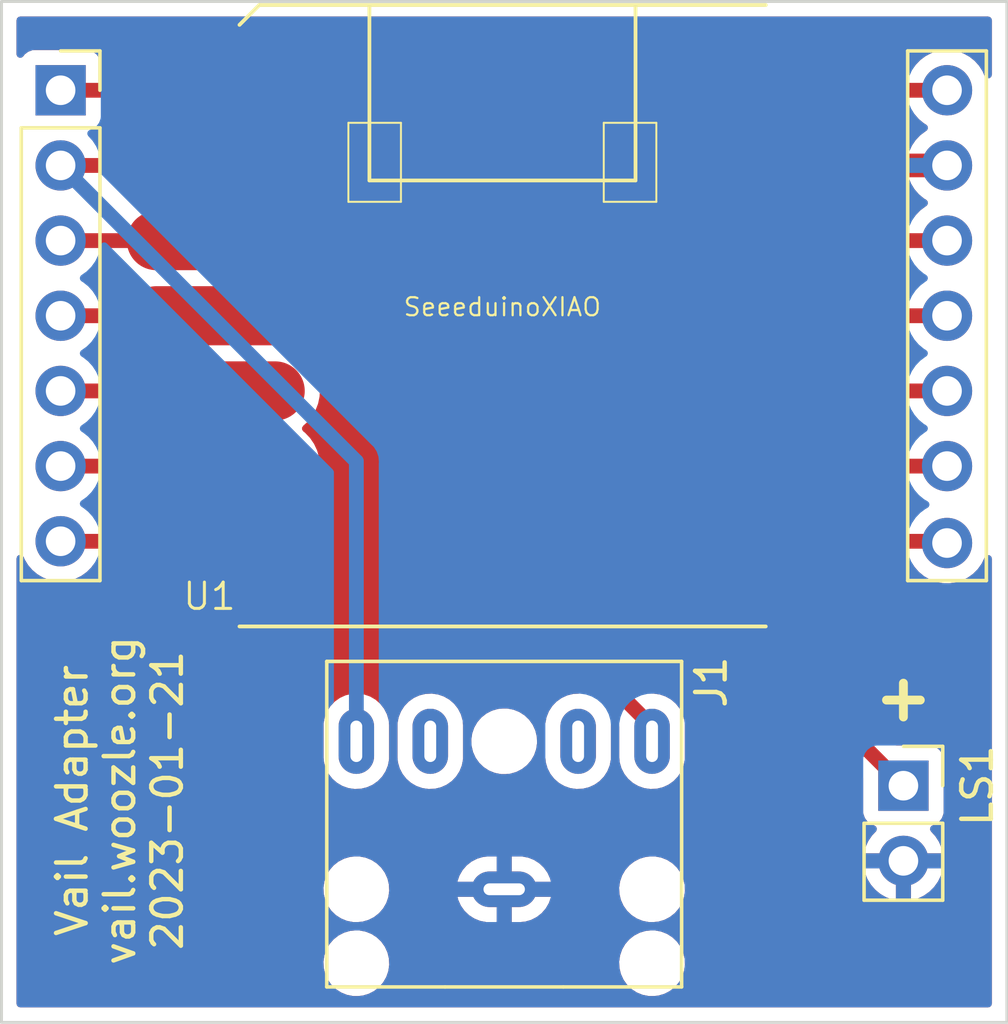
<source format=kicad_pcb>
(kicad_pcb (version 20211014) (generator pcbnew)

  (general
    (thickness 1.6)
  )

  (paper "USLetter")
  (title_block
    (title "Vail Adapter")
    (date "2022-10-02")
    (rev "1")
  )

  (layers
    (0 "F.Cu" signal)
    (31 "B.Cu" signal)
    (32 "B.Adhes" user "B.Adhesive")
    (33 "F.Adhes" user "F.Adhesive")
    (34 "B.Paste" user)
    (35 "F.Paste" user)
    (36 "B.SilkS" user "B.Silkscreen")
    (37 "F.SilkS" user "F.Silkscreen")
    (38 "B.Mask" user)
    (39 "F.Mask" user)
    (40 "Dwgs.User" user "User.Drawings")
    (41 "Cmts.User" user "User.Comments")
    (42 "Eco1.User" user "User.Eco1")
    (43 "Eco2.User" user "User.Eco2")
    (44 "Edge.Cuts" user)
    (45 "Margin" user)
    (46 "B.CrtYd" user "B.Courtyard")
    (47 "F.CrtYd" user "F.Courtyard")
    (48 "B.Fab" user)
    (49 "F.Fab" user)
    (50 "User.1" user)
    (51 "User.2" user)
    (52 "User.3" user)
    (53 "User.4" user)
    (54 "User.5" user)
    (55 "User.6" user)
    (56 "User.7" user)
    (57 "User.8" user)
    (58 "User.9" user)
  )

  (setup
    (stackup
      (layer "F.SilkS" (type "Top Silk Screen"))
      (layer "F.Paste" (type "Top Solder Paste"))
      (layer "F.Mask" (type "Top Solder Mask") (thickness 0.01))
      (layer "F.Cu" (type "copper") (thickness 0.035))
      (layer "dielectric 1" (type "core") (thickness 1.51) (material "FR4") (epsilon_r 4.5) (loss_tangent 0.02))
      (layer "B.Cu" (type "copper") (thickness 0.035))
      (layer "B.Mask" (type "Bottom Solder Mask") (thickness 0.01))
      (layer "B.Paste" (type "Bottom Solder Paste"))
      (layer "B.SilkS" (type "Bottom Silk Screen"))
      (copper_finish "None")
      (dielectric_constraints no)
    )
    (pad_to_mask_clearance 0)
    (pcbplotparams
      (layerselection 0x00010fc_ffffffff)
      (disableapertmacros false)
      (usegerberextensions false)
      (usegerberattributes true)
      (usegerberadvancedattributes true)
      (creategerberjobfile true)
      (svguseinch false)
      (svgprecision 6)
      (excludeedgelayer true)
      (plotframeref false)
      (viasonmask false)
      (mode 1)
      (useauxorigin false)
      (hpglpennumber 1)
      (hpglpenspeed 20)
      (hpglpendiameter 15.000000)
      (dxfpolygonmode true)
      (dxfimperialunits true)
      (dxfusepcbnewfont true)
      (psnegative false)
      (psa4output false)
      (plotreference true)
      (plotvalue true)
      (plotinvisibletext false)
      (sketchpadsonfab false)
      (subtractmaskfromsilk false)
      (outputformat 1)
      (mirror false)
      (drillshape 0)
      (scaleselection 1)
      (outputdirectory "/home/dartcatcher/src/vail-adapter/pcb/export/")
    )
  )

  (net 0 "")
  (net 1 "GND")
  (net 2 "Net-(U1-Pad3)")
  (net 3 "Net-(U1-Pad1)")
  (net 4 "Net-(U1-Pad4)")
  (net 5 "Net-(U1-Pad5)")
  (net 6 "Net-(U1-Pad6)")
  (net 7 "Net-(U1-Pad10)")
  (net 8 "Net-(U1-Pad8)")
  (net 9 "Net-(U1-Pad9)")
  (net 10 "Net-(U1-Pad7)")
  (net 11 "Net-(U1-Pad11)")
  (net 12 "Net-(U1-Pad12)")
  (net 13 "Net-(U1-Pad14)")
  (net 14 "Net-(U1-Pad2)")

  (footprint "Connector_Audio:Jack_3.5mm_CUI_SJ1-3525N_Horizontal" (layer "F.Cu") (at 139 116.5))

  (footprint "Connector_PinSocket_2.54mm:PinSocket_1x02_P2.54mm_Vertical" (layer "F.Cu") (at 152.5 113))

  (footprint "Connector_PinSocket_2.54mm:PinSocket_1x07_P2.54mm_Vertical" (layer "F.Cu") (at 153.975 88.29))

  (footprint "Seeeduino XIAO:Seeeduino XIAO Sides Only" (layer "F.Cu")
    (tedit 5EA16CE1) (tstamp c1030127-718d-4bef-bb56-57fc5c752e58)
    (at 130.047795 107.61831)
    (property "Sheetfile" "pcb.kicad_sch")
    (property "Sheetname" "")
    (path "/09be1eba-cac4-4f6b-8eb4-87d819840140")
    (attr smd)
    (fp_text reference "U1" (at -1.016 -1.016) (layer "F.SilkS")
      (effects (font (size 0.889 0.889) (thickness 0.1016)))
      (tstamp 1a6d6f54-e9da-475b-92ed-03c02a34daef)
    )
    (fp_text value "SeeeduinoXIAO" (at 8.89 -10.795) (layer "F.SilkS")
      (effects (font (size 0.6096 0.6096) (thickness 0.0762)))
      (tstamp 6de68351-6727-4e27-8bf6-68ccb771def8)
    )
    (fp_line (start 12.319 -17.018) (end 14.097 -17.018) (layer "F.SilkS") (width 0.06604) (tstamp 028d8c84-46db-4c8b-9026-751cc56974a5))
    (fp_line (start 3.683 -17.018) (end 5.461 -17.018) (layer "F.SilkS") (width 0.06604) (tstamp 1166df84-f8db-4579-a1ae-f76970cf30ab))
    (fp_line (start 17.79778 -20.99818) (end 0.67056 -20.99818) (layer "F.SilkS") (width 0.127) (tstamp 11b71f88-7252-4754-b67a-ff1138fac81c))
    (fp_line (start 3.683 -14.34846) (end 3.683 -17.018) (layer "F.SilkS") (width 0.06604) (tstamp 143bd764-6201-4e21-a3ce-945ce558f72b))
    (fp_line (start 4.3942 -15.06982) (end 4.3942 -20.955) (layer "F.SilkS") (width 0.127) (tstamp 1daf8af7-8548-4858-a73f-6565feecb605))
    (fp_line (start 13.39342 -20.955) (end 13.39342 -15.06982) (layer "F.SilkS") (width 0.127) (tstamp 3de9e0d5-e578-4809-871a-dd2bb1c5f6ce))
    (fp_line (start 5.461 -14.34846) (end 5.461 -17.018) (layer "F.SilkS") (width 0.06604) (tstamp 4885436f-f456-4dc3-89cd-f947755fcbf4))
    (fp_line (start 0.67056 -20.99818) (end 0 -20.32762) (layer "F.SilkS") (width 0.127) (tstamp 5112ef23-f791-429a-89ef-a3f9f56e1d6b))
    (fp_line (start 12.319 -14.34846) (end 14.097 -14.34846) (layer "F.SilkS") (width 0.06604) (tstamp 56fd37f5-29aa-4820-b69d-5136eb322da1))
    (fp_line (start 3.683 -14.34846) (end 5.461 -14.34846) (layer "F.SilkS") (width 0.06604) (tstamp 82f8a92a-386a-44a0-9029-19795b5bce00))
    (fp_line (start 14.097 -14.34846) (end 14.097 -17.018) (layer "F.SilkS") (width 0.06604) (tstamp d19e743f-fdd6-47a8-9805-22c5886c56f5))
    (fp_line (start 0 0) (end 17.79778 0) (layer "F.SilkS") (width 0.127) (tstamp d1e4a199-ed71-472a-916c-2b8acf1015e9))
    (fp_line (start 13.39342 -15.06982) (end 4.3942 -15.06982) (layer "F.SilkS") (width 0.127) (tstamp df536da3-552b-4f41-9eb2-c9d00d3ab2f6))
    (fp_line (start 12.319 -14.34846) (end 12.319 -17.018) (layer "F.SilkS") (width 0.06604) (tstamp f7533212-be59-488c-a9be-3de59234bea0))
    (fp_line (start 17.65046 0) (end 17.65046 -20.955) (layer "Dwgs.User") (width 0.06604) (tstamp 90394e30-1cac-42dd-a248-74dfcac755cb))
    (fp_line (start 0 -20.955) (end 17.65046 -20.955) (layer "Dwgs.User") (width 0.06604) (tstamp ba671eae-e955-4417-b909-ab6c7a242843))
    (fp_line (start 0 0) (end 17.65046 0) (layer "Dwgs.User") (width 0.06604) (tstamp bca2c02c-f85c-4c11-8989-1979d8ba3401))
    (fp_line (start -0.230316 -4.347776) (end -0.230316 -6.343455) (layer "F.Fab") (width 0.0254) (tstamp 00022192-486b-430c-ad7e-08864b92a260))
    (fp_line (start 17.384839 -11.416596) (end 17.384839 -9.420919) (layer "F.Fab") (width 0.0254) (tstamp 00032bbd-3deb-49ea-8941-a128d6080560))
    (fp_line (start -0.151321 -8.883455) (end -0.151321 -6.887776) (layer "F.Fab") (width 0.0254) (tstamp 000b1199-1ac3-4a53-bc2c-1a53c913c7e9))
    (fp_line (start 17.972595 -16.496596) (end 17.972595 -14.500919) (layer "F.Fab") (width 0.0254) (tstamp 000be5ab-cf8a-4378-89e9-46393ffb3dc4))
    (fp_line (start 17.501679 -11.416596) (end 17.501679 -9.420919) (layer "F.Fab") (width 0.0254) (tstamp 000f9665-bbb5-4443-a5f8-76acd641c139))
    (fp_line (start 17.857279 -4.340919) (end 17.857279 -6.336596) (layer "F.Fab") (width 0.0254) (tstamp 0010cb08-078f-4843-8a96-229f202d576d))
    (fp_line (start 0.08566 -6.887776) (end 0.08566 -8.883455) (layer "F.Fab") (width 0.0254) (tstamp 00118f18-4fe2-42d7-8909-cf020b9bdcfa))
    (fp_line (start 17.987327 -13.956596) (end 17.987327 -11.960919) (layer "F.Fab") (width 0.0254) (tstamp 00136e55-48e8-4d19-852c-5bc662608bef))
    (fp_line (start 17.805971 -9.420919) (end 17.805971 -11.416596) (layer "F.Fab") (width 0.0254) (tstamp 0014da34-14d2-46d9-8fc4-34ab130e7ea5))
    (fp_line (start -0.162244 -19.043455) (end -0.162244 -17.047776) (layer "F.Fab") (width 0.0254) (tstamp 0016b33c-e5e3-4b5b-af6b-c02e51d6bc15))
    (fp_line (start 17.966752 -11.416596) (end 17.966752 -9.420919) (layer "F.Fab") (width 0.0254) (tstamp 001999ea-fd2d-4c7b-b7b7-965564e92537))
    (fp_line (start 17.348771 -8.876596) (end 17.348771 -6.880919) (layer "F.Fab") (width 0.0254) (tstamp 001b0391-2229-40c3-b716-bfcdef45d6ab))
    (fp_line (start 17.45926 -3.796596) (end 17.45926 -1.800919) (layer "F.Fab") (width 0.0254) (tstamp 0020b2b9-5f6b-4fa5-9427-05988c5a67bd))
    (fp_line (start 17.690655 -19.036596) (end 17.690655 -17.040919) (layer "F.Fab") (width 0.0254) (tstamp 002217b7-464b-4770-a3c1-8f2566d0c777))
    (fp_line (start -0.062421 -6.887776) (end -0.062421 -8.883455) (layer "F.Fab") (width 0.0254) (tstamp 00222d6f-8faf-4122-b995-a7d6e25e944f))
    (fp_line (start -0.121857 -3.803455) (end -0.121857 -1.807776) (layer "F.Fab") (width 0.0254) (tstamp 0028de71-8739-4128-b9be-ebe7231c3647))
    (fp_line (start 17.265204 -17.040919) (end 17.265204 -19.036596) (layer "F.Fab") (width 0.0254) (tstamp 002977a5-35c5-48c9-926d-1adce1796e5c))
    (fp_line (start 17.406175 -9.420919) (end 17.406175 -11.416596) (layer "F.Fab") (width 0.0254) (tstamp 002ae38f-f10c-4e95-ace8-d35ee1577a8f))
    (fp_line (start 18.088927 -13.956596) (end 18.088927 -11.960919) (layer "F.Fab") (width 0.0254) (tstamp 002beead-8553-44d9-9adb-9f88008aea8f))
    (fp_line (start 17.345723 -3.796596) (end 17.345723 -1.800919) (layer "F.Fab") (width 0.0254) (tstamp 002de41e-d326-4e46-b8ad-ff4cd804f010))
    (fp_line (start 0.063055 -6.887776) (end 0.063055 -8.883455) (layer "F.Fab") (width 0.0254) (tstamp 0033599d-c0cf-4c63-a20b-4e07d4a9ab98))
    (fp_line (start 17.534444 -6.336596) (end 17.534444 -4.340919) (layer "F.Fab") (width 0.0254) (tstamp 00336d37-1f48-41ca-9b58-73f807e91864))
    (fp_line (start -0.187897 -6.343455) (end -0.187897 -4.347776) (layer "F.Fab") (width 0.0254) (tstamp 00368042-7722-4644-8df4-1058dc44c58f))
    (fp_line (start 17.965991 -11.960919) (end 17.965991 -13.956596) (layer "F.Fab") (width 0.0254) (tstamp 00391d1e-f5c3-4a6e-a33d-dfa4c6104873))
    (fp_line (start 17.393475 -11.960919) (end 17.393475 -13.956596) (layer "F.Fab") (width 0.0254) (tstamp 003a5f62-60d6-431c-906f-ccac67c62495))
    (fp_line (start -0.020257 -8.883455) (end -0.020257 -6.887776) (layer "F.Fab") (width 0.0254) (tstamp 003e6adf-bb20-444d-9cec-14f755bc4104))
    (fp_line (start 17.652047 -9.420919) (end 17.652047 -11.416596) (layer "F.Fab") (width 0.0254) (tstamp 003e79bc-601f-4f57-a4d5-80186ab97fa8))
    (fp_line (start 17.628171 -19.036596) (end 17.628171 -17.040919) (layer "F.Fab") (width 0.0254) (tstamp 003ff79a-0e5c-4c6b-bb25-26ddbdbfec03))
    (fp_line (start 17.409223 -11.416596) (end 17.409223 -9.420919) (layer "F.Fab") (width 0.0254) (tstamp 0043a2e4-160e-4740-a91b-258b8ebc2e09))
    (fp_line (start -0.229045 -3.803455) (end -0.229045 -1.807776) (layer "F.Fab") (width 0.0254) (tstamp 004a5501-a716-4aaf-958a-e16d6ff295c1))
    (fp_line (start 17.637823 -14.500919) (end 17.637823 -16.496596) (layer "F.Fab") (width 0.0254) (tstamp 004b10de-de55-43e9-b5ec-58e0db5ea534))
    (fp_line (start 15.2266 -2.086415) (end 15.222536 -2.0633) (layer "F.Fab") (width 0.0254) (tstamp 004bc7c8-1478-4055-a057-344dc804a6df))
    (fp_line (start 17.272571 -11.960919) (end 17.272571 -13.956596) (layer "F.Fab") (width 0.0254) (tstamp 00508562-ddea-46c1-82ba-4f5659c33596))
    (fp_line (start 17.373408 -13.956596) (end 17.373408 -11.960919) (layer "F.Fab") (width 0.0254) (tstamp 0051dfed-5ebd-4367-b9b1-7bcdd0e3cdec))
    (fp_line (start 0.04756 -17.047776) (end 0.04756 -19.043455) (layer "F.Fab") (width 0.0254) (tstamp 0052d0b1-5227-4040-86bb-013d31238414))
    (fp_line (start 17.424463 -9.420919) (end 17.424463 -11.416596) (layer "F.Fab") (width 0.0254) (tstamp 00536a77-097a-41c7-8049-a7b1f90afea9))
    (fp_line (start -0.166053 -6.343455) (end -0.166053 -4.347776) (layer "F.Fab") (width 0.0254) (tstamp 005603b1-e7a2-4717-bcbb-8304ec5240b9))
    (fp_line (start -0.11754 -14.507776) (end -0.11754 -16.503455) (layer "F.Fab") (width 0.0254) (tstamp 0057349d-a213-42e0-9a19-a6706380b25f))
    (fp_line (start -0.116016 -14.507776) (end -0.116016 -16.503455) (layer "F.Fab") (width 0.0254) (tstamp 0059a8d7-0aa3-4a36-a9fe-7f0dc57b100c))
    (fp_line (start 17.96218 -9.420919) (end 17.96218 -11.416596) (layer "F.Fab") (width 0.0254) (tstamp 005d1b0c-d7cb-4ae7-903e-cc9cc5cc6fc3))
    (fp_line (start -0.23438 -3.803455) (end -0.23438 -1.807776) (layer "F.Fab") (width 0.0254) (tstamp 005e0a1a-386c-4ef7-93f4-1151e717a9dc))
    (fp_line (start 17.586515 -1.800919) (end 17.586515 -3.796596) (layer "F.Fab") (width 0.0254) (tstamp 006031a2-10ca-43f1-a04b-f1543403f86d))
    (fp_line (start 17.904268 -4.340919) (end 17.904268 -6.336596) (layer "F.Fab") (width 0.0254) (tstamp 0067ae2e-398e-497d-a7b8-e232bb880868))
    (fp_line (start -0.108141 -19.043455) (end -0.108141 -17.047776) (layer "F.Fab") (width 0.0254) (tstamp 006ea46c-f3e8-4909-a271-23746636910c))
    (fp_line (start -0.114745 -16.503455) (end -0.114745 -14.507776) (layer "F.Fab") (width 0.0254) (tstamp 0072dc9f-b325-42b8-a045-7f14abebd78e))
    (fp_line (start 17.574068 -1.800919) (end 17.574068 -3.796596) (layer "F.Fab") (width 0.0254) (tstamp 00756cf4-f038-44f9-ac2c-f5b1bad0effc))
    (fp_line (start 0.120967 -17.047776) (end 0.120967 -19.043455) (layer "F.Fab") (width 0.0254) (tstamp 0075ff95-9352-447b-9b62-ae02f6a0b0bd))
    (fp_line (start 17.562384 -13.956596) (end 17.562384 -11.960919) (layer "F.Fab") (width 0.0254) (tstamp 0077410f-f4ca-43e9-9e8c-4a5148cf1c50))
    (fp_line (start 17.794287 -4.340919) (end 17.794287 -6.336596) (layer "F.Fab") (width 0.0254) (tstamp 007951d7-3813-44e9-87e3-a3346f3803dc))
    (fp_line (start -0.209233 -19.043455) (end -0.209233 -17.047776) (layer "F.Fab") (width 0.0254) (tstamp 007a2171-a7ef-490a-a2b1-c0c435acf9c1))
    (fp_line (start 17.762028 -9.420919) (end 17.762028 -11.416596) (layer "F.Fab") (width 0.0254) (tstamp 007afd37-e871-4c3e-b554-c2d3e55ba521))
    (fp_line (start 17.384076 -9.420919) (end 17.384076 -11.416596) (layer "F.Fab") (width 0.0254) (tstamp 007f194c-e8fe-4bc4-b248-680c268fd98b))
    (fp_line (start 17.335816 -8.876596) (end 17.335816 -6.880919) (layer "F.Fab") (width 0.0254) (tstamp 007f2082-e2aa-4a2f-9e2a-b0822b0464b4))
    (fp_line (start 17.591595 -19.036596) (end 17.591595 -17.040919) (layer "F.Fab") (width 0.0254) (tstamp 0080da3c-cf53-4516-9a5b-a93c506316c4))
    (fp_line (start 17.590324 -13.956596) (end 17.590324 -11.960919) (layer "F.Fab") (width 0.0254) (tstamp 00827d84-2ba1-4046-8154-4bb8d72c7851))
    (fp_line (start 17.359692 -4.340919) (end 17.359692 -6.336596) (layer "F.Fab") (width 0.0254) (tstamp 008327cb-471b-4097-8e63-0236d736b977))
    (fp_line (start 17.722151 -11.960919) (end 17.722151 -13.956596) (layer "F.Fab") (width 0.0254) (tstamp 00840e42-6baa-4bc7-99b8-0d9e49b91082))
    (fp_line (start 17.729516 -6.336596) (end 17.729516 -4.340919) (layer "F.Fab") (width 0.0254) (tstamp 0084f4e8-680c-4049-a074-908fba9171ed))
    (fp_line (start 17.474755 -8.876596) (end 17.474755 -6.880919) (layer "F.Fab") (width 0.0254) (tstamp 0085aab1-a006-4dc0-b2a7-8c69cdc73f9c))
    (fp_line (start 0.090487 -13.963455) (end 0.090487 -11.967776) (layer "F.Fab") (width 0.0254) (tstamp 0085bf5c-7bd5-450d-b26a-bfc41deab25d))
    (fp_line (start -0.096457 -6.887776) (end -0.096457 -8.883455) (layer "F.Fab") (width 0.0254) (tstamp 008b8936-c41c-44cc-a6a7-c4e7812865a7))
    (fp_line (start 18.0714 -14.500919) (end 18.0714 -16.496596) (layer "F.Fab") (width 0.0254) (tstamp 008c2bc8-aaaa-4d2a-833e-8836499c0bf8))
    (fp_line (start 17.709959 -1.800919) (end 17.709959 -3.796596) (layer "F.Fab") (width 0.0254) (tstamp 008ed0bb-5b91-472a-8244-882e06ff9a9a))
    (fp_line (start 17.241075 -9.420919) (end 17.241075 -11.416596) (layer "F.Fab") (width 0.0254) (tstamp 008f0219-9322-4d8a-b155-d368ebdc3eb3))
    (fp_line (start 17.498123 -9.420919) (end 17.498123 -11.416596) (layer "F.Fab") (width 0.0254) (tstamp 0091776e-e5c9-452b-85b4-aaffd2783235))
    (fp_line (start -0.04134 -9.427776) (end -0.04134 -11.423455) (layer "F.Fab") (width 0.0254) (tstamp 009189cb-f2b2-489b-b775-f86c6caf4d7c))
    (fp_line (start 2.804476 -13.088171) (end 2.826575 -13.096044) (layer "F.Fab") (width 0.0254) (tstamp 0097f6d9-82ef-4c4b-8875-1bf8ccf7c2e0))
    (fp_line (start -0.134049 -6.343455) (end -0.134049 -4.347776) (layer "F.Fab") (width 0.0254) (tstamp 0099bab8-4a10-43c9-911b-32c741de2654))
    (fp_line (start 0.1009 -8.883455) (end 0.1009 -6.887776) (layer "F.Fab") (width 0.0254) (tstamp 009b1cda-4f4b-47eb-9ead-b4a3e391a131))
    (fp_line (start 17.802668 -6.880919) (end 17.802668 -8.876596) (layer "F.Fab") (width 0.0254) (tstamp 009d012f-f226-4a6d-bcc5-e8ff771db0f6))
    (fp_line (start 0.099884 -8.883455) (end 0.099884 -6.887776) (layer "F.Fab") (width 0.0254) (tstamp 009d3e30-342e-4f5c-a596-1cdc2a23e735))
    (fp_line (start 17.46942 -3.796596) (end 17.46942 -1.800919) (layer "F.Fab") (width 0.0254) (tstamp 009fe53c-4f80-46fe-a2ef-e943c4a4ccac))
    (fp_line (start -0.105601 -19.043455) (end -0.105601 -17.047776) (layer "F.Fab") (width 0.0254) (tstamp 00a0f320-5a63-49cb-b547-a5346f24bc19))
    (fp_line (start 17.305844 -14.500919) (end 17.305844 -16.496596) (layer "F.Fab") (width 0.0254) (tstamp 00a316aa-daaa-479b-a743-23b87eea2dc7))
    (fp_line (start 0.119696 -16.503455) (end 0.119696 -14.507776) (layer "F.Fab") (width 0.0254) (tstamp 00a61f86-66fc-43f5-afdc-5f27b7ae5f23))
    (fp_line (start -0.052008 -6.887776) (end -0.052008 -8.883455) (layer "F.Fab") (width 0.0254) (tstamp 00a82872-1837-4150-b49e-e65cba4a2ae6))
    (fp_line (start 17.490503 -6.336596) (end 17.490503 -4.340919) (layer "F.Fab") (width 0.0254) (tstamp 00ae3c34-496a-494b-9d19-331f50347c9f))
    (fp_line (start 17.35004 -16.496596) (end 17.35004 -14.500919) (layer "F.Fab") (width 0.0254) (tstamp 00b34b11-0158-4ead-9e0a-50d8eb5071ce))
    (fp_line (start -0.156909 -6.343455) (end -0.156909 -4.347776) (layer "F.Fab") (width 0.0254) (tstamp 00b4ae9c-8fd2-494c-bba2-68f4772e7cb3))
    (fp_line (start -0.021781 -16.503455) (end -0.021781 -14.507776) (layer "F.Fab") (width 0.0254) (tstamp 00b63c8a-6d17-468e-84d4-009b76cc10e7))
    (fp_line (start 17.496852 -11.416596) (end 17.496852 -9.420919) (layer "F.Fab") (width 0.0254) (tstamp 00ba9b28-1311-402e-b79f-b407eaa1257c))
    (fp_line (start 17.960403 -8.876596) (end 17.960403 -6.880919) (layer "F.Fab") (width 0.0254) (tstamp 00bb324b-56bd-45b9-a751-b9de2d46291e))
    (fp_line (start 17.511839 -8.876596) (end 17.511839 -6.880919) (layer "F.Fab") (width 0.0254) (tstamp 00be5615-6f90-4c2c-b86a-f4ff53c8628e))
    (fp_line (start 0.011492 -6.887776) (end 0.011492 -8.883455) (layer "F.Fab") (width 0.0254) (tstamp 00be9d03-5f66-4d27-8a07-f8ddd5f4305f))
    (fp_line (start 17.262919 -13.956596) (end 17.262919 -11.960919) (layer "F.Fab") (width 0.0254) (tstamp 00bef977-f22d-402b-a271-a62b26641c36))
    (fp_line (start 0.068135 -17.047776) (end 0.068135 -19.043455) (layer "F.Fab") (width 0.0254) (tstamp 00bfbb9a-c6de-4ff7-aa3c-1672215e6209))
    (fp_line (start 17.669064 -16.496596) (end 17.669064 -14.500919) (layer "F.Fab") (width 0.0254) (tstamp 00c1d6d5-1441-45d0-834a-3df244630f29))
    (fp_line (start 17.234979 -11.960919) (end 17.234979 -13.956596) (layer "F.Fab") (width 0.0254) (tstamp 00c26126-7893-4d38-b60e-07849b34c1ad))
    (fp_line (start 17.721896 -14.500919) (end 17.721896 -16.496596) (layer "F.Fab") (width 0.0254) (tstamp 00c55d4c-e56f-47df-8057-39ec7ce0541a))
    (fp_line (start 17.331499 -16.496596) (end 17.331499 -14.500919) (layer "F.Fab") (width 0.0254) (tstamp 00c759e7-89b0-4121-895a-c8eafa30b96d))
    (fp_line (start 18.004599 -6.336596) (end 18.004599 -4.340919) (layer "F.Fab") (width 0.0254) (tstamp 00cc2b34-abbf-462a-b510-402a213c62de))
    (fp_line (start 17.362995 -11.960919) (end 17.362995 -13.956596) (layer "F.Fab") (width 0.0254) (tstamp 00cd2414-a042-4c6c-8de7-2e4769b894f2))
    (fp_line (start 17.331499 -9.420919) (end 17.331499 -11.416596) (layer "F.Fab") (width 0.0254) (tstamp 00cd809e-07f1-40f7-a5a1-56c925060f25))
    (fp_line (start 17.831116 -19.036596) (end 17.831116 -17.040919) (layer "F.Fab") (width 0.0254) (tstamp 00ce64f0-f367-4f17-b3da-e7e0f8721de6))
    (fp_line (start 17.71326 -14.500919) (end 17.71326 -16.496596) (layer "F.Fab") (width 0.0254) (tstamp 00d27406-3432-411c-83d0-e57fdc527ff7))
    (fp_line (start 17.357915 -11.416596) (end 17.357915 -9.420919) (layer "F.Fab") (width 0.0254) (tstamp 00d32067-9365-4764-ad7c-058099cb6574))
    (fp_line (start -0.053277 -19.043455) (end -0.053277 -17.047776) (layer "F.Fab") (width 0.0254) (tstamp 00d410ef-e88c-4377-90ce-dee372068fcb))
    (fp_line (start -0.238697 -8.883455) (end -0.238697 -6.887776) (layer "F.Fab") (width 0.0254) (tstamp 00d4c5c8-fa17-4ba5-87ad-51e60195a82b))
    (fp_line (start -0.210757 -19.043455) (end -0.210757 -17.047776) (layer "F.Fab") (width 0.0254) (tstamp 00d8283e-79fd-41eb-8c24-574601d7271b))
    (fp_line (start 0.05264 -6.887776) (end 0.05264 -8.883455) (layer "F.Fab") (width 0.0254) (tstamp 00d872b6-6b04-42fd-8371-abb6eeaea7d1))
    (fp_line (start -0.042101 -11.423455) (end -0.042101 -9.427776) (layer "F.Fab") (width 0.0254) (tstamp 00df1525-2d64-4eee-a6a5-7ab04b56b063))
    (fp_line (start 17.391951 -1.800919) (end 17.391951 -3.796596) (layer "F.Fab") (width 0.0254) (tstamp 00df357b-5f78-4831-a977-a8cc01897d3b))
    (fp_line (start 17.422684 -4.340919) (end 17.422684 -6.336596) (layer "F.Fab") (width 0.0254) (tstamp 00df4d2d-30bd-44e7-9d75-5ae8bebe834a))
    (fp_line (start 17.674144 -9.420919) (end 17.674144 -11.416596) (layer "F.Fab") (width 0.0254) (tstamp 00e07d78-ad81-4709-a8d0-549f08668ff4))
    (fp_line (start 17.307368 -14.500919) (end 17.307368 -16.496596) (layer "F.Fab") (width 0.0254) (tstamp 00e47cb9-22da-4ee3-b020-e0b509f87def))
    (fp_line (start 17.840768 -14.500919) (end 17.840768 -16.496596) (layer "F.Fab") (width 0.0254) (tstamp 00e62c07-6017-4b1c-8a60-e01443aeaac4))
    (fp_line (start 18.067844 -3.796596) (end 18.067844 -1.800919) (layer "F.Fab") (width 0.0254) (tstamp 00e7988c-9c95-4f45-b80c-a4217e56bed8))
    (fp_line (start 17.832132 -9.420919) (end 17.832132 -11.416596) (layer "F.Fab") (width 0.0254) (tstamp 00e928b6-8c87-47bf-871f-4ef3d87c59a8))
    (fp_line (start -0.10992 -9.427776) (end -0.10992 -11.423455) (layer "F.Fab") (width 0.0254) (tstamp 00e9e097-12c5-4e4d-a681-8f3d09688b30))
    (fp_line (start 0.004888 -16.503455) (end 0.004888 -14.507776) (layer "F.Fab") (width 0.0254) (tstamp 00eca4c4-7c88-43d1-ad0e-492f68e8f3ce))
    (fp_line (start -0.033465 -9.427776) (end -0.033465 -11.423455) (layer "F.Fab") (width 0.0254) (tstamp 00f02515-8431-4404-8b9f-0df9cad53c4d))
    (fp_line (start 17.709959 -11.960919) (end 17.709959 -13.956596) (layer "F.Fab") (width 0.0254) (tstamp 00f0c61f-4c41-4e0f-ae14-6d2ba0b54ae8))
    (fp_line (start -0.078424 -13.963455) (end -0.078424 -11.967776) (layer "F.Fab") (width 0.0254) (tstamp 00f2c80c-f7cd-4a6e-91a7-f394488fb8d0))
    (fp_line (start 17.734851 -11.416596) (end 17.734851 -9.420919) (layer "F.Fab") (width 0.0254) (tstamp 00f2dd3a-9f85-41de-8b08-f77fe8d4150c))
    (fp_line (start -0.113984 -3.803455) (end -0.113984 -1.807776) (layer "F.Fab") (width 0.0254) (tstamp 00f41e5d-73db-41f7-9a6f-f50498a08806))
    (fp_line (start 17.293399 -14.500919) (end 17.293399 -16.496596) (layer "F.Fab") (width 0.0254) (tstamp 00f5bb41-04ac-4a81-835c-ebaca83b93eb))
    (fp_line (start -0.045149 -11.967776) (end -0.045149 -13.963455) (layer "F.Fab") (width 0.0254) (tstamp 00f6ee93-9673-477c-9cb4-0076a3a2f27a))
    (fp_line (start 18.000788 -17.040919) (end 18.000788 -19.036596) (layer "F.Fab") (width 0.0254) (tstamp 00fa01f5-5068-4bb4-a430-312f5a88d959))
    (fp_line (start -0.187389 -13.963455) (end -0.187389 -11.967776) (layer "F.Fab") (width 0.0254) (tstamp 00fb5d12-0539-4105-a7b0-8dca0f99981d))
    (fp_line (start 17.674907 -17.040919) (end 17.674907 -19.036596) (layer "F.Fab") (width 0.0254) (tstamp 00fc3a53-29ec-4a68-965e-aacf5159d34a))
    (fp_line (start 17.930431 -17.040919) (end 17.930431 -19.036596) (layer "F.Fab") (width 0.0254) (tstamp 00ff04f8-8de0-437c-a1e2-303db335337a))
    (fp_line (start 17.845595 -1.800919) (end 17.845595 -3.796596) (layer "F.Fab") (width 0.0254) (tstamp 00ffc7a3-43e9-4156-8640-47193fc0e51b))
    (fp_line (start 17.467896 -13.956596) (end 17.467896 -11.960919) (layer "F.Fab") (width 0.0254) (tstamp 01046019-7fb1-4b8e-b748-3bcb3a984377))
    (fp_line (start -0.167577 -4.347776) (end -0.167577 -6.343455) (layer "F.Fab") (width 0.0254) (tstamp 01071f4c-d2e3-4044-9b59-3a06f822cdb7))
    (fp_line (start 17.338864 -11.416596) (end 17.338864 -9.420919) (layer "F.Fab") (width 0.0254) (tstamp 010825f6-8d57-4e86-a45e-d11f8ad10e8c))
    (fp_line (start 17.956847 -14.500919) (end 17.956847 -16.496596) (layer "F.Fab") (width 0.0254) (tstamp 010bddf2-5ec9-4646-b350-dad89b0a59d0))
    (fp_line (start 17.270792 -13.956596) (end 17.270792 -11.960919) (layer "F.Fab") (width 0.0254) (tstamp 010c3baa-4de9-4ac7-bded-f64251bbaf7f))
    (fp_line (start 18.059463 -1.800919) (end 18.059463 -3.796596) (layer "F.Fab") (width 0.0254) (tstamp 010ea373-2e56-4555-b131-dce24de53a66))
    (fp_line (start 17.726976 -19.036596) (end 17.726976 -17.040919) (layer "F.Fab") (width 0.0254) (tstamp 011012a2-b4cb-48b6-9ee3-42bb948280be))
    (fp_line (start 17.23574 -8.876596) (end 17.23574 -6.880919) (layer "F.Fab") (width 0.0254) (tstamp 01122562-6be7-4fc2-ad2e-06b0c5d8f4a9))
    (fp_line (start 17.549176 -19.036596) (end 17.549176 -17.040919) (layer "F.Fab") (width 0.0254) (tstamp 0113f95c-8dc7-4d62-a048-592f8f110b80))
    (fp_line (start -0.082233 -11.967776) (end -0.082233 -13.963455) (layer "F.Fab") (width 0.0254) (tstamp 01151db2-ebe7-482b-a585-82286e066fae))
    (fp_line (start -0.233109 -4.347776) (end -0.233109 -6.343455) (layer "F.Fab") (width 0.0254) (tstamp 01170465-2b35-4270-bdd9-b74fee2811ad))
    (fp_line (start 18.02314 -1.800919) (end 18.02314 -3.796596) (layer "F.Fab") (width 0.0254) (tstamp 01186dc9-0ecf-4069-96e6-fee08667ed12))
    (fp_line (start -0.093409 -6.343455) (end -0.093409 -4.347776) (layer "F.Fab") (width 0.0254) (tstamp 011a62cf-9fa6-4377-9b2a-c3539bfc3113))
    (fp_line (start 17.235232 -13.956596) (end 17.235232 -11.960919) (layer "F.Fab") (width 0.0254) (tstamp 011b8e69-0162-40bc-9df2-16cae3755c8f))
    (fp_line (start 17.42116 -16.496596) (end 17.42116 -14.500919) (layer "F.Fab") (width 0.0254) (tstamp 011d66c1-e2c8-4237-b6d1-905c75b94501))
    (fp_line (start 0.119696 -8.883455) (end 0.119696 -6.887776) (layer "F.Fab") (width 0.0254) (tstamp 011dab34-3909-4ba7-a1eb-7a6678303bbd))
    (fp_line (start -0.113221 -4.347776) (end -0.113221 -6.343455) (layer "F.Fab") (width 0.0254) (tstamp 011e49a4-922a-411e-bb75-7cd658c3b0c9))
    (fp_line (start 0.079564 -17.047776) (end 0.079564 -19.043455) (layer "F.Fab") (width 0.0254) (tstamp 011e685b-8986-466f-bb36-128d709f6d21))
    (fp_line (start 0.600011 -20.370096) (end 0.564451 -20.336315) (layer "F.Fab") (width 0.0254) (tstamp 011f83d8-a02d-4cc3-b0dd-23dc7015f7b9))
    (fp_line (start -0.095949 -17.047776) (end -0.095949 -19.043455) (layer "F.Fab") (width 0.0254) (tstamp 01206b31-db29-4aaf-bbe7-b84d28ecb228))
    (fp_line (start -0.023052 -3.803455) (end -0.023052 -1.807776) (layer "F.Fab") (width 0.0254) (tstamp 0125bd8b-6e12-4389-8a51-b4e5ac756ba1))
    (fp_line (start 17.307368 -11.416596) (end 17.307368 -9.420919) (layer "F.Fab") (width 0.0254) (tstamp 012990ed-4bd1-42aa-834c-691236b7f683))
    (fp_line (start 17.413795 -8.876596) (end 17.413795 -6.880919) (layer "F.Fab") (width 0.0254) (tstamp 012a54b8-4e0d-40ff-82d7-02a90e9bd9e9))
    (fp_line (start -0.16326 -8.883455) (end -0.16326 -6.887776) (layer "F.Fab") (width 0.0254) (tstamp 012aead3-4b54-4355-9a7e-ff679be61d41))
    (fp_line (start 17.860327 -13.956596) (end 17.860327 -11.960919) (layer "F.Fab") (width 0.0254) (tstamp 0131299d-cb66-47f6-9f63-185d1053a57a))
    (fp_line (start 17.456975 -6.336596) (end 17.456975 -4.340919) (layer "F.Fab") (width 0.0254) (tstamp 01317e57-9c87-4df7-a045-ed711b145aff))
    (fp_line (start 18.049303 -4.340919) (end 18.049303 -6.336596) (layer "F.Fab") (width 0.0254) (tstamp 0136cbfc-5b23-40bb-99f2-346c5d3a540f))
    (fp_line (start 17.888267 -11.416596) (end 17.888267 -9.420919) (layer "F.Fab") (width 0.0254) (tstamp 0138c21a-3a32-4a36-b511-d82070b7a1d3))
    (fp_line (start 18.072924 -13.956596) (end 18.072924 -11.960919) (layer "F.Fab") (width 0.0254) (tstamp 01390241-2781-4207-8021-122a2ceddfb5))
    (fp_line (start 17.446815 -4.340919) (end 17.446815 -6.336596) (layer "F.Fab") (width 0.0254) (tstamp 013a743b-5502-41a6-8fa6-c2394f36048f))
    (fp_line (start 17.599976 -11.960919) (end 17.599976 -13.956596) (layer "F.Fab") (width 0.0254) (tstamp 013b52f9-dfc6-4966-b2b0-befa64f280bc))
    (fp_line (start -0.010097 -11.967776) (end -0.010097 -13.963455) (layer "F.Fab") (width 0.0254) (tstamp 013ccf91-7747-493a-80e7-d3c6c32847ee))
    (fp_line (start 17.904776 -8.876596) (end 17.904776 -6.880919) (layer "F.Fab") (width 0.0254) (tstamp 013dc9c0-752a-4980-8b33-8e91906cb968))
    (fp_line (start 17.873027 -1.800919) (end 17.873027 -3.796596) (layer "F.Fab") (width 0.0254) (tstamp 013f683c-e644-4aa6-8276-03ca19a1aafe))
    (fp_line (start 17.786412 -8.876596) (end 17.786412 -6.880919) (layer "F.Fab") (width 0.0254) (tstamp 01409669-5bd7-4ce2-a530-91c0abdd0257))
    (fp_line (start 17.462816 -11.416596) (end 17.462816 -9.420919) (layer "F.Fab") (width 0.0254) (tstamp 0141c84f-608b-4036-b8b3-9884d1673d12))
    (fp_line (start 17.987835 -17.040919) (end 17.987835 -19.036596) (layer "F.Fab") (width 0.0254) (tstamp 01420669-6f45-49ec-85b1-d0fdd04b47e5))
    (fp_line (start 18.068352 -11.416596) (end 18.068352 -9.420919) (layer "F.Fab") (width 0.0254) (tstamp 014619b5-19fc-44d9-b77b-0531551bfd40))
    (fp_line (start 17.481104 -16.496596) (end 17.481104 -14.500919) (layer "F.Fab") (width 0.0254) (tstamp 014781b2-98be-4ea7-8e32-11cb48df783d))
    (fp_line (start 17.361471 -6.880919) (end 17.361471 -8.876596) (layer "F.Fab") (width 0.0254) (tstamp 0148cf3e-9109-45a9-8bf6-d498991ff7dc))
    (fp_line (start 18.049048 -11.960919) (end 18.049048 -13.956596) (layer "F.Fab") (width 0.0254) (tstamp 014a0709-a257-43d8-92eb-f813082b5bbb))
    (fp_line (start 17.710467 -1.652583) (end 17.717071 -1.701351) (layer "F.Fab") (width 0.0254) (tstamp 014b1d60-24bb-4125-8bba-3d5c67c8c97e))
    (fp_line (start 17.333531 -9.420919) (end 17.333531 -11.416596) (layer "F.Fab") (width 0.0254) (tstamp 014b5394-6a77-49e6-af6f-86811cd98eac))
    (fp_line (start 17.81994 -6.880919) (end 17.81994 -8.876596) (layer "F.Fab") (width 0.0254) (tstamp 014c5679-8822-4837-9444-d493dc934c8a))
    (fp_line (start 17.381283 -8.876596) (end 17.381283 -6.880919) (layer "F.Fab") (width 0.0254) (tstamp 01504d28-3f4e-47a8-a97d-6394225a9158))
    (fp_line (start 17.760504 -11.960919) (end 17.760504 -13.956596) (layer "F.Fab") (width 0.0254) (tstamp 015074c3-92b9-4af0-ad5b-a5fc263efe72))
    (fp_line (start -0.071312 -16.503455) (end -0.071312 -14.507776) (layer "F.Fab") (width 0.0254) (tstamp 0153841f-67bd-4186-82b7-b77a7bb551cb))
    (fp_line (start -0.167069 -6.343455) (end -0.167069 -4.347776) (layer "F.Fab") (width 0.0254) (tstamp 01539757-9f5f-4007-864a-7f414b976847))
    (fp_line (start 18.084355 -13.956596) (end 18.084355 -11.960919) (layer "F.Fab") (width 0.0254) (tstamp 0155c83a-0e0a-4799-9028-796cb2aa531a))
    (fp_line (start -0.207964 -3.803455) (end -0.207964 -1.807776) (layer "F.Fab") (width 0.0254) (tstamp 0156bc4a-f36f-49dc-b497-8a57665391fe))
    (fp_line (start -0.213044 -14.507776) (end -0.213044 -16.503455) (layer "F.Fab") (width 0.0254) (tstamp 0157435c-536e-4809-b139-d07157703bfc))
    (fp_line (start 0.029527 -9.427776) (end 0.029527 -11.423455) (layer "F.Fab") (width 0.0254) (tstamp 0157e2cb-554a-48e7-a5d3-8972560f44c0))
    (fp_line (start 17.939575 -9.420919) (end 17.939575 -11.416596) (layer "F.Fab") (width 0.0254) (tstamp 015901f1-f942-46bc-a619-70eda68cf572))
    (fp_line (start 17.320068 -1.800919) (end 17.320068 -3.796596) (layer "F.Fab") (width 0.0254) (tstamp 015c8ebc-3221-444d-b9b0-efffc79f73f5))
    (fp_line (start 17.687352 -8.876596) (end 17.687352 -6.880919) (layer "F.Fab") (width 0.0254) (tstamp 015f6ba1-1ed2-4dda-a593-c79080b83bc7))
    (fp_line (start 17.613692 -8.876596) (end 17.613692 -6.880919) (layer "F.Fab") (width 0.0254) (tstamp 0163a31d-33db-4e94-98e2-26684fca65ee))
    (fp_line (start 17.726723 -17.040919) (end 17.726723 -19.036596) (layer "F.Fab") (width 0.0254) (tstamp 01646cb7-4eb6-4ace-ba4b-f2c07e91495f))
    (fp_line (start 0.092772 -16.503455) (end 0.092772 -14.507776) (layer "F.Fab") (width 0.0254) (tstamp 0165a817-9432-4b22-9166-7278ef0a1a2b))
    (fp_line (start 17.364519 -16.496596) (end 17.364519 -14.500919) (layer "F.Fab") (width 0.0254) (tstamp 0165e840-9335-4047-bd53-334b34a2f890))
    (fp_line (start 17.486692 -17.040919) (end 17.486692 -19.036596) (layer "F.Fab") (width 0.0254) (tstamp 016b33e0-16ee-451a-bc26-aa688b7bd105))
    (fp_line (start 17.419891 -17.040919) (end 17.419891 -19.036596) (layer "F.Fab") (width 0.0254) (tstamp 016b4354-4186-4618-ae50-3d253e81bd44))
    (fp_line (start 17.447576 -19.036596) (end 17.447576 -17.040919) (layer "F.Fab") (width 0.0254) (tstamp 016b4c01-efc3-4eb4-8f37-6db8c70e5b6d))
    (fp_line (start 17.615979 -6.880919) (end 17.615979 -8.876596) (layer "F.Fab") (width 0.0254) (tstamp 016ce07e-647f-4c74-9fe7-6baf8d5bb410))
    (fp_line (start 17.816892 -4.340919) (end 17.816892 -6.336596) (layer "F.Fab") (width 0.0254) (tstamp 016d8c7f-5b9d-4b4a-ac9f-66d113f3c66d))
    (fp_line (start 17.87074 -3.796596) (end 17.87074 -1.800919) (layer "F.Fab") (width 0.0254) (tstamp 016da6e3-0dd2-4507-bd85-ad39704c9637))
    (fp_line (start 0.120967 -6.887776) (end 0.120967 -8.883455) (layer "F.Fab") (width 0.0254) (tstamp 016dfb64-c730-4fc2-8e75-a7ea04c9865e))
    (fp_line (start 17.655095 -6.880919) (end 17.655095 -8.876596) (layer "F.Fab") (width 0.0254) (tstamp 016fb892-eaf8-4c10-b6c7-a90ba53ba65f))
    (fp_line (start 0.104964 -9.427776) (end 0.104964 -11.423455) (layer "F.Fab") (width 0.0254) (tstamp 016ff924-8ebf-43b1-95c5-6cf90236e78d))
    (fp_line (start 17.99266 -19.036596) (end 17.99266 -17.040919) (layer "F.Fab") (width 0.0254) (tstamp 01701f77-6dc0-49ca-b8d1-8c922127bb27))
    (fp_line (start -0.102045 -14.507776) (end -0.102045 -16.503455) (layer "F.Fab") (width 0.0254) (tstamp 01712c79-bc4b-4b09-9f4e-f31c21a037b4))
    (fp_line (start -0.093917 -6.343455) (end -0.093917 -4.347776) (layer "F.Fab") (width 0.0254) (tstamp 017366e6-77e6-4a60-85f3-39924eb6151e))
    (fp_line (start 17.256823 -11.416596) (end 17.256823 -9.420919) (layer "F.Fab") (width 0.0254) (tstamp 01739401-9eca-46f3-b2bc-487f689720b6))
    (fp_line (start 17.672875 -4.340919) (end 17.672875 -6.336596) (layer "F.Fab") (width 0.0254) (tstamp 0176bb94-b296-4853-85a3-ba3c5625853f))
    (fp_line (start 17.607596 -19.036596) (end 17.607596 -17.040919) (layer "F.Fab") (width 0.0254) (tstamp 0177ae2b-dfda-48ce-99af-e1ffacd35399))
    (fp_line (start 0.005396 -1.807776) (end 0.005396 -3.803455) (layer "F.Fab") (width 0.0254) (tstamp 0177c4a9-f650-4c7f-966b-7bea597e11de))
    (fp_line (start -0.195264 -11.967776) (end -0.195264 -13.963455) (layer "F.Fab") (width 0.0254) (tstamp 0178b917-b8c4-495f-8d25-a5d5d2991cdc))
    (fp_line (start 0.10598 -6.887776) (end 0.10598 -8.883455) (layer "F.Fab") (width 0.0254) (tstamp 017c0cca-66c4-45be-bef9-f310c90c056c))
    (fp_line (start -0.110173 -11.423455) (end -0.110173 -9.427776) (layer "F.Fab") (width 0.0254) (tstamp 017fee3d-f2f1-4233-b55d-7bf94bf787ff))
    (fp_line (start 0.1136 -17.047776) (end 0.1136 -19.043455) (layer "F.Fab") (width 0.0254) (tstamp 0180283b-dfc8-477d-8484-26466c3a058c))
    (fp_line (start 17.966752 -14.500919) (end 17.966752 -16.496596) (layer "F.Fab") (width 0.0254) (tstamp 0180d948-2731-4d1f-b9fd-812abeb77bb3))
    (fp_line (start -0.060897 -17.047776) (end -0.060897 -19.043455) (layer "F.Fab") (width 0.0254) (tstamp 0189f28b-7b30-4640-bf6c-f983041d2e42))
    (fp_line (start 17.2332 -4.340919) (end 17.2332 -6.336596) (layer "F.Fab") (width 0.0254) (tstamp 018d0ab3-dbb0-4fa9-a9fd-46fd2f483208))
    (fp_line (start 17.307876 -3.796596) (end 17.307876 -1.800919) (layer "F.Fab") (width 0.0254) (tstamp 018e778b-fc8b-4137-9f19-95d5915845ca))
    (fp_line (start 17.455959 -1.800919) (end 17.455959 -3.796596) (layer "F.Fab") (width 0.0254) (tstamp 01909e3e-93a5-4b0f-b321-fded8feb6d5b))
    (fp_line (start -0.075884 -6.887776) (end -0.075884 -8.883455) (layer "F.Fab") (width 0.0254) (tstamp 0192293f-67e5-4c6f-a45b-c838b074ed0c))
    (fp_line (start 17.469928 -8.876596) (end 17.469928 -6.880919) (layer "F.Fab") (width 0.0254) (tstamp 0192afa9-e45a-4c14-a055-c70223d923ea))
    (fp_line (start 17.857532 -9.420919) (end 17.857532 -11.416596) (layer "F.Fab") (width 0.0254) (tstamp 019363c9-76db-4851-ab0f-0dbd4494c463))
    (fp_line (start 18.038888 -8.876596) (end 18.038888 -6.880919) (layer "F.Fab") (width 0.0254) (tstamp 0193d0fa-5f99-4726-8cdb-1305a299d591))
    (fp_line (start 17.800383 -3.796596) (end 17.800383 -1.800919) (layer "F.Fab") (width 0.0254) (tstamp 01985ce5-607c-4a86-b129-03ace2ca1c7a))
    (fp_line (start 17.845087 -1.800919) (end 17.845087 -3.796596) (layer "F.Fab") (width 0.0254) (tstamp 0198a82d-e23f-44b3-b354-c27200b4ae66))
    (fp_line (start 18.041428 -16.496596) (end 18.041428 -14.500919) (layer "F.Fab") (width 0.0254) (tstamp 019d4dfa-cb14-41b5-ad75-a8b915885ea9))
    (fp_line (start 17.822988 -9.420919) (end 17.822988 -11.416596) (layer "F.Fab") (width 0.0254) (tstamp 019df226-946d-4ed7-912b-62166c90c805))
    (fp_line (start 17.915444 -11.960919) (end 17.915444 -13.956596) (layer "F.Fab") (width 0.0254) (tstamp 019e4672-aecd-4b96-8015-ea22970b81cc))
    (fp_line (start 3.356164 -12.99292) (end 3.373944 -12.977172) (layer "F.Fab") (width 0.0254) (tstamp 019e98ab-1192-407a-8899-407d8e956360))
    (fp_line (start -0.06674 -4.347776) (end -0.06674 -6.343455) (layer "F.Fab") (width 0.0254) (tstamp 019f2b22-d177-4cd9-ae6d-8c57f8cabaed))
    (fp_line (start 17.30178 -14.500919) (end 17.30178 -16.496596) (layer "F.Fab") (width 0.0254) (tstamp 01a024aa-1050-41f3-9a31-8b49060a44eb))
    (fp_line (start 18.017044 -6.880919) (end 18.017044 -8.876596) (layer "F.Fab") (width 0.0254) (tstamp 01a2d24b-8d59-428e-882e-be9ab117fee6))
    (fp_line (start 17.244884 -17.040919) (end 17.244884 -19.036596) (layer "F.Fab") (width 0.0254) (tstamp 01a5b3a8-1b1f-4fa6-a97b-3c2a40a8a436))
    (fp_line (start 17.394491 -9.420919) (end 17.394491 -11.416596) (layer "F.Fab") (width 0.0254) (tstamp 01a8f1d0-33ff-4e1f-b0eb-ee02ee643424))
    (fp_line (start 17.920524 -6.880919) (end 17.920524 -8.876596) (layer "F.Fab") (width 0.0254) (tstamp 01a9a42b-7fba-4d3f-b6e0-0174e49a606f))
    (fp_line (start 0.066103 -6.343455) (end 0.066103 -4.347776) (layer "F.Fab") (width 0.0254) (tstamp 01aa1aef-f95b-4273-a23b-9f4f7ff08eb1))
    (fp_line (start 17.393983 -11.960919) (end 17.393983 -13.956596) (layer "F.Fab") (width 0.0254) (tstamp 01aa2626-29b9-4895-b2fb-c50b37b158f2))
    (fp_line (start -0.040324 -6.887776) (end -0.040324 -8.883455) (layer "F.Fab") (width 0.0254) (tstamp 01aa4b3b-210a-4a1e-ae3c-cb3f671ef633))
    (fp_line (start -0.158688 -16.503455) (end -0.158688 -14.507776) (layer "F.Fab") (width 0.0254) (tstamp 01aaeeda-ff0d-4781-b05b-903bb0a70c56))
    (fp_line (start -0.000953 -17.047776) (end -0.000953 -19.043455) (layer "F.Fab") (width 0.0254) (tstamp 01ac9e78-b30f-46ac-b503-33c4d8f43cdb))
    (fp_line (start 0.046544 -3.803455) (end 0.046544 -1.807776) (layer "F.Fab") (width 0.0254) (tstamp 01ae3833-4226-49cc-9a8f-ff1cc757d1bf))
    (fp_line (start 17.704371 -11.416596) (end 17.704371 -9.420919) (layer "F.Fab") (width 0.0254) (tstamp 01ae9a0d-8a82-48ee-9c86-281bd0e360bb))
    (fp_line (start -0.071565 -13.963455) (end -0.071565 -11.967776) (layer "F.Fab") (width 0.0254) (tstamp 01aee8e4-11df-4fdc-8eb9-5b233cd015ab))
    (fp_line (start 17.502187 -13.956596) (end 17.502187 -11.960919) (layer "F.Fab") (width 0.0254) (tstamp 01b05156-53c6-4146-87c9-117fdbee5b97))
    (fp_line (start 18.005868 -17.040919) (end 18.005868 -19.036596) (layer "F.Fab") (width 0.0254) (tstamp 01b12e4a-7e78-4b1f-ac19-ac34fc83849e))
    (fp_line (start 18.064288 -4.340919) (end 18.064288 -6.336596) (layer "F.Fab") (width 0.0254) (tstamp 01b19fdd-213f-4687-9f08-87b44352e742))
    (fp_line (start 17.877344 -14.500919) (end 17.877344 -16.496596) (layer "F.Fab") (width 0.0254) (tstamp 01b71fdd-7b41-4224-a26e-0e9a18a8d324))
    (fp_line (start 17.839752 -13.956596) (end 17.839752 -11.960919) (layer "F.Fab") (width 0.0254) (tstamp 01b75c4c-34e6-4f4e-852f-a62212a768ca))
    (fp_line (start -0.064961 -6.343455) (end -0.064961 -4.347776) (layer "F.Fab") (width 0.0254) (tstamp 01b77784-75c1-4158-bb50-1fb9ba6c583b))
    (fp_line (start 18.051588 -9.420919) (end 18.051588 -11.416596) (layer "F.Fab") (width 0.0254) (tstamp 01b80887-7e11-441f-89bd-e2e49157163e))
    (fp_line (start 17.576863 -3.796596) (end 17.576863 -1.800919) (layer "F.Fab") (width 0.0254) (tstamp 01b9ef6d-5a57-4139-8f36-65d0e86d6035))
    (fp_line (start 17.486947 -19.036596) (end 17.486947 -17.040919) (layer "F.Fab") (width 0.0254) (tstamp 01bd62d8-e492-4711-80ff-ec08b2178863))
    (fp_line (start 17.571528 -6.336596) (end 17.571528 -4.340919) (layer "F.Fab") (width 0.0254) (tstamp 01bde6d1-d78a-41c9-8a12-e5979a107112))
    (fp_line (start 18.084608 -9.420919) (end 18.084608 -11.416596) (layer "F.Fab") (width 0.0254) (tstamp 01bfa03c-fa48-4cd2-b787-abbc0112f173))
    (fp_line (start 17.451132 -11.960919) (end 17.451132 -13.956596) (layer "F.Fab") (width 0.0254) (tstamp 01bfc16a-0b09-4296-bc0c-ce934c981c3a))
    (fp_line (start 17.611407 -3.796596) (end 17.611407 -1.800919) (layer "F.Fab") (width 0.0254) (tstamp 01c44ecd-8688-4d8c-bec3-d79ecc1b713a))
    (fp_line (start 17.392459 -1.800919) (end 17.392459 -3.796596) (layer "F.Fab") (width 0.0254) (tstamp 01c4dcbb-55fc-45b5-8538-eed9385fd02d))
    (fp_line (start 17.426495 -1.800919) (end 17.426495 -3.796596) (layer "F.Fab") (width 0.0254) (tstamp 01c54f9d-621c-421c-b84a-af90600d0559))
    (fp_line (start 17.856263 -4.340919) (end 17.856263 -6.336596) (layer "F.Fab") (width 0.0254) (tstamp 01c94ae9-4875-47dd-994e-f2a9fea5c41d))
    (fp_line (start 17.660428 -1.800919) (end 17.660428 -3.796596) (layer "F.Fab") (width 0.0254) (tstamp 01c97a81-aef3-46db-91c4-a19e972ed566))
    (fp_line (start 17.230152 -11.960919) (end 17.230152 -13.956596) (layer "F.Fab") (width 0.0254) (tstamp 01cc9643-c091-425a-a608-6a03bff4ec40))
    (fp_line (start 17.631219 -13.956596) (end 17.631219 -11.960919) (layer "F.Fab") (width 0.0254) (tstamp 01cea40a-41e1-4774-a25c-776872ac6488))
    (fp_line (start 17.593119 -1.800919) (end 17.593119 -3.796596) (layer "F.Fab") (width 0.0254) (tstamp 01d10b32-414a-4cf6-9dd6-d9fb754aac43))
    (fp_line (start 17.630203 -4.340919) (end 17.630203 -6.336596) (layer "F.Fab") (width 0.0254) (tstamp 01d1cb77-cc24-4e17-8eb4-aefbecabe51e))
    (fp_line (start 17.729516 -11.960919) (end 17.729516 -13.956596) (layer "F.Fab") (width 0.0254) (tstamp 01d53305-6942-4a9d-9b41-6c13fb959431))
    (fp_line (start 18.024411 -8.876596) (end 18.024411 -6.880919) (layer "F.Fab") (width 0.0254) (tstamp 01d6ce14-ee13-4d94-a9a7-bd93d6bc97ae))
    (fp_line (start 0.00692 -1.807776) (end 0.00692 -3.803455) (layer "F.Fab") (width 0.0254) (tstamp 01d894bc-afdb-4cd7-a28c-2fd3fdcb980f))
    (fp_line (start 17.965483 -1.800919) (end 17.965483 -3.796596) (layer "F.Fab") (width 0.0254) (tstamp 01d8c5d2-f2e8-4cbc-a8fb-76b63f34d30f))
    (fp_line (start 17.306352 -4.340919) (end 17.306352 -6.336596) (layer "F.Fab") (width 0.0254) (tstamp 01dc0633-b7c2-4c33-8e83-c6cceb22abdc))
    (fp_line (start 17.437924 -4.340919) (end 17.437924 -6.336596) (layer "F.Fab") (width 0.0254) (tstamp 01dd64c7-8e92-45b0-a3f1-e4d0a3986119))
    (fp_line (start 17.812575 -11.960919) (end 17.812575 -13.956596) (layer "F.Fab") (width 0.0254) (tstamp 01df0430-5cfc-4519-9a86-cb99b971a6d3))
    (fp_line (start 17.955576 -16.496596) (end 17.955576 -14.500919) (layer "F.Fab") (width 0.0254) (tstamp 01e1cc29-301c-446c-86e6-08337accd4d9))
    (fp_line (start 17.824767 -17.040919) (end 17.824767 -19.036596) (layer "F.Fab") (width 0.0254) (tstamp 01e2c39e-e8ae-42a2-8087-f24d7bc484f7))
    (fp_line (start -0.17596 -13.963455) (end -0.17596 -11.967776) (layer "F.Fab") (width 0.0254) (tstamp 01e3dccc-bbfd-45a9-b331-b0c235064bba))
    (fp_line (start 17.950751 -3.796596) (end 17.950751 -1.800919) (layer "F.Fab") (width 0.0254) (tstamp 01e557da-bc20-403b-9aa6-d95f59a14ff9))
    (fp_line (start -0.106364 -6.887776) (end -0.106364 -8.883455) (layer "F.Fab") (width 0.0254) (tstamp 01ea74fb-06c5-4e73-9cd1-7a61bd135883))
    (fp_line (start 17.319052 -6.880919) (end 17.319052 -8.876596) (layer "F.Fab") (width 0.0254) (tstamp 01eb5e05-1dc8-4ec5-8e46-275d1cefdedd))
    (fp_line (start 17.267236 -14.500919) (end 17.267236 -16.496596) (layer "F.Fab") (width 0.0254) (tstamp 01ebcf21-5e8a-4e21-84fe-928cf4301704))
    (fp_line (start 17.538763 -4.340919) (end 17.538763 -6.336596) (layer "F.Fab") (width 0.0254) (tstamp 01ef3070-fe77-4b92-838d-8ff1e5eed0b4))
    (fp_line (start 17.962943 -19.036596) (end 17.962943 -17.040919) (layer "F.Fab") (width 0.0254) (tstamp 01f24ac7-8e0e-4fcc-b696-c453ee10d225))
    (fp_line (start 17.333531 -19.036596) (end 17.333531 -17.040919) (layer "F.Fab") (width 0.0254) (tstamp 01f459d2-7d80-435b-840c-f27b6323f122))
    (fp_line (start 17.689131 -16.496596) (end 17.689131 -14.500919) (layer "F.Fab") (width 0.0254) (tstamp 01f4d72b-9621-4d34-bd09-fd4f6cb932c7))
    (fp_line (start 17.966499 -16.496596) (end 17.966499 -14.500919) (layer "F.Fab") (width 0.0254) (tstamp 01f4e2ad-84cd-4024-9555-050cd6801341))
    (fp_line (start -0.202121 -11.423455) (end -0.202121 -9.427776) (layer "F.Fab") (width 0.0254) (tstamp 01f7115b-46c5-4dfd-9577-e691c29e9fe9))
    (fp_line (start 17.687352 -3.796596) (end 17.687352 -1.800919) (layer "F.Fab") (width 0.0254) (tstamp 01f78020-593d-4393-86e0-f8d24e5bfa79))
    (fp_line (start -0.100521 -13.963455) (end -0.100521 -11.967776) (layer "F.Fab") (width 0.0254) (tstamp 01f8dfd1-157d-4b80-8b64-3ad01da16b50))
    (fp_line (start 17.659412 -8.876596) (end 17.659412 -6.880919) (layer "F.Fab") (width 0.0254) (tstamp 01fef0d6-782b-431e-91ed-204090402027))
    (fp_line (start 18.022632 -11.960919) (end 18.022632 -13.956596) (layer "F.Fab") (width 0.0254) (tstamp 0200184b-b296-4c50-aaaf-e8e28999abef))
    (fp_line (start 17.866423 -8.876596) (end 17.866423 -6.880919) (layer "F.Fab") (width 0.0254) (tstamp 02005fc3-dedc-447c-9714-a0e22bf5fd25))
    (fp_line (start 0.035368 -11.967776) (end 0.035368 -13.963455) (layer "F.Fab") (width 0.0254) (tstamp 0200a96c-3942-4138-ac0e-08d087f45a31))
    (fp_line (start 17.579911 -11.416596) (end 17.579911 -9.420919) (layer "F.Fab") (width 0.0254) (tstamp 0202c03c-64a2-4f84-9bba-e29bab54ec3a))
    (fp_line (start 17.887504 -16.496596) (end 17.887504 -14.500919) (layer "F.Fab") (width 0.0254) (tstamp 0203d8c0-7037-431e-96b5-e440722c9f88))
    (fp_line (start 17.686083 -9.420919) (end 17.686083 -11.416596) (layer "F.Fab") (width 0.0254) (tstamp 0205c134-7822-45ff-ac56-8429bf08c61a))
    (fp_line (start 17.565179 -1.800919) (end 17.565179 -3.796596) (layer "F.Fab") (width 0.0254) (tstamp 02085967-7ffc-4633-aa3b-eb4e1907e66a))
    (fp_line (start 17.804955 -19.036596) (end 17.804955 -17.040919) (layer "F.Fab") (width 0.0254) (tstamp 02099e6c-25df-48de-8490-047a111b5551))
    (fp_line (start 17.438179 -1.800919) (end 17.438179 -3.796596) (layer "F.Fab") (width 0.0254) (tstamp 0211db01-1f07-4760-8d07-7a59ff335c09))
    (fp_line (start 16.813339 -20.581932) (end 16.771936 -20.608348) (layer "F.Fab") (width 0.0254) (tstamp 0218d1c0-1aa0-43fb-b398-284d7cad22b4))
    (fp_line (start 17.866931 -1.800919) (end 17.866931 -3.796596) (layer "F.Fab") (width 0.0254) (tstamp 0218e0ce-8b34-43dc-85f1-9145093d9df8))
    (fp_line (start 17.948464 -1.800919) (end 17.948464 -3.796596) (layer "F.Fab") (width 0.0254) (tstamp 021b1664-9bc5-4b2a-bc8c-1941671fa236))
    (fp_line (start 17.536223 -13.956596) (end 17.536223 -11.960919) (layer "F.Fab") (width 0.0254) (tstamp 021b251f-34c5-4915-ad45-01d9693642f6))
    (fp_line (start 17.811559 -19.036596) (end 17.811559 -17.040919) (layer "F.Fab") (width 0.0254) (tstamp 021d3d87-9eeb-4ee6-92c0-33e6dfcf9048))
    (fp_line (start 17.717071 -11.960919) (end 17.717071 -13.956596) (layer "F.Fab") (width 0.0254) (tstamp 0220cada-9ce3-404b-b73d-2ac68975abf1))
    (fp_line (start 17.850167 -11.960919) (end 17.850167 -13.956596) (layer "F.Fab") (width 0.0254) (tstamp 02212078-567c-48ac-a3bd-b5571c7bc1b8))
    (fp_line (start 17.429288 -14.500919) (end 17.429288 -16.496596) (layer "F.Fab") (width 0.0254) (tstamp 0222962b-97bd-40d9-85eb-fa38f06a5a39))
    (fp_line (start 17.943131 -1.800919) (end 17.943131 -3.796596) (layer "F.Fab") (width 0.0254) (tstamp 0223529b-64d5-44d1-a921-a000cf7d5bb5))
    (fp_line (start 0.097344 -11.967776) (end 0.097344 -13.963455) (layer "F.Fab") (width 0.0254) (tstamp 02236b3f-6f51-4b4f-bbd0-0988410bfb93))
    (fp_line (start -0.177484 -13.963455) (end -0.177484 -11.967776) (layer "F.Fab") (width 0.0254) (tstamp 02268636-3160-45ef-b2e5-361961da6142))
    (fp_line (start 17.309908 -13.956596) (end 17.309908 -11.960919) (layer "F.Fab") (width 0.0254) (tstamp 022a4d66-ab1c-4591-be63-011eec87592f))
    (fp_line (start 17.326672 -6.880919) (end 17.326672 -8.876596) (layer "F.Fab") (width 0.0254) (tstamp 022b75bf-2a20-4c59-a403-a3077a40f757))
    (fp_line (start 17.611915 -17.040919) (end 17.611915 -19.036596) (layer "F.Fab") (width 0.0254) (tstamp 022ba82c-aef4-4b31-8225-d6917d14d70e))
    (fp_line (start -0.199836 -14.507776) (end -0.199836 -16.503455) (layer "F.Fab") (width 0.0254) (tstamp 02302a9d-9441-40bc-91d1-bfc038587ac3))
    (fp_line (start 17.494059 -6.880919) (end 17.494059 -8.876596) (layer "F.Fab") (width 0.0254) (tstamp 02314953-e140-4f58-aaa7-7bc698a0f5dc))
    (fp_line (start 17.336579 -6.880919) (end 17.336579 -8.876596) (layer "F.Fab") (width 0.0254) (tstamp 0233734b-5453-4f1d-92a6-2506328088b3))
    (fp_line (start 17.472976 -19.036596) (end 17.472976 -17.040919) (layer "F.Fab") (width 0.0254) (tstamp 02337d2d-6573-4f08-a8b5-8ee9d009fcd3))
    (fp_line (start 0.044259 -4.347776) (end 0.044259 -6.343455) (layer "F.Fab") (width 0.0254) (tstamp 0237083b-63dc-4910-8b0e-219951fd4bb5))
    (fp_line (start 17.9317 -11.416596) (end 17.9317 -9.420919) (layer "F.Fab") (width 0.0254) (tstamp 023985ad-c6ef-4713-a09a-612956ae0ec8))
    (fp_line (start 17.865915 -8.876596) (end 17.865915 -6.880919) (layer "F.Fab") (width 0.0254) (tstamp 023e387b-4ceb-47b9-8156-60a07cd35f98))
    (fp_line (start 17.377219 -3.796596) (end 17.377219 -1.800919) (layer "F.Fab") (width 0.0254) (tstamp 023f68b0-20cc-4b71-8bda-b5e53f0adcd2))
    (fp_line (start -0.221172 -8.883455) (end -0.221172 -6.887776) (layer "F.Fab") (width 0.0254) (tstamp 0245e3df-849c-4f5a-9337-dc9c350c2fc7))
    (fp_line (start 18.006631 -9.420919) (end 18.006631 -11.416596) (layer "F.Fab") (width 0.0254) (tstamp 02485741-788b-4b58-981b-d5f957b1d1a5))
    (fp_line (start 0.030288 -1.807776) (end 0.030288 -3.803455) (layer "F.Fab") (width 0.0254) (tstamp 02493a93-1efb-42eb-8649-545ba9d7a734))
    (fp_line (start 18.090451 -19.036596) (end 18.090451 -17.040919) (layer "F.Fab") (width 0.0254) (tstamp 02498dc4-f342-4f39-9d5f-4ec9b46ef5dc))
    (fp_line (start 17.463324 -4.340919) (end 17.463324 -6.336596) (layer "F.Fab") (width 0.0254) (tstamp 024ac7b6-102b-4bfe-ab79-a2566ee3cc66))
    (fp_line (start 0.024447 -6.343455) (end 0.024447 -4.347776) (layer "F.Fab") (width 0.0254) (tstamp 024ae5cf-14b6-4e53-b8bc-31f89750cb09))
    (fp_line (start 17.465356 -14.500919) (end 17.465356 -16.496596) (layer "F.Fab") (width 0.0254) (tstamp 024bc042-b87e-41f2-9f00-fe34fc011a37))
    (fp_line (start 17.292636 -6.880919) (end 17.292636 -8.876596) (layer "F.Fab") (width 0.0254) (tstamp 024ea8a4-bc30-4138-8ffa-0e9becb23eba))
    (fp_line (start 17.288827 -11.416596) (end 17.288827 -9.420919) (layer "F.Fab") (width 0.0254) (tstamp 024fbc84-b12d-46bf-813c-f344a2687f09))
    (fp_line (start 17.76914 -6.880919) (end 17.76914 -8.876596) (layer "F.Fab") (width 0.0254) (tstamp 025019b9-6a0e-4d0b-9655-9e632049a47c))
    (fp_line (start -0.163513 -9.427776) (end -0.163513 -11.423455) (layer "F.Fab") (width 0.0254) (tstamp 02521466-2be3-41df-9b4b-254f2fce52c1))
    (fp_line (start 17.586768 -13.956596) (end 17.586768 -11.960919) (layer "F.Fab") (width 0.0254) (tstamp 025223e5-6174-40e9-9d7d-802e18c8ce43))
    (fp_line (start 17.640871 -17.040919) (end 17.640871 -19.036596) (layer "F.Fab") (width 0.0254) (tstamp 02542007-54ca-475f-a53e-1eaf6f4650c1))
    (fp_line (start 14.219744 -2.469447) (end 14.232699 -2.489004) (layer "F.Fab") (width 0.0254) (tstamp 0258ea77-3fc9-4fec-ac92-80337824cabd))
    (fp_line (start 17.719103 -1.800919) (end 17.719103 -3.796596) (layer "F.Fab") (width 0.0254) (tstamp 0259265b-d234-44bc-b315-fe7606f16000))
    (fp_line (start 17.283492 -6.336596) (end 17.283492 -4.340919) (layer "F.Fab") (width 0.0254) (tstamp 025a5ea9-541e-4b10-ae83-fe4b03eefffa))
    (fp_line (start -0.13786 -9.427776) (end -0.13786 -11.423455) (layer "F.Fab") (width 0.0254) (tstamp 025a9356-513b-4eb9-8e3f-040ec0af767a))
    (fp_line (start 0.096075 -3.803455) (end 0.096075 -1.807776) (layer "F.Fab") (width 0.0254) (tstamp 025e234f-e350-4006-acad-29afdd12e4c6))
    (fp_line (start 17.654587 -16.496596) (end 17.654587 -14.500919) (layer "F.Fab") (width 0.0254) (tstamp 025f1f0b-e8b3-417f-b837-b47a2695f548))
    (fp_line (start 17.933732 -4.340919) (end 17.933732 -6.336596) (layer "F.Fab") (width 0.0254) (tstamp 025fa454-54fe-466e-8609-ed4e063e80f2))
    (fp_line (start 17.918747 -17.040919) (end 17.918747 -19.036596) (layer "F.Fab") (width 0.0254) (tstamp 026273e4-5590-4ea2-b7ac-2ede61232411))
    (fp_line (start 17.631219 -3.796596) (end 17.631219 -1.800919) (layer "F.Fab") (width 0.0254) (tstamp 02646548-cf0a-4325-ac99-83855d0a5e23))
    (fp_line (start -0.086044 -17.047776) (end -0.086044 -19.043455) (layer "F.Fab") (width 0.0254) (tstamp 02667dad-8e93-4108-b48d-cef69c1c1eab))
    (fp_line (start 18.073179 -16.496596) (end 18.073179 -14.500919) (layer "F.Fab") (width 0.0254) (tstamp 026807cf-1183-43bd-99c8-b7910a313d38))
    (fp_line (start 17.949227 -17.040919) (end 17.949227 -19.036596) (layer "F.Fab") (width 0.0254) (tstamp 026da98a-fa57-40da-9dc0-48e0c1962d7c))
    (fp_line (start 17.624868 -17.040919) (end 17.624868 -19.036596) (layer "F.Fab") (width 0.0254) (tstamp 026ea614-da13-497d-a3b4-36489d614cb4))
    (fp_line (start 17.876328 -8.876596) (end 17.876328 -6.880919) (layer "F.Fab") (width 0.0254) (tstamp 026f417a-e5c7-4d77-b5ad-4b7336d2d0e3))
    (fp_line (start -0.037021 -13.963455) (end -0.037021 -11.967776) (layer "F.Fab") (width 0.0254) (tstamp 026f4274-19ad-4ee3-a0c2-1bc29068647c))
    (fp_line (start -0.060897 -13.963455) (end -0.060897 -11.967776) (layer "F.Fab") (width 0.0254) (tstamp 02704eb0-55b5-446f-b2f5-53bfa9d3bffc))
    (fp_line (start 17.345468 -6.880919) (end 17.345468 -8.876596) (layer "F.Fab") (width 0.0254) (tstamp 0272be9d-5c16-482e-b945-bfc4c006366b))
    (fp_line (start 18.081052 -19.036596) (end 18.081052 -17.040919) (layer "F.Fab") (width 0.0254) (tstamp 02737e75-da42-4302-81ed-298f13cf1124))
    (fp_line (start 17.668811 -14.500919) (end 17.668811 -16.496596) (layer "F.Fab") (width 0.0254) (tstamp 0273e99c-f73f-4593-88a9-c63a12c214e9))
    (fp_line (start 17.968784 -14.500919) (end 17.968784 -16.496596) (layer "F.Fab") (width 0.0254) (tstamp 02784941-4f9a-42ea-9156-e5d002fa821f))
    (fp_line (start 17.327688 -8.876596) (end 17.327688 -6.880919) (layer "F.Fab") (width 0.0254) (tstamp 0278f177-fc8a-4eb3-88d2-d8e4a415693c))
    (fp_line (start 18.05616 -6.336596) (end 18.05616 -4.340919) (layer "F.Fab") (width 0.0254) (tstamp 0279b71e-60ba-447c-b282-a95025f80c39))
    (fp_line (start 17.732056 -11.960919) (end 17.732056 -13.956596) (layer "F.Fab") (width 0.0254) (tstamp 027aee47-71f0-43fa-9d5e-d4f02dbbbd7d))
    (fp_line (start 17.778031 -6.336596) (end 17.778031 -4.340919) (layer "F.Fab") (width 0.0254) (tstamp 027da234-0091-492b-9aac-a70aaa201ffa))
    (fp_line (start 0.035115 -17.047776) (end 0.035115 -19.043455) (layer "F.Fab") (width 0.0254) (tstamp 027e36e8-e73d-4d4f-92f9-a7e6ff0248c9))
    (fp_line (start 17.632996 -6.880919) (end 17.632996 -8.876596) (layer "F.Fab") (width 0.0254) (tstamp 027eabdf-a44b-4689-8894-4185bc376a57))
    (fp_line (start -0.044388 -17.047776) (end -0.044388 -19.043455) (layer "F.Fab") (width 0.0254) (tstamp 02804735-2e5e-414a-a1db-82d3468875f9))
    (fp_line (start 6.239064 -16.180367) (end 6.243636 -16.163348) (layer "F.Fab") (width 0.0254) (tstamp 0281e154-1a9f-47d1-b2e3-e46d1c9645b7))
    (fp_line (start -0.185104 -11.967776) (end -0.185104 -13.963455) (layer "F.Fab") (width 0.0254) (tstamp 0286223e-f6d1-4e11-8d7e-b5b8e467ceac))
    (fp_line (start 18.08918 -6.880919) (end 18.08918 -8.876596) (layer "F.Fab") (width 0.0254) (tstamp 0288cd39-964b-4542-8d82-15798f5b6cf1))
    (fp_line (start 18.055907 -8.876596) (end 18.055907 -6.880919) (layer "F.Fab") (width 0.0254) (tstamp 028b84d6-89df-4849-ac58-4affef436064))
    (fp_line (start 17.761012 -1.800919) (end 17.761012 -3.796596) (layer "F.Fab") (width 0.0254) (tstamp 028de34b-a504-4325-824a-0e0e9f83ef1b))
    (fp_line (start 17.743487 -9.420919) (end 17.743487 -11.416596) (layer "F.Fab") (width 0.0254) (tstamp 028e2763-8be3-4532-a22b-fea9350ed3f1))
    (fp_line (start 17.930431 -9.420919) (end 17.930431 -11.416596) (layer "F.Fab") (width 0.0254) (tstamp 028e40e2-05bf-46c2-bfe2-228b46d99a19))
    (fp_line (start 17.700815 -14.500919) (end 17.700815 -16.496596) (layer "F.Fab") (width 0.0254) (tstamp 0294d7d8-9fb7-43c9-9ca4-7f9e756492f3))
    (fp_line (start 17.739168 -6.336596) (end 17.739168 -4.340919) (layer "F.Fab") (width 0.0254) (tstamp 0297aaf0-13a7-4781-ab37-ecbbed3c9367))
    (fp_line (start -0.062421 -13.963455) (end -0.062421 -11.967776) (layer "F.Fab") (width 0.0254) (tstamp 02996f2b-f485-46ac-a309-ff22f22ac01e))
    (fp_line (start 17.25606 -6.880919) (end 17.25606 -8.876596) (layer "F.Fab") (width 0.0254) (tstamp 0299dc5a-2808-4ad3-a0dd-4cfd226e65a4))
    (fp_line (start 16.04194 -20.885208) (end 15.993427 -20.892828) (layer "F.Fab") (width 0.0254) (tstamp 029a55d9-f15e-4215-ba9a-ff7e664a9c99))
    (fp_line (start -0.093409 -13.963455) (end -0.093409 -11.967776) (layer "F.Fab") (width 0.0254) (tstamp 02a1b22a-0317-4cb4-bba0-5b188e1a1bca))
    (fp_line (start 17.748312 -13.956596) (end 17.748312 -11.960919) (layer "F.Fab") (width 0.0254) (tstamp 02a1dbf5-6b59-4348-83c0-1766e8f5790b))
    (fp_line (start 17.2459 -17.040919) (end 17.2459 -19.036596) (layer "F.Fab") (width 0.0254) (tstamp 02a24cc7-5d6c-4c4e-abdf-da8a57443cfb))
    (fp_line (start 0.09582 -11.423455) (end 0.09582 -9.427776) (layer "F.Fab") (width 0.0254) (tstamp 02a35b8b-dd59-40cb-8f21-fcdcecd01206))
    (fp_line (start -0.013653 -16.503455) (end -0.013653 -14.507776) (layer "F.Fab") (width 0.0254) (tstamp 02a43c5a-243c-42aa-a63a-b6d37fdd4c65))
    (fp_line (start 17.881155 -11.960919) (end 17.881155 -13.956596) (layer "F.Fab") (width 0.0254) (tstamp 02a71368-d4e7-4e00-823d-2f4332b9032a))
    (fp_line (start -0.080709 -11.423455) (end -0.080709 -9.427776) (layer "F.Fab") (width 0.0254) (tstamp 02a7d1da-6adf-4bc8-883b-de58f1c6d657))
    (fp_line (start -0.184341 -13.963455) (end -0.184341 -11.967776) (layer "F.Fab") (width 0.0254) (tstamp 02aac552-d3c4-45fa-9c47-63a64e559992))
    (fp_line (start -0.205932 -9.427776) (end -0.205932 -11.423455) (layer "F.Fab") (width 0.0254) (tstamp 02ad108f-4c33-44d2-a27c-f77044f98633))
    (fp_line (start 17.234216 -3.796596) (end 17.234216 -1.800919) (layer "F.Fab") (width 0.0254) (tstamp 02ad4fef-a870-4442-8abf-1513ca10b07c))
    (fp_line (start 0.062039 -3.803455) (end 0.062039 -1.807776) (layer "F.Fab") (width 0.0254) (tstamp 02adade6-ac63-47e1-97dd-b714fb5631c1))
    (fp_line (start 0.017588 -6.887776) (end 0.017588 -8.883455) (layer "F.Fab") (width 0.0254) (tstamp 02ae1104-ad40-400c-abd9-86ee79be30ea))
    (fp_line (start -0.00324 -19.043455) (end -0.00324 -17.047776) (layer "F.Fab") (width 0.0254) (tstamp 02af8538-bf32-4c98-87f6-f4993ea40efd))
    (fp_line (start 17.63198 -6.880919) (end 17.63198 -8.876596) (layer "F.Fab") (width 0.0254) (tstamp 02b0eaae-7212-4862-a51f-27e2c8a4445f))
    (fp_line (start 0.015303 -8.883455) (end 0.015303 -6.887776) (layer "F.Fab") (width 0.0254) (tstamp 02b13a76-aa20-4493-8af0-26b80beb6c2f))
    (fp_line (start 17.415827 -3.796596) (end 17.415827 -1.800919) (layer "F.Fab") (width 0.0254) (tstamp 02b14959-7316-4470-ac0c-cd226d20e5cc))
    (fp_line (start 17.552479 -19.036596) (end 17.552479 -17.040919) (layer "F.Fab") (width 0.0254) (tstamp 02b4489b-2e9f-4c23-9fc4-98a1edbeb7db))
    (fp_line (start 0.010223 -1.807776) (end 0.010223 -3.803455) (layer "F.Fab") (width 0.0254) (tstamp 02b539e0-762c-4284-9108-d09fa2a00efc))
    (fp_line (start 18.00536 -11.416596) (end 18.00536 -9.420919) (layer "F.Fab") (width 0.0254) (tstamp 02b5b93a-90d4-46cb-96f5-0d9dfaef8ade))
    (fp_line (start 17.365535 -6.336596) (end 17.365535 -4.340919) (layer "F.Fab") (width 0.0254) (tstamp 02b66a6f-7ef3-4137-823e-aa2c73f761ab))
    (fp_line (start 17.8682 -11.416596) (end 17.8682 -9.420919) (layer "F.Fab") (width 0.0254) (tstamp 02b825be-b726-42ec-bed7-8f271860ef0a))
    (fp_line (start 17.791239 -3.796596) (end 17.791239 -1.800919) (layer "F.Fab") (width 0.0254) (tstamp 02b9605c-bbc1-4b41-8e57-852fb1163cf2))
    (fp_line (start 17.648999 -6.336596) (end 17.648999 -4.340919) (layer "F.Fab") (width 0.0254) (tstamp 02baa7d5-bea9-466a-9f23-3ec9ab7a1560))
    (fp_line (start 17.666524 -9.420919) (end 17.666524 -11.416596) (layer "F.Fab") (width 0.0254) (tstamp 02be7cbd-ef70-4442-bdbf-4df9baf8cdb7))
    (fp_line (start 18.087403 -14.500919) (end 18.087403 -16.496596) (layer "F.Fab") (width 0.0254) (tstamp 02c1a6fe-fae4-4bb0-83b1-638147784a89))
    (fp_line (start 17.730787 -17.040919) (end 17.730787 -19.036596) (layer "F.Fab") (width 0.0254) (tstamp 02c1de87-a6bb-4b71-880b-a3aaa57ea841))
    (fp_line (start 17.345468 -1.800919) (end 17.345468 -3.796596) (layer "F.Fab") (width 0.0254) (tstamp 02c206ba-c25c-4e6e-a9ed-1166e0a8190b))
    (fp_line (start -0.162244 -4.347776) (end -0.162244 -6.343455) (layer "F.Fab") (width 0.0254) (tstamp 02c60ba9-71a6-460c-b551-13160a134785))
    (fp_line (start 17.839752 -11.416596) (end 17.839752 -9.420919) (layer "F.Fab") (width 0.0254) (tstamp 02c6e1f1-b9c1-4b6c-ba53-7b893be36231))
    (fp_line (start 0.040703 -19.043455) (end 0.040703 -17.047776) (layer "F.Fab") (width 0.0254) (tstamp 02c7dbdc-1ea0-45b3-8b81-9b6d49ffd7af))
    (fp_line (start -0.144972 -3.803455) (end -0.144972 -1.807776) (layer "F.Fab") (width 0.0254) (tstamp 02c98196-42e1-40e4-b20d-5082c87382f2))
    (fp_line (start 17.497615 -11.960919) (end 17.497615 -13.956596) (layer "F.Fab") (width 0.0254) (tstamp 02cb4958-8a6b-4eb8-9103-45ca87e67dcf))
    (fp_line (start 17.741455 -1.800919) (end 17.741455 -3.796596) (layer "F.Fab") (width 0.0254) (tstamp 02cb6131-d42b-4db0-b954-db106955f607))
    (fp_line (start 17.899188 -14.500919) (end 17.899188 -16.496596) (layer "F.Fab") (width 0.0254) (tstamp 02cb7d2a-54cb-4e46-b5b0-bc95d3b561b1))
    (fp_line (start 17.516664 -19.036596) (end 17.516664 -17.040919) (layer "F.Fab") (width 0.0254) (tstamp 02cd2602-7214-4afa-9b69-fd568bff63f8))
    (fp_line (start 17.821464 -6.336596) (end 17.821464 -4.340919) (layer "F.Fab") (width 0.0254) (tstamp 02cdac5a-4ed8-49a5-ab3e-ca999f40ca4e))
    (fp_line (start 17.437416 -13.956596) (end 17.437416 -11.960919) (layer "F.Fab") (width 0.0254) (tstamp 02cf1cee-70b2-4d41-996f-228ef323ff47))
    (fp_line (start 17.933987 -19.036596) (end 17.933987 -17.040919) (layer "F.Fab") (width 0.0254) (tstamp 02cf58e4-28d6-4aa4-8a81-1f659ea88114))
    (fp_line (start 17.620043 -9.420919) (end 17.620043 -11.416596) (layer "F.Fab") (width 0.0254) (tstamp 02cfd9b1-7fdc-474e-b8c8-cbc176b214ae))
    (fp_line (start 17.893347 -8.876596) (end 17.893347 -6.880919) (layer "F.Fab") (width 0.0254) (tstamp 02d17836-bc6e-46d2-8f3d-95f88b633134))
    (fp_line (start -0.086297 -16.503455) (end -0.086297 -14.507776) (layer "F.Fab") (width 0.0254) (tstamp 02d2a1dd-8948-47bd-b296-dc4062f61b00))
    (fp_line (start 17.448339 -4.340919) (end 17.448339 -6.336596) (layer "F.Fab") (width 0.0254) (tstamp 02d4ea6c-b857-42a3-aef7-e50e78654b89))
    (fp_line (start -0.140145 -19.043455) (end -0.140145 -17.047776) (layer "F.Fab") (width 0.0254) (tstamp 02d7cf1c-2c0c-407b-8f6e-bf1baebfe8d1))
    (fp_line (start 17.446052 -11.960919) (end 17.446052 -13.956596) (layer "F.Fab") (width 0.0254) (tstamp 02d89d91-6ce2-475e-8430-16c4c6e3996c))
    (fp_line (start 17.964212 -13.956596) (end 17.964212 -11.960919) (layer "F.Fab") (width 0.0254) (tstamp 02d8a287-85cf-4e56-91e1-cb29f35f6f7f))
    (fp_line (start 18.013743 -11.416596) (end 18.013743 -9.420919) (layer "F.Fab") (width 0.0254) (tstamp 02d8e2a4-d5bf-4e4c-bb80-3ad7bb5b3ac2))
    (fp_line (start -0.215329 -9.427776) (end -0.215329 -11.423455) (layer "F.Fab") (width 0.0254) (tstamp 02e048b6-0d7f-4bf5-b089-5cd3d0122d8f))
    (fp_line (start 17.301272 -11.416596) (end 17.301272 -9.420919) (layer "F.Fab") (width 0.0254) (tstamp 02e06965-1e12-453d-a19f-4e29bfc27a4e))
    (fp_line (start 17.66754 -19.036596) (end 17.66754 -17.040919) (layer "F.Fab") (width 0.0254) (tstamp 02e0f50d-494e-4f2b-ab87-a18e1616a4be))
    (fp_line (start 17.962943 -6.880919) (end 17.962943 -8.876596) (layer "F.Fab") (width 0.0254) (tstamp 02e3ae68-3eba-4777-ae39-7dfbb2012346))
    (fp_line (start 17.600484 -11.960919) (end 17.600484 -13.956596) (layer "F.Fab") (width 0.0254) (tstamp 02e55b0d-0bf7-459f-8e4f-87d2f86c0f5a))
    (fp_line (start -0.144464 -9.427776) (end -0.144464 -11.423455) (layer "F.Fab") (width 0.0254) (tstamp 02e6cc98-542a-4c1d-8806-209233ad16a2))
    (fp_line (start 17.625884 -3.796596) (end 17.625884 -1.800919) (layer "F.Fab") (width 0.0254) (tstamp 02e6fc5b-e799-45b4-ba8b-dc961b6ed7fd))
    (fp_line (start 17.446307 -14.500919) (end 17.446307 -16.496596) (layer "F.Fab") (width 0.0254) (tstamp 02e99a58-e592-4138-934b-ce47645c4a5a))
    (fp_line (start 0.001079 -17.047776) (end 0.001079 -19.043455) (layer "F.Fab") (width 0.0254) (tstamp 02ea9554-191a-4113-a95a-d6d081ed52c8))
    (fp_line (start 17.816639 -1.800919) (end 17.816639 -3.796596) (layer "F.Fab") (width 0.0254) (tstamp 02eb3609-d531-430d-a7d9-c1da037bff99))
    (fp_line (start 18.007139 -19.036596) (end 18.007139 -17.040919) (layer "F.Fab") (width 0.0254) (tstamp 02eca83e-eede-4f2d-9083-21adfd19e153))
    (fp_line (start 17.660428 -9.420919) (end 17.660428 -11.416596) (layer "F.Fab") (width 0.0254) (tstamp 02ee0572-0620-41cb-a646-086f22c45a91))
    (fp_line (start 18.031776 -13.956596) (end 18.031776 -11.960919) (layer "F.Fab") (width 0.0254) (tstamp 02f0663f-19b8-487c-82d6-3a6ce1748c6b))
    (fp_line (start 17.989104 -6.880919) (end 17.989104 -8.876596) (layer "F.Fab") (width 0.0254) (tstamp 02f16b3c-d8bb-4793-a6fa-e8196e24bd85))
    (fp_line (start 17.700815 -4.340919) (end 17.700815 -6.336596) (layer "F.Fab") (width 0.0254) (tstamp 02f38fa2-fa67-4631-9009-e48cd9b6f3c3))
    (fp_line (start 17.511839 -14.500919) (end 17.511839 -16.496596) (layer "F.Fab") (width 0.0254) (tstamp 02f5b16c-32b5-4f89-a20e-d5927d3bc659))
    (fp_line (start 18.042444 -1.800919) (end 18.042444 -3.796596) (layer "F.Fab") (width 0.0254) (tstamp 02f6ae03-9ad6-414e-ae61-ca19a178a3e1))
    (fp_line (start 0.095059 -6.887776) (end 0.095059 -8.883455) (layer "F.Fab") (width 0.0254) (tstamp 02f6e82f-08af-4b22-998d-390f4926cb47))
    (fp_line (start 17.241075 -11.960919) (end 17.241075 -13.956596) (layer "F.Fab") (width 0.0254) (tstamp 02f969d5-89d0-4061-bb92-74f2c86a0195))
    (fp_line (start 17.744503 -11.960919) (end 17.744503 -13.956596) (layer "F.Fab") (width 0.0254) (tstamp 02f9f97e-9a50-4faf-90f5-73e70a7898c2))
    (fp_line (start 17.877599 -11.960919) (end 17.877599 -13.956596) (layer "F.Fab") (width 0.0254) (tstamp 02fa7e40-8776-4b75-b9b6-d59fdb9f03c3))
    (fp_line (start 17.24082 -13.956596) (end 17.24082 -11.960919) (layer "F.Fab") (width 0.0254) (tstamp 02ff3cd3-3692-497c-bd16-4cb3efe24903))
    (fp_line (start 17.715292 -8.876596) (end 17.715292 -6.880919) (layer "F.Fab") (width 0.0254) (tstamp 03014261-b94c-43f2-8e4c-4bef9f5db3f9))
    (fp_line (start -0.029401 -17.047776) (end -0.029401 -19.043455) (layer "F.Fab") (width 0.0254) (tstamp 0302cb6c-dcc9-4876-82d6-860ee3b6041f))
    (fp_line (start 18.01044 -16.496596) (end 18.01044 -14.500919) (layer "F.Fab") (width 0.0254) (tstamp 03037131-33eb-4315-b77a-56f413f6ebda))
    (fp_line (start -0.179769 -11.967776) (end -0.179769 -13.963455) (layer "F.Fab") (width 0.0254) (tstamp 0303e0a1-dd73-4ce2-8a60-dd87ad12ea92))
    (fp_line (start 0.078548 -3.803455) (end 0.078548 -1.807776) (layer "F.Fab") (width 0.0254) (tstamp 0304f8dc-eafa-43cb-a4ce-0bad55a1c6b8))
    (fp_line (start 17.496599 -1.800919) (end 17.496599 -3.796596) (layer "F.Fab") (width 0.0254) (tstamp 030603e5-d3f6-4000-9886-4180ede601b4))
    (fp_line (start 11.89666 -16.344959) (end 11.910884 -16.334799) (layer "F.Fab") (width 0.0254) (tstamp 030fe58b-db77-4598-a277-c1ae890814bf))
    (fp_line (start 18.047016 -9.420919) (end 18.047016 -11.416596) (layer "F.Fab") (width 0.0254) (tstamp 0310d35f-1896-4422-9a4c-2bbab031755f))
    (fp_line (start 18.058447 -11.960919) (end 18.058447 -13.956596) (layer "F.Fab") (width 0.0254) (tstamp 03117302-44c8-4f6d-acea-744bfe6d39ab))
    (fp_line (start -0.087313 -11.967776) (end -0.087313 -13.963455) (layer "F.Fab") (width 0.0254) (tstamp 0312be57-5539-4794-b761-b45d8f75949b))
    (fp_line (start 17.767363 -17.040919) (end 17.767363 -19.036596) (layer "F.Fab") (width 0.0254) (tstamp 0312efa6-a5e0-406a-ba38-fa80716e21e6))
    (fp_line (start 17.471452 -19.036596) (end 17.471452 -17.040919) (layer "F.Fab") (width 0.0254) (tstamp 03133070-c576-4f20-aab2-b4e1145242ff))
    (fp_line (start 0.042988 -6.887776) (end 0.042988 -8.883455) (layer "F.Fab") (width 0.0254) (tstamp 03161837-d5fa-4372-adf1-0cb0e7c5a772))
    (fp_line (start 17.652808 -14.500919) (end 17.652808 -16.496596) (layer "F.Fab") (width 0.0254) (tstamp 031653f1-4294-451d-8912-69962f408685))
    (fp_line (start 18.071655 -19.036596) (end 18.071655 -17.040919) (layer "F.Fab") (width 0.0254) (tstamp 0318fd28-8917-48e7-bc13-46d7679026c1))
    (fp_line (start 17.241583 -6.880919) (end 17.241583 -8.876596) (layer "F.Fab") (width 0.0254) (tstamp 03196773-b225-4fdf-8377-13efcff123d1))
    (fp_line (start -0.085028 -14.507776) (end -0.085028 -16.503455) (layer "F.Fab") (width 0.0254) (tstamp 0319ae19-70d9-4fa2-8c91-0386c53028fd))
    (fp_line (start 17.972087 -6.880919) (end 17.972087 -8.876596) (layer "F.Fab") (width 0.0254) (tstamp 031bd65b-fbb0-4320-b606-f39fbbd44e16))
    (fp_line (start 17.605819 -14.500919) (end 17.605819 -16.496596) (layer "F.Fab") (width 0.0254) (tstamp 031c7c26-9fbf-4740-b37f-4f5c207f7bff))
    (fp_line (start 17.404143 -1.800919) (end 17.404143 -3.796596) (layer "F.Fab") (width 0.0254) (tstamp 031d37fd-362d-44bf-a997-7447740f63a8))
    (fp_line (start 18.090451 -16.496596) (end 18.090451 -14.500919) (layer "F.Fab") (width 0.0254) (tstamp 03298ace-e313-475d-a1b9-36b261017209))
    (fp_line (start -0.128716 -1.807776) (end -0.128716 -3.803455) (layer "F.Fab") (width 0.0254) (tstamp 032a90e0-75b6-4c36-a5fa-58ec9224f4a1))
    (fp_line (start 17.556796 -14.500919) (end 17.556796 -16.496596) (layer "F.Fab") (width 0.0254) (tstamp 032c0ee4-a0e0-4228-a9ab-a1473bac4ef9))
    (fp_line (start 17.52276 -8.876596) (end 17.52276 -6.880919) (layer "F.Fab") (width 0.0254) (tstamp 032c5e34-a05f-4844-9df4-1ba6452cc1e6))
    (fp_line (start 0.02978 -16.503455) (end 0.02978 -14.507776) (layer "F.Fab") (width 0.0254) (tstamp 032eb5ab-c80c-45ae-b303-bc662287f454))
    (fp_line (start -0.013908 -3.803455) (end -0.013908 -1.807776) (layer "F.Fab") (width 0.0254) (tstamp 033067b7-7494-40a1-91a5-ffeaced6f0c1))
    (fp_line (start 0.092772 -8.883455) (end 0.092772 -6.887776) (layer "F.Fab") (width 0.0254) (tstamp 0331ffb4-3549-4128-b4e7-37d0a8dfd8a6))
    (fp_line (start 17.295431 -9.420919) (end 17.295431 -11.416596) (layer "F.Fab") (width 0.0254) (tstamp 03348ff8-5447-4b88-b046-40b08425e28a))
    (fp_line (start -0.134557 -9.427776) (end -0.134557 -11.423455) (layer "F.Fab") (width 0.0254) (tstamp 0335eebf-d7cb-4204-a0d9-c6c0df14bb50))
    (fp_line (start 17.570004 -16.496596) (end 17.570004 -14.500919) (layer "F.Fab") (width 0.0254) (tstamp 03372c56-003f-4466-8ffd-032bc8bc624d))
    (fp_line (start 17.832387 -13.956596) (end 17.832387 -11.960919) (layer "F.Fab") (width 0.0254) (tstamp 033b8977-9b9a-4df2-b0a4-9f4a4b0999c9))
    (fp_line (start 17.967515 -6.880919) (end 17.967515 -8.876596) (layer "F.Fab") (width 0.0254) (tstamp 033f3d08-e253-4544-a685-4c61b58aa391))
    (fp_line (start 17.377219 -17.040919) (end 17.377219 -19.036596) (layer "F.Fab") (width 0.0254) (tstamp 0346329b-54d5-43d4-b697-e8bbffd409b9))
    (fp_line (start 17.756187 -11.416596) (end 17.756187 -9.420919) (layer "F.Fab") (width 0.0254) (tstamp 03469f4e-7f37-435e-a41b-4fcd8e55723d))
    (fp_line (start -0.039308 -11.967776) (end -0.039308 -13.963455) (layer "F.Fab") (width 0.0254) (tstamp 03484d81-e30e-4c28-af54-274e038b342e))
    (fp_line (start 17.397539 -1.800919) (end 17.397539 -3.796596) (layer "F.Fab") (width 0.0254) (tstamp 0349e3d4-19a6-4c44-be36-2c8f1e5a7f26))
    (fp_line (start -0.083249 -4.347776) (end -0.083249 -6.343455) (layer "F.Fab") (width 0.0254) (tstamp 034cef71-2e19-42b8-bf1e-257388280077))
    (fp_line (start 17.388903 -11.416596) (end 17.388903 -9.420919) (layer "F.Fab") (width 0.0254) (tstamp 034fb443-c304-4e39-a33e-7f74a02f1cf1))
    (fp_line (start 17.245139 -6.880919) (end 17.245139 -8.876596) (layer "F.Fab") (width 0.0254) (tstamp 03506f00-59cb-4617-8025-c0a0684db1a9))
    (fp_line (start 0.023431 -6.343455) (end 0.023431 -4.347776) (layer "F.Fab") (width 0.0254) (tstamp 0350bef0-ecee-4858-b0d3-43633b1d377c))
    (fp_line (start -0.14802 -3.803455) (end -0.14802 -1.807776) (layer "F.Fab") (width 0.0254) (tstamp 0351678d-fd07-49d1-8c9f-8991c19092ef))
    (fp_line (start -0.136589 -4.347776) (end -0.136589 -6.343455) (layer "F.Fab") (width 0.0254) (tstamp 03546a60-0c92-4788-928a-50496661be9b))
    (fp_line (start -0.109157 -8.883455) (end -0.109157 -6.887776) (layer "F.Fab") (width 0.0254) (tstamp 03547d93-b6e2-4af3-867a-bb78c83376b9))
    (fp_line (start 0.030796 -4.347776) (end 0.030796 -6.343455) (layer "F.Fab") (width 0.0254) (tstamp 035a2be7-e46f-46de-8bd0-f69fb47c2860))
    (fp_line (start 17.316512 -6.880919) (end 17.316512 -8.876596) (layer "F.Fab") (width 0.0254) (tstamp 035ab72d-1a55-4c9f-afe3-4be0831d89c8))
    (fp_line (start -0.098236 -1.807776) (end -0.098236 -3.803455) (layer "F.Fab") (width 0.0254) (tstamp 035c5b52-7c5d-47b7-a9fa-61fea8369167))
    (fp_line (start 17.282223 -13.956596) (end 17.282223 -11.960919) (layer "F.Fab") (width 0.0254) (tstamp 035ccbb1-925b-4af3-8c62-275ebacdd687))
    (fp_line (start 17.978436 -6.880919) (end 17.978436 -8.876596) (layer "F.Fab") (width 0.0254) (tstamp 035efcc9-fa36-4a2a-a9a3-5e0ade2fe691))
    (fp_line (start 17.553748 -8.876596) (end 17.553748 -6.880919) (layer "F.Fab") (width 0.0254) (tstamp 035f609a-5a48-46d5-a485-8e714e770f27))
    (fp_line (start 0.037655 -13.963455) (end 0.037655 -11.967776) (layer "F.Fab") (width 0.0254) (tstamp 03609871-748d-43a6-b351-62c3ea64ef3c))
    (fp_line (start -0.033212 -11.423455) (end -0.033212 -9.427776) (layer "F.Fab") (width 0.0254) (tstamp 0361ba1f-db61-4e2e-8adf-affaea544023))
    (fp_line (start 17.665255 -14.500919) (end 17.665255 -16.496596) (layer "F.Fab") (width 0.0254) (tstamp 0361f00e-e62a-4808-9da0-639c740327a8))
    (fp_line (start 17.399063 -6.880919) (end 17.399063 -8.876596) (layer "F.Fab") (width 0.0254) (tstamp 0369226b-b89f-4407-a38a-e38eab6d0de9))
    (fp_line (start 0.031051 -13.963455) (end 0.031051 -11.967776) (layer "F.Fab") (width 0.0254) (tstamp 036c31bf-fbc3-4ab5-baf4-b7ce7f33658d))
    (fp_line (start 18.075972 -16.496596) (end 18.075972 -14.500919) (layer "F.Fab") (width 0.0254) (tstamp 036e11c3-aef5-430a-b38e-4ebaf5983eee))
    (fp_line (start 17.755171 -6.880919) (end 17.755171 -8.876596) (layer "F.Fab") (width 0.0254) (tstamp 036f19e0-7520-45a5-8054-43248773f103))
    (fp_line (start 17.719864 -17.040919) (end 17.719864 -19.036596) (layer "F.Fab") (width 0.0254) (tstamp 036ffb48-ccc5-467e-b7f0-c46fd08c34f6))
    (fp_line (start 0.003111 -9.427776) (end 0.003111 -11.423455) (layer "F.Fab") (width 0.0254) (tstamp 03702df6-3bbc-4958-968f-b33db45f8460))
    (fp_line (start 17.919255 -14.500919) (end 17.919255 -16.496596) (layer "F.Fab") (width 0.0254) (tstamp 03717d6b-6e4c-40f8-a049-ac222433d757))
    (fp_line (start 17.297208 -13.956596) (end 17.297208 -11.960919) (layer "F.Fab") (width 0.0254) (tstamp 03730867-6f16-4942-ac46-dbeb039244f2))
    (fp_line (start 17.541303 -14.500919) (end 17.541303 -16.496596) (layer "F.Fab") (width 0.0254) (tstamp 0376bf97-22af-4533-8bb0-f95872454c7a))
    (fp_line (start 17.241583 -16.496596) (end 17.241583 -14.500919) (layer "F.Fab") (width 0.0254) (tstamp 0377496c-1ca7-4769-8f23-0af23151b735))
    (fp_line (start -0.094933 -9.427776) (end -0.094933 -11.423455) (layer "F.Fab") (width 0.0254) (tstamp 03775b54-9d3d-4a4a-bbfa-1dbcab505942))
    (fp_line (start 17.628932 -9.420919) (end 17.628932 -11.416596) (layer "F.Fab") (width 0.0254) (tstamp 037a4a4f-7c96-4cff-b377-dd31092dcd4c))
    (fp_line (start 17.328959 -9.420919) (end 17.328959 -11.416596) (layer "F.Fab") (width 0.0254) (tstamp 037c2959-d64a-4e49-9d25-c212be6e5946))
    (fp_line (start 17.704879 -17.040919) (end 17.704879 -19.036596) (layer "F.Fab") (width 0.0254) (tstamp 037d0850-8621-4e1f-92df-e96f497ddb0a))
    (fp_line (start 0.054927 -4.347776) (end 0.054927 -6.343455) (layer "F.Fab") (width 0.0254) (tstamp 037da4bc-cf41-462d-9190-3d856f760de2))
    (fp_line (start 0.098107 -13.963455) (end 0.098107 -11.967776) (layer "F.Fab") (width 0.0254) (tstamp 037f77f0-ef1f-4258-98f7-1ce4b60dcc33))
    (fp_line (start 17.250472 -16.496596) (end 17.250472 -14.500919) (layer "F.Fab") (width 0.0254) (tstamp 038168ab-234a-42da-ad73-03596ac16017))
    (fp_line (start 1.593404 -20.876319) (end 1.545399 -20.866412) (layer "F.Fab") (width 0.0254) (tstamp 03875a78-4007-4677-9ae1-1222088b2a36))
    (fp_line (start 17.845848 -3.796596) (end 17.845848 -1.800919) (layer "F.Fab") (width 0.0254) (tstamp 0389471c-59cb-4160-9ffe-b59828f54dff))
    (fp_line (start 17.975135 -19.036596) (end 17.975135 -17.040919) (layer "F.Fab") (width 0.0254) (tstamp 0389a852-2ff5-4260-91c5-ae3071e1c56a))
    (fp_line (start 17.248695 -4.340919) (end 17.248695 -6.336596) (layer "F.Fab") (width 0.0254) (tstamp 0391e35d-f250-4cdf-8eb2-2e71b4b903c3))
    (fp_line (start 17.716816 -3.796596) (end 17.716816 -1.800919) (layer "F.Fab") (width 0.0254) (tstamp 03940e89-0fb7-4d7b-b6f3-1e8e220e7a93))
    (fp_line (start 17.813336 -8.876596) (end 17.813336 -6.880919) (layer "F.Fab") (width 0.0254) (tstamp 03942659-e1db-4df6-a75d-324296cf36fa))
    (fp_line (start -0.1277 -19.043455) (end -0.1277 -17.047776) (layer "F.Fab") (width 0.0254) (tstamp 0394c34d-ed6c-4412-a94e-c78c197fcfe9))
    (fp_line (start 17.812828 -11.416596) (end 17.812828 -9.420919) (layer "F.Fab") (width 0.0254) (tstamp 0395dc4c-8966-4d76-acec-ac8a4149ead5))
    (fp_line (start -0.099252 -19.043455) (end -0.099252 -17.047776) (layer "F.Fab") (width 0.0254) (tstamp 039ae7c2-b02c-47e5-9439-ea014d4bb3b2))
    (fp_line (start 17.956084 -6.336596) (end 17.956084 -4.340919) (layer "F.Fab") (width 0.0254) (tstamp 039b80bb-a6d0-4c3f-842c-3a22427aad47))
    (fp_line (start 0.051624 -6.343455) (end 0.051624 -4.347776) (layer "F.Fab") (width 0.0254) (tstamp 03a11741-aadc-4ab4-b0ad-839dd491251a))
    (fp_line (start -0.035497 -9.427776) (end -0.035497 -11.423455) (layer "F.Fab") (width 0.0254) (tstamp 03a19dc8-07fd-48f0-8b38-461cd91978d0))
    (fp_line (start 17.542827 -17.040919) (end 17.542827 -19.036596) (layer "F.Fab") (width 0.0254) (tstamp 03a235f0-ef9c-4f32-a155-ffae4fb00b17))
    (fp_line (start 17.757456 -11.960919) (end 17.757456 -13.956596) (layer "F.Fab") (width 0.0254) (tstamp 03a727b2-89b4-41ba-8596-e2d23ba868db))
    (fp_line (start 17.899443 -1.800919) (end 17.899443 -3.796596) (layer "F.Fab") (width 0.0254) (tstamp 03a848f6-a8ad-4340-b04b-68bba08b9ce0))
    (fp_line (start 17.667795 -4.340919) (end 17.667795 -6.336596) (layer "F.Fab") (width 0.0254) (tstamp 03a9fbfe-7900-4e59-9480-e10895b6c92e))
    (fp_line (start 17.264696 -17.040919) (end 17.264696 -19.036596) (layer "F.Fab") (width 0.0254) (tstamp 03aa2cf0-7081-41aa-b8e1-339a6c941dcc))
    (fp_line (start 17.620043 -6.336596) (end 17.620043 -4.340919) (layer "F.Fab") (width 0.0254) (tstamp 03ad870b-98b3-4602-b012-531e7792cf18))
    (fp_line (start 17.800891 -11.416596) (end 17.800891 -9.420919) (layer "F.Fab") (width 0.0254) (tstamp 03ae5268-926b-4588-9bc7-13105db8678c))
    (fp_line (start 17.320323 -4.340919) (end 17.320323 -6.336596) (layer "F.Fab") (width 0.0254) (tstamp 03af2b9a-41a9-4565-a8be-524cb4abffaa))
    (fp_line (start 17.231931 -3.796596) (end 17.231931 -1.800919) (layer "F.Fab") (width 0.0254) (tstamp 03afdad0-c7a7-4953-be54-16b785e10928))
    (fp_line (start 17.825783 -8.876596) (end 17.825783 -6.880919) (layer "F.Fab") (width 0.0254) (tstamp 03b0a51a-ee6a-43ca-93eb-2bbb9ef048e1))
    (fp_line (start -0.144972 -17.047776) (end -0.144972 -19.043455) (layer "F.Fab") (width 0.0254) (tstamp 03b67098-c90a-432d-8f92-9f0542ef1500))
    (fp_line (start 0.013524 -14.507776) (end 0.013524 -16.503455) (layer "F.Fab") (width 0.0254) (tstamp 03b68fec-ee69-4d76-9618-ba8e848f6758))
    (fp_line (start 0.124776 -11.967776) (end 0.124776 -13.963455) (layer "F.Fab") (width 0.0254) (tstamp 03b77cdd-9d63-4e03-8965-5a8d509220a0))
    (fp_line (start 17.428019 -16.496596) (end 17.428019 -14.500919) (layer "F.Fab") (width 0.0254) (tstamp 03b82a1b-7a32-4785-bd9b-87fac6d1d7b8))
    (fp_line (start 17.359439 -6.880919) (end 17.359439 -8.876596) (layer "F.Fab") (width 0.0254) (tstamp 03b998fe-3658-40f1-9579-4908107379c4))
    (fp_line (start -0.194756 -19.043455) (end -0.194756 -17.047776) (layer "F.Fab") (width 0.0254) (tstamp 03bbd0eb-f647-4b7e-9e57-a0b009258348))
    (fp_line (start -0.190945 -6.887776) (end -0.190945 -8.883455) (layer "F.Fab") (width 0.0254) (tstamp 03bc13a9-f469-4de4-bd58-08fb6a14a06d))
    (fp_line (start -0.090361 -14.507776) (end -0.090361 -16.503455) (layer "F.Fab") (width 0.0254) (tstamp 03bfe265-48be-45a0-91c1-926b857ebf18))
    (fp_line (start 17.428527 -11.960919) (end 17.428527 -13.956596) (layer "F.Fab") (width 0.0254) (tstamp 03ca2309-81af-4d01-9a65-e86eae0699c9))
    (fp_line (start 17.750852 -4.340919) (end 17.750852 -6.336596) (layer "F.Fab") (width 0.0254) (tstamp 03ca8aa0-8077-4a6d-aa22-d03843bc529a))
    (fp_line (start 17.985548 -11.960919) (end 17.985548 -13.956596) (layer "F.Fab") (width 0.0254) (tstamp 03cac5aa-59f5-49a3-927e-27fb5900678b))
    (fp_line (start 18.066828 -13.956596) (end 18.066828 -11.960919) (layer "F.Fab") (width 0.0254) (tstamp 03cbdc79-9a6c-4d86-94a0-526521067d60))
    (fp_line (start 17.804192 -8.876596) (end 17.804192 -6.880919) (layer "F.Fab") (width 0.0254) (tstamp 03ce03ec-8b43-4d8c-b97d-2a8d8a1af2da))
    (fp_line (start 17.756187 -8.876596) (end 17.756187 -6.880919) (layer "F.Fab") (width 0.0254) (tstamp 03ced7a4-266f-4acc-abbc-033857125544))
    (fp_line (start 17.986564 -16.496596) (end 17.986564 -14.500919) (layer "F.Fab") (width 0.0254) (tstamp 03cfe8e8-4994-4e7f-a7c7-7404f7a017e7))
    (fp_line (start 17.838228 -11.416596) (end 17.838228 -9.420919) (layer "F.Fab") (width 0.0254) (tstamp 03d0bd49-902c-4e96-8dde-53d655f974ce))
    (fp_line (start 18.086387 -3.796596) (end 18.086387 -1.800919) (layer "F.Fab") (width 0.0254) (tstamp 03d7dda1-2092-463e-b763-4f2228bdf971))
    (fp_line (start 17.266728 -3.796596) (end 17.266728 -1.800919) (layer "F.Fab") (width 0.0254) (tstamp 03db6a38-3639-43e9-9bbf-111aa47b1f52))
    (fp_line (start 0.095059 -17.047776) (end 0.095059 -19.043455) (layer "F.Fab") (width 0.0254) (tstamp 03dbfc05-982d-4bb8-a605-e7a0a062d704))
    (fp_line (start 17.597183 -14.500919) (end 17.597183 -16.496596) (layer "F.Fab") (width 0.0254) (tstamp 03dc5cd9-92f7-49b4-92f3-7e2816037ba2))
    (fp_line (start 0.107759 -11.967776) (end 0.107759 -13.963455) (layer "F.Fab") (width 0.0254) (tstamp 03dc8ef2-66fe-4502-83d8-efc567e146a2))
    (fp_line (start 17.516411 -4.340919) (end 17.516411 -6.336596) (layer "F.Fab") (width 0.0254) (tstamp 03def552-3bb3-44b6-ae52-8391bb0e59ea))
    (fp_line (start 18.068099 -9.420919) (end 18.068099 -11.416596) (layer "F.Fab") (width 0.0254) (tstamp 03df950d-68ec-4875-8c71-57db432c3e2f))
    (fp_line (start 17.995455 -9.420919) (end 17.995455 -11.416596) (layer "F.Fab") (width 0.0254) (tstamp 03e21d81-75bb-43b8-9023-537ce86f30ec))
    (fp_line (start -0.04388 -14.507776) (end -0.04388 -16.503455) (layer "F.Fab") (width 0.0254) (tstamp 03e523a7-4122-485c-b019-b1b09941b120))
    (fp_line (start -0.199328 -6.343455) (end -0.199328 -4.347776) (layer "F.Fab") (width 0.0254) (tstamp 03e92eac-cc92-484d-815d-8206f2237d10))
    (fp_line (start 17.269015 -9.420919) (end 17.269015 -11.416596) (layer "F.Fab") (width 0.0254) (tstamp 03ebf5ed-acd1-4d68-80b6-c0fe2e51903e))
    (fp_line (start 17.252504 -19.036596) (end 17.252504 -17.040919) (layer "F.Fab") (width 0.0254) (tstamp 03ee1778-ad91-4d63-b58a-576d848249c9))
    (fp_line (start 17.60658 -19.036596) (end 17.60658 -17.040919) (layer "F.Fab") (width 0.0254) (tstamp 03f70d30-9bde-48bd-8bfe-362bcf80a1f5))
    (fp_line (start -0.23184 -6.343455) (end -0.23184 -4.347776) (layer "F.Fab") (width 0.0254) (tstamp 03f7452f-d8d2-4f65-91cb-971a1bdb0149))
    (fp_line (start 17.362487 -1.800919) (end 17.362487 -3.796596) (layer "F.Fab") (width 0.0254) (tstamp 03f82a24-eb66-4dc1-9720-6de8c0dc3799))
    (fp_line (start -0.083504 -3.803455) (end -0.083504 -1.807776) (layer "F.Fab") (width 0.0254) (tstamp 03f92874-cbf9-4b54-ae31-1fddd5d4e9d1))
    (fp_line (start -0.177992 -17.047776) (end -0.177992 -19.043455) (layer "F.Fab") (width 0.0254) (tstamp 03f9f35e-ebaa-4fc3-bedd-5a7926fb45d2))
    (fp_line (start -0.230316 -8.883455) (end -0.230316 -6.887776) (layer "F.Fab") (width 0.0254) (tstamp 03fca63f-78bd-4f46-9265-4831edd4f8dc))
    (fp_line (start 17.496852 -3.796596) (end 17.496852 -1.800919) (layer "F.Fab") (width 0.0254) (tstamp 03fe51ca-a36d-487d-b0da-5d271fc2d264))
    (fp_line (start -0.062929 -13.963455) (end -0.062929 -11.967776) (layer "F.Fab") (width 0.0254) (tstamp 03ffad87-116c-4f35-8dc5-9bb9b8639bc8))
    (fp_line (start 17.955068 -16.496596) (end 17.955068 -14.500919) (layer "F.Fab") (width 0.0254) (tstamp 04004ded-a6f7-4c03-a0c6-9ab2a5ca5d72))
    (fp_line (start -0.004764 -8.883455) (end -0.004764 -6.887776) (layer "F.Fab") (width 0.0254) (tstamp 04011feb-9789-4f8f-a08e-7dd6464a58ed))
    (fp_line (start -0.022797 -8.883455) (end -0.022797 -6.887776) (layer "F.Fab") (width 0.0254) (tstamp 04069540-cb12-423f-8e80-1c830c592058))
    (fp_line (start 17.521744 -3.796596) (end 17.521744 -1.800919) (layer "F.Fab") (width 0.0254) (tstamp 0406e095-f42c-41c4-a1fd-d8d1f93cfae2))
    (fp_line (start 17.462816 -17.040919) (end 17.462816 -19.036596) (layer "F.Fab") (width 0.0254) (tstamp 040962f4-7f4f-41ea-ada9-4bae1dce154b))
    (fp_line (start 18.064288 -17.040919) (end 18.064288 -19.036596) (layer "F.Fab") (width 0.0254) (tstamp 0411e4c2-826f-4f85-a329-dbe5c4c1a5aa))
    (fp_line (start 17.712752 -11.416596) (end 17.712752 -9.420919) (layer "F.Fab") (width 0.0254) (tstamp 04132e90-9105-44f1-b738-1a7d0c83152c))
    (fp_line (start -0.131509 -6.887776) (end -0.131509 -8.883455) (layer "F.Fab") (width 0.0254) (tstamp 0414eb0e-f4a1-4a3f-be1f-0927bd6404a3))
    (fp_line (start 17.286795 -14.500919) (end 17.286795 -16.496596) (layer "F.Fab") (width 0.0254) (tstamp 04154f77-1be8-4f0f-8d0e-0132f5dcc839))
    (fp_line (start 0.074231 -1.807776) (end 0.074231 -3.803455) (layer "F.Fab") (width 0.0254) (tstamp 0415991d-56f4-48c1-9016-06fd4a19f661))
    (fp_line (start 17.632235 -11.416596) (end 17.632235 -9.420919) (layer "F.Fab") (width 0.0254) (tstamp 0415c5df-e1ff-4e89-840d-16cf189ce998))
    (fp_line (start 17.447323 -17.040919) (end 17.447323 -19.036596) (layer "F.Fab") (width 0.0254) (tstamp 0417c74a-7ef0-4e1a-9bd2-2b44c6e1cc1c))
    (fp_line (start 17.782856 -14.500919) (end 17.782856 -16.496596) (layer "F.Fab") (width 0.0254) (tstamp 041ab01a-d80b-48eb-bb07-570f419a2ff3))
    (fp_line (start 17.36528 -8.876596) (end 17.36528 -6.880919) (layer "F.Fab") (width 0.0254) (tstamp 04210448-e30a-472a-b0cf-28f3d25847f8))
    (fp_line (start 17.600231 -8.876596) (end 17.600231 -6.880919) (layer "F.Fab") (width 0.0254) (tstamp 04238206-e5d2-4b5e-87dd-ba0e371ddd12))
    (fp_line (start -0.229045 -9.427776) (end -0.229045 -11.423455) (layer "F.Fab") (width 0.0254) (tstamp 0424051d-1ce1-4c98-991e-01a7f29a2519))
    (fp_line (start -0.119317 -16.503455) (end -0.119317 -14.507776) (layer "F.Fab") (width 0.0254) (tstamp 04262448-feb8-4ae8-9f0e-dce8d5de11cd))
    (fp_line (start 17.835943 -16.496596) (end 17.835943 -14.500919) (layer "F.Fab") (width 0.0254) (tstamp 04267163-3b2b-407d-b228-57b321836b1f))
    (fp_line (start 18.047524 -16.496596) (end 18.047524 -14.500919) (layer "F.Fab") (width 0.0254) (tstamp 0427441a-9a4a-47e0-84c5-b26cac926fa0))
    (fp_line (start -0.180785 -16.503455) (end -0.180785 -14.507776) (layer "F.Fab") (width 0.0254) (tstamp 04298b52-9774-4ee6-9928-e5addcd46e63))
    (fp_line (start 17.877599 -16.496596) (end 17.877599 -14.500919) (layer "F.Fab") (width 0.0254) (tstamp 04298ea7-d3f8-4b11-aa4e-7dab109cce56))
    (fp_line (start 18.069115 -11.960919) (end 18.069115 -13.956596) (layer "F.Fab") (width 0.0254) (tstamp 0429ecae-5393-456a-8839-39fc20e02e72))
    (fp_line (start 17.570512 -19.036596) (end 17.570512 -17.040919) (layer "F.Fab") (width 0.0254) (tstamp 042b2861-a29d-4d12-9318-c5b69a937522))
    (fp_line (start -0.236665 -4.347776) (end -0.236665 -6.343455) (layer "F.Fab") (width 0.0254) (tstamp 042d6679-deaa-4ba5-a2a3-f7687146bcda))
    (fp_line (start 17.968276 -11.416596) (end 17.968276 -9.420919) (layer "F.Fab") (width 0.0254) (tstamp 042e40a9-d98c-43ba-82c2-beaa5fd3967a))
    (fp_line (start 17.783619 -9.420919) (end 17.783619 -11.416596) (layer "F.Fab") (width 0.0254) (tstamp 042e7bac-0313-4373-9b9f-7f48ee16d5ae))
    (fp_line (start 17.483136 -19.036596) (end 17.483136 -17.040919) (layer "F.Fab") (width 0.0254) (tstamp 042ea832-0705-45d5-bed2-683ee77ce8b5))
    (fp_line (start 17.26368 -17.040919) (end 17.26368 -19.036596) (layer "F.Fab") (width 0.0254) (tstamp 0435aeee-8a76-4614-a3d7-c4f37d7c301c))
    (fp_line (start 17.745011 -9.420919) (end 17.745011 -11.416596) (layer "F.Fab") (width 0.0254) (tstamp 04375f72-6b3f-46c0-9f2f-6b3ad4ff7820))
    (fp_line (start 17.770411 -3.796596) (end 17.770411 -1.800919) (layer "F.Fab") (width 0.0254) (tstamp 0437b932-92bf-4e57-9644-2357f05d0199))
    (fp_line (start 17.816131 -6.336596) (end 17.816131 -4.340919) (layer "F.Fab") (width 0.0254) (tstamp 0437d8bb-caab-4d39-9d38-525e93532d9b))
    (fp_line (start 17.526824 -3.796596) (end 17.526824 -1.800919) (layer "F.Fab") (width 0.0254) (tstamp 04390bc6-7227-484f-914b-a009a7479274))
    (fp_line (start -0.023052 -9.427776) (end -0.023052 -11.423455) (layer "F.Fab") (width 0.0254) (tstamp 04396081-9c1b-4c25-88a1-e96d9119f4ee))
    (fp_line (start 17.338103 -11.960919) (end 17.338103 -13.956596) (layer "F.Fab") (width 0.0254) (tstamp 043a9527-8eb4-4c9e-b559-64625225ed01))
    (fp_line (start 0.007428 -9.427776) (end 0.007428 -11.423455) (layer "F.Fab") (width 0.0254) (tstamp 043aba01-dbab-436b-b6f3-b7718dd1471c))
    (fp_line (start 17.764315 -17.040919) (end 17.764315 -19.036596) (layer "F.Fab") (width 0.0254) (tstamp 043ad634-4b97-4d9c-b1bc-e9bf999566e8))
    (fp_line (start 17.236248 -17.040919) (end 17.236248 -19.036596) (layer "F.Fab") (width 0.0254) (tstamp 043d2692-4855-4c93-b36a-cb9f643645b3))
    (fp_line (start 17.889791 -8.876596) (end 17.889791 -6.880919) (layer "F.Fab") (width 0.0254) (tstamp 043d4ff1-98fa-481f-99dd-ee3970ce8de5))
    (fp_line (start 17.252759 -3.796596) (end 17.252759 -1.800919) (layer "F.Fab") (width 0.0254) (tstamp 043d9870-485f-4015-a38c-516df887b347))
    (fp_line (start 0.098868 -8.883455) (end 0.098868 -6.887776) (layer "F.Fab") (width 0.0254) (tstamp 043f8b30-69bb-46c0-bbeb-f9f88141f455))
    (fp_line (start 0.095312 -4.347776) (end 0.095312 -6.343455) (layer "F.Fab") (width 0.0254) (tstamp 043f97ef-7cc8-4961-8613-7398aa8da3c4))
    (fp_line (start 17.827052 -11.960919) (end 17.827052 -13.956596) (layer "F.Fab") (width 0.0254) (tstamp 0442a7d1-c202-437f-b7a8-936c77da56bc))
    (fp_line (start 17.857532 -11.960919) (end 17.857532 -13.956596) (layer "F.Fab") (width 0.0254) (tstamp 044b07dd-9bfa-4135-affd-75fc3203d64a))
    (fp_line (start 17.240059 -9.420919) (end 17.240059 -11.416596) (layer "F.Fab") (width 0.0254) (tstamp 044c9bb3-f4eb-4343-9673-cf67a6e5c2fb))
    (fp_line (start -0.138876 -17.047776) (end -0.138876 -19.043455) (layer "F.Fab") (width 0.0254) (tstamp 044e68c9-8fb0-49b6-9bb8-800f14610dc8))
    (fp_line (start 17.967768 -13.956596) (end 17.967768 -11.960919) (layer "F.Fab") (width 0.0254) (tstamp 044ff2aa-99fe-4674-b0ae-dd28a4245801))
    (fp_line (start 17.420652 -6.336596) (end 17.420652 -4.340919) (layer "F.Fab") (width 0.0254) (tstamp 04528070-8779-49fc-ba6b-b92058c1ec08))
    (fp_line (start 17.424971 -11.960919) (end 17.424971 -13.956596) (layer "F.Fab") (width 0.0254) (tstamp 04547141-5eb2-4bfb-a6c1-973dcff25c27))
    (fp_line (start -0.010097 -11.423455) (end -0.010097 -9.427776) (layer "F.Fab") (width 0.0254) (tstamp 04575e04-825e-4a07-8505-12506ecb824f))
    (fp_line (start -0.09468 -16.503455) (end -0.09468 -14.507776) (layer "F.Fab") (width 0.0254) (tstamp 0457d837-06f6-46ff-bb7d-6bd7f783d31d))
    (fp_line (start 17.419891 -13.956596) (end 17.419891 -11.960919) (layer "F.Fab") (width 0.0254) (tstamp 0458f757-9283-4f68-9aa3-d592c3b60c72))
    (fp_line (start 17.354612 -9.420919) (end 17.354612 -11.416596) (layer "F.Fab") (width 0.0254) (tstamp 045a22ae-0925-4ea4-90ca-0c7b3ee3ff18))
    (fp_line (start 0.085915 -4.347776) (end 0.085915 -6.343455) (layer "F.Fab") (width 0.0254) (tstamp 045db19c-5631-4f6f-af98-14b52b92ee95))
    (fp_line (start 17.872519 -1.800919) (end 17.872519 -3.796596) (layer "F.Fab") (width 0.0254) (tstamp 045f93c5-551f-44fd-9a57-09963a625fde))
    (fp_line (start 17.646712 -3.796596) (end 17.646712 -1.800919) (layer "F.Fab") (width 0.0254) (tstamp 04606cd9-34bb-4172-b47b-697aa94f6872))
    (fp_line (start 17.946179 -13.956596) (end 17.946179 -11.960919) (layer "F.Fab") (width 0.0254) (tstamp 0460f207-9179-4649-bf8a-62693fc642a2))
    (fp_line (start 17.276635 -1.800919) (end 17.276635 -3.796596) (layer "F.Fab") (width 0.0254) (tstamp 046154b5-1696-40bf-b313-674460afa451))
    (fp_line (start 18.067336 -3.796596) (end 18.067336 -1.800919) (layer "F.Fab") (width 0.0254) (tstamp 04696bd0-0229-4622-aea3-64e7b4948e7a))
    (fp_line (start 17.41608 -19.036596) (end 17.41608 -17.040919) (layer "F.Fab") (width 0.0254) (tstamp 046a445d-0056-4f02-8a03-49ea84168c33))
    (fp_line (start 17.994947 -6.880919) (end 17.994947 -8.876596) (layer "F.Fab") (width 0.0254) (tstamp 046db4f1-9b37-44e8-8566-826bc05f949f))
    (fp_line (start 17.290351 -4.340919) (end 17.290351 -6.336596) (layer "F.Fab") (width 0.0254) (tstamp 046e0a14-b477-4365-98cc-bb165a639f0c))
    (fp_line (start 18.06124 -8.876596) (end 18.06124 -6.880919) (layer "F.Fab") (width 0.0254) (tstamp 046e113f-fc74-49bd-8207-56d16c215923))
    (fp_line (start 17.559083 -6.880919) (end 17.559083 -8.876596) (layer "F.Fab") (width 0.0254) (tstamp 046ead4d-f349-48c4-b7f1-cd69fd286f33))
    (fp_line (start 17.8682 -3.796596) (end 17.8682 -1.800919) (layer "F.Fab") (width 0.0254) (tstamp 0477bdad-a498-41e2-adc6-5e6241bab405))
    (fp_line (start 17.996216 -14.500919) (end 17.996216 -16.496596) (layer "F.Fab") (width 0.0254) (tstamp 0478828d-bc45-4a12-b461-4f8754777bbc))
    (fp_line (start 17.85804 -19.036596) (end 17.85804 -17.040919) (layer "F.Fab") (width 0.0254) (tstamp 04795c67-78e9-4fa2-9a7a-835a4c0398e6))
    (fp_line (start 17.747804 -4.340919) (end 17.747804 -6.336596) (layer "F.Fab") (width 0.0254) (tstamp 047ccf85-dc49-46b9-aee7-81f540fb7d57))
    (fp_line (start 17.798604 -1.800919) (end 17.798604 -3.796596) (layer "F.Fab") (width 0.0254) (tstamp 047d2da0-bcc7-433c-b45f-3888f671ab20))
    (fp_line (start 17.627916 -8.876596) (end 17.627916 -6.880919) (layer "F.Fab") (width 0.0254) (tstamp 047ed2de-cd06-4c3d-a484-8370518d488a))
    (fp_line (start 17.778031 -6.880919) (end 17.778031 -8.876596) (layer "F.Fab") (width 0.0254) (tstamp 0481d0b8-7480-4cb3-a644-9a2b8f996b36))
    (fp_line (start 0.088963 -13.963455) (end 0.088963 -11.967776) (layer "F.Fab") (width 0.0254) (tstamp 04859666-197b-45c1-a38c-dbe44f627540))
    (fp_line (start 0.082359 -1.807776) (end 0.082359 -3.803455) (layer "F.Fab") (width 0.0254) (tstamp 0486160e-51b6-49a1-8956-fa574d46ce28))
    (fp_line (start 17.557559 -9.420919) (end 17.557559 -11.416596) (layer "F.Fab") (width 0.0254) (tstamp 048666e4-ecb2-48d3-b16d-89c96cce6907))
    (fp_line (start 17.463832 -13.956596) (end 17.463832 -11.960919) (layer "F.Fab") (width 0.0254) (tstamp 04869821-fb6e-45b2-9946-5989a4f37f80))
    (fp_line (start 17.976151 -6.880919) (end 17.976151 -8.876596) (layer "F.Fab") (width 0.0254) (tstamp 048a9e34-5f98-4c86-8e86-c476f4153780))
    (fp_line (start -0.23692 -13.963455) (end -0.23692 -11.967776) (layer "F.Fab") (width 0.0254) (tstamp 048e9cce-7470-4c4a-8ebf-7e4635f14f3a))
    (fp_line (start -0.223204 -16.503455) (end -0.223204 -14.507776) (layer "F.Fab") (width 0.0254) (tstamp 048f647b-5049-46a0-ab75-7d79bb9e9221))
    (fp_line (start 17.872519 -19.036596) (end 17.872519 -17.040919) (layer "F.Fab") (width 0.0254) (tstamp 0490ee53-4101-45ea-8f04-b2127ab5ee29))
    (fp_line (start 0.122491 -14.507776) (end 0.122491 -16.503455) (layer "F.Fab") (width 0.0254) (tstamp 0490f0b7-010f-4b9a-b487-0f1d5dd0fff0))
    (fp_line (start 17.650523 -9.420919) (end 17.650523 -11.416596) (layer "F.Fab") (width 0.0254) (tstamp 0491d1df-197c-43b0-a9d1-8709348f522a))
    (fp_line (start 0.083375 -19.043455) (end 0.083375 -17.047776) (layer "F.Fab") (width 0.0254) (tstamp 0494753d-1455-4519-bd0f-c9f34cceadae))
    (fp_line (start 17.803431 -11.416596) (end 17.803431 -9.420919) (layer "F.Fab") (width 0.0254) (tstamp 04954f51-3534-4c21-88f4-5353d5f9c00d))
    (fp_line (start 0.072707 -19.043455) (end 0.072707 -17.047776) (layer "F.Fab") (width 0.0254) (tstamp 0498f32a-10ff-4e51-9749-9576d1e96a63))
    (fp_line (start -0.095188 -8.883455) (end -0.095188 -6.887776) (layer "F.Fab") (width 0.0254) (tstamp 0499b78a-d94c-452c-aafb-4a2aaa678304))
    (fp_line (start 17.492535 -9.420919) (end 17.492535 -11.416596) (layer "F.Fab") (width 0.0254) (tstamp 049a2ff9-7352-4287-b19c-24635d0fa094))
    (fp_line (start -0.177484 -14.507776) (end -0.177484 -16.503455) (layer "F.Fab") (width 0.0254) (tstamp 049d0eb0-bc74-4c03-85db-546201237ae5))
    (fp_line (start 17.402364 -3.796596) (end 17.402364 -1.800919) (layer "F.Fab") (width 0.0254) (tstamp 049ebccf-0df3-4d05-ae1c-a1a3e07db686))
    (fp_line (start -0.215837 -13.963455) (end -0.215837 -11.967776) (layer "F.Fab") (width 0.0254) (tstamp 049fae5f-f7eb-47a6-b677-63892452c1ca))
    (fp_line (start 0.111568 -14.507776) (end 0.111568 -16.503455) (layer "F.Fab") (width 0.0254) (tstamp 04a2f2b9-ec9d-4f73-a932-5b54f64a3f13))
    (fp_line (start 17.525047 -1.800919) (end 17.525047 -3.796596) (layer "F.Fab") (width 0.0254) (tstamp 04a34473-94a0-4822-b374-6c61ba65dd59))
    (fp_line (start -0.215076 -4.347776) (end -0.215076 -6.343455) (layer "F.Fab") (width 0.0254) (tstamp 04a3716e-3753-4d97-b39e-0abc374ac1ea))
    (fp_line (start 17.397031 -9.420919) (end 17.397031 -11.416596) (layer "F.Fab") (width 0.0254) (tstamp 04a3eb7c-3225-4855-85b5-87f4e5c9a9dd))
    (fp_line (start -0.142432 -17.047776) (end -0.142432 -19.043455) (layer "F.Fab") (width 0.0254) (tstamp 04a66a4d-f057-4d6b-bd94-a7e2105c98b6))
    (fp_line (start 17.554003 -11.960919) (end 17.554003 -13.956596) (layer "F.Fab") (width 0.0254) (tstamp 04a6a420-3a2f-4343-a241-165d4f98b966))
    (fp_line (start 18.04854 -1.800919) (end 18.04854 -3.796596) (layer "F.Fab") (width 0.0254) (tstamp 04a6b28d-a19c-4707-8947-9f0f200877ba))
    (fp_line (start 17.924843 -8.876596) (end 17.924843 -6.880919) (layer "F.Fab") (width 0.0254) (tstamp 04a71d7a-04fb-44fa-aefc-278e6d3bb87b))
    (fp_line (start 17.359184 -17.040919) (end 17.359184 -19.036596) (layer "F.Fab") (width 0.0254) (tstamp 04a9654e-cba2-4867-9f90-3ed41e05883e))
    (fp_line (start 17.826036 -6.336596) (end 17.826036 -4.340919) (layer "F.Fab") (width 0.0254) (tstamp 04ace025-4904-4497-bb95-83f848e72902))
    (fp_line (start 17.304575 -6.880919) (end 17.304575 -8.876596) (layer "F.Fab") (width 0.0254) (tstamp 04ace0c4-c87e-4e03-8234-d6f4f4bc5c7d))
    (fp_line (start 17.499647 -11.960919) (end 17.499647 -13.956596) (layer "F.Fab") (width 0.0254) (tstamp 04ad3794-dfaf-4e2b-b031-cfaf8408b73e))
    (fp_line (start 18.047779 -3.796596) (end 18.047779 -1.800919) (layer "F.Fab") (width 0.0254) (tstamp 04ad85a3-a832-4276-a044-609a723e4f94))
    (fp_line (start 17.933987 -9.420919) (end 17.933987 -11.416596) (layer "F.Fab") (width 0.0254) (tstamp 04afb9f7-44b4-48e1-99ca-c275e539c1e0))
    (fp_line (start 17.346992 -9.420919) (end 17.346992 -11.416596) (layer "F.Fab") (width 0.0254) (tstamp 04b31632-9f03-4f8a-a2f9-ceefdbd1dc68))
    (fp_line (start 17.602516 -16.496596) (end 17.602516 -14.500919) (layer "F.Fab") (width 0.0254) (tstamp 04b5f06e-e99e-4a25-b7f8-66324ab62817))
    (fp_line (start -0.142432 -13.963455) (end -0.142432 -11.967776) (layer "F.Fab") (width 0.0254) (tstamp 04b6d2ef-3e0c-4abb-9a5a-24a8253f9c25))
    (fp_line (start 0.028003 -6.887776) (end 0.028003 -8.883455) (layer "F.Fab") (width 0.0254) (tstamp 04b70e9a-d0d7-494e-b651-1b3d903b1ac5))
    (fp_line (start 17.33988 -11.416596) (end 17.33988 -9.420919) (layer "F.Fab") (width 0.0254) (tstamp 04b7b188-4938-4d47-a4f1-27e632fc73ac))
    (fp_line (start 17.524539 -9.420919) (end 17.524539 -11.416596) (layer "F.Fab") (width 0.0254) (tstamp 04b919dd-dd8b-4d62-9a45-faacea60753f))
    (fp_line (start 17.620296 -11.416596) (end 17.620296 -9.420919) (layer "F.Fab") (width 0.0254) (tstamp 04bc14f1-f17e-4040-9a1d-a451d4eaf03f))
    (fp_line (start 18.070131 -6.336596) (end 18.070131 -4.340919) (layer "F.Fab") (width 0.0254) (tstamp 04bd1800-f9d6-4cef-b124-887707e6d87b))
    (fp_line (start 17.719356 -8.876596) (end 17.719356 -6.880919) (layer "F.Fab") (width 0.0254) (tstamp 04bd43be-fc95-4e85-ae54-4ac06bd6f0f8))
    (fp_line (start 17.895632 -11.960919) (end 17.895632 -13.956596) (layer "F.Fab") (width 0.0254) (tstamp 04bdcd9a-0a94-467f-b689-5c0a3ace5cd8))
    (fp_line (start 17.722659 -16.496596) (end 17.722659 -14.500919) (layer "F.Fab") (width 0.0254) (tstamp 04bea2da-189d-44d2-aa62-0626801fb117))
    (fp_line (start 17.533936 -9.420919) (end 17.533936 -11.416596) (layer "F.Fab") (width 0.0254) (tstamp 04c04301-d3e3-4730-bf8a-462bae1bd53f))
    (fp_line (start 17.38814 -9.420919) (end 17.38814 -11.416596) (layer "F.Fab") (width 0.0254) (tstamp 04c36c6b-e050-4ad7-ae8d-8c15abbb9ec4))
    (fp_line (start -0.214821 -9.427776) (end -0.214821 -11.423455) (layer "F.Fab") (width 0.0254) (tstamp 04c370b1-2eaa-4136-86e3-2a1f13c0f9c3))
    (fp_line (start 17.795556 -6.880919) (end 17.795556 -8.876596) (layer "F.Fab") (width 0.0254) (tstamp 04c3eda2-66bd-47e3-90f5-f365d9ab3d19))
    (fp_line (start 18.033047 -16.496596) (end 18.033047 -14.500919) (layer "F.Fab") (width 0.0254) (tstamp 04c72cbb-aad4-416f-b1b3-88276b530373))
    (fp_line (start 0.026224 -4.347776) (end 0.026224 -6.343455) (layer "F.Fab") (width 0.0254) (tstamp 04c87548-e702-48a2-bb82-a8d38faf6da3))
    (fp_line (start 17.878615 -16.496596) (end 17.878615 -14.500919) (layer "F.Fab") (width 0.0254) (tstamp 04cda43b-59ba-4e64-89ca-8bb800f30150))
    (fp_line (start 17.257584 -9.420919) (end 17.257584 -11.416596) (layer "F.Fab") (width 0.0254) (tstamp 04cfbbb7-a8b4-49ca-8270-ac9342001f82))
    (fp_line (start 17.669572 -11.960919) (end 17.669572 -13.956596) (layer "F.Fab") (width 0.0254) (tstamp 04d18962-7d16-4ebb-ae70-cf51f57914e9))
    (fp_line (start 17.403888 -3.796596) (end 17.403888 -1.800919) (layer "F.Fab") (width 0.0254) (tstamp 04d47198-64bd-4c66-9679-4300ea3c0abb))
    (fp_line (start 0.00946 -3.803455) (end 0.00946 -1.807776) (layer "F.Fab") (width 0.0254) (tstamp 04d52265-4172-4718-b659-c3cd2f68f29e))
    (fp_line (start -0.069533 -13.963455) (end -0.069533 -11.967776) (layer "F.Fab") (width 0.0254) (tstamp 04d623c6-8836-4563-b279-e8a8fbe40ab5))
    (fp_line (start -0.024068 -3.803455) (end -0.024068 -1.807776) (layer "F.Fab") (width 0.0254) (tstamp 04d8a345-fc2b-4c88-ac9d-094fd94adc39))
    (fp_line (start 17.934495 -6.880919) (end 17.934495 -8.876596) (layer "F.Fab") (width 0.0254) (tstamp 04dab9c4-e924-4ad8-9b3b-9e46126412a0))
    (fp_line (start -0.221425 -17.047776) (end -0.221425 -19.043455) (layer "F.Fab") (width 0.0254) (tstamp 04db1cf1-c497-4d39-b975-6c8eed26754f))
    (fp_line (start 17.394999 -16.496596) (end 17.394999 -14.500919) (layer "F.Fab") (width 0.0254) (tstamp 04db34c5-f1c1-4d56-89a5-d40334e514ff))
    (fp_line (start 17.84788 -17.040919) (end 17.84788 -19.036596) (layer "F.Fab") (width 0.0254) (tstamp 04e47ac6-c51c-4621-8069-a367667f8d22))
    (fp_line (start 17.914428 -14.500919) (end 17.914428 -16.496596) (layer "F.Fab") (width 0.0254) (tstamp 04e82445-9591-47a0-b6e9-2c2b24a47c06))
    (fp_line (start 0.056959 -13.963455) (end 0.056959 -11.967776) (layer "F.Fab") (width 0.0254) (tstamp 04ed4a38-e88a-4250-b0cd-2d9952acbe14))
    (fp_line (start 17.938812 -13.956596) (end 17.938812 -11.960919) (layer "F.Fab") (width 0.0254) (tstamp 04ed9655-4e9d-4faf-ab80-db68b7c1dbb9))
    (fp_line (start 17.393983 -6.880919) (end 17.393983 -8.876596) (layer "F.Fab") (width 0.0254) (tstamp 04f12edd-588c-4a8a-a9cc-993cc9c702c1))
    (fp_line (start 0.096583 -6.887776) (end 0.096583 -8.883455) (layer "F.Fab") (width 0.0254) (tstamp 04f27770-4669-4253-a5f0-27333e3db391))
    (fp_line (start 17.594643 -6.336596) (end 17.594643 -4.340919) (layer "F.Fab") (width 0.0254) (tstamp 04f6aff6-ed60-4860-8d4e-6054c7d55bbe))
    (fp_line (start 0.087692 -19.043455) (end 0.087692 -17.047776) (layer "F.Fab") (width 0.0254) (tstamp 04f70141-349b-426e-95a6-b7f3ef258e43))
    (fp_line (start 17.989612 -9.420919) (end 17.989612 -11.416596) (layer "F.Fab") (width 0.0254) (tstamp 04f7cd1b-8991-49b9-99dd-60529d285790))
    (fp_line (start 17.98504 -11.960919) (end 17.98504 -13.956596) (layer "F.Fab") (width 0.0254) (tstamp 04f9044a-7d62-4d90-bd09-e5a935dfeacd))
    (fp_line (start -0.123889 -17.047776) (end -0.123889 -19.043455) (layer "F.Fab") (width 0.0254) (tstamp 04f95b62-ee6d-4a0b-9d58-3e85688f4099))
    (fp_line (start 17.648236 -14.500919) (end 17.648236 -16.496596) (layer "F.Fab") (width 0.0254) (tstamp 04f9cae9-56e7-445a-9009-093dd7ca8b66))
    (fp_line (start 17.467388 -8.876596) (end 17.467388 -6.880919) (layer "F.Fab") (width 0.0254) (tstamp 04fa4741-f986-497b-8daa-0ecf81f23b4d))
    (fp_line (start 17.917223 -14.500919) (end 17.917223 -16.496596) (layer "F.Fab") (width 0.0254) (tstamp 04fa843b-b6e6-41d5-8ae2-38cb74130398))
    (fp_line (start 17.472723 -4.340919) (end 17.472723 -6.336596) (layer "F.Fab") (width 0.0254) (tstamp 04fc44e0-b6f2-4f10-b305-13f37b482575))
    (fp_line (start -0.208217 -19.043455) (end -0.208217 -17.047776) (layer "F.Fab") (width 0.0254) (tstamp 04fe70c3-9fc3-479a-8607-6e84c597572a))
    (fp_line (start 0.043243 -16.503455) (end 0.043243 -14.507776) (layer "F.Fab") (width 0.0254) (tstamp 04feeec1-438a-499c-a454-e8c1a01f0ff9))
    (fp_line (start 17.923572 -6.880919) (end 17.923572 -8.876596) (layer "F.Fab") (width 0.0254) (tstamp 04ffbc37-ee8a-4571-ab42-b91face99c98))
    (fp_line (start -0.045404 -6.343455) (end -0.045404 -4.347776) (layer "F.Fab") (width 0.0254) (tstamp 05040a4e-c1a4-4a40-8820-46cd0b34ad36))
    (fp_line (start 17.939575 -16.496596) (end 17.939575 -14.500919) (layer "F.Fab") (width 0.0254) (tstamp 05044643-f9de-45d9-ae8c-28c73f36a9ec))
    (fp_line (start 18.084355 -8.876596) (end 18.084355 -6.880919) (layer "F.Fab") (width 0.0254) (tstamp 05052556-5b0b-42fb-b04b-df9735816611))
    (fp_line (start -0.198312 -19.043455) (end -0.198312 -17.047776) (layer "F.Fab") (width 0.0254) (tstamp 0505540b-a5f2-4d7c-ba6d-8b6d61bc6191))
    (fp_line (start 18.075972 -19.036596) (end 18.075972 -17.040919) (layer "F.Fab") (width 0.0254) (tstamp 050a5418-3b4e-4830-8d65-77e7b90f9ca3))
    (fp_line (start 17.273587 -16.496596) (end 17.273587 -14.500919) (layer "F.Fab") (width 0.0254) (tstamp 050ae2ee-132a-4b65-bdf5-c58b572e1461))
    (fp_line (start -0.201105 -8.883455) (end -0.201105 -6.887776) (layer "F.Fab") (width 0.0254) (tstamp 05104720-8005-4f7d-a2a0-558bdd041e2f))
    (fp_line (start 17.453672 -11.960919) (end 17.453672 -13.956596) (layer "F.Fab") (width 0.0254) (tstamp 05113bd4-e3f4-47f0-8646-8793ef791d03))
    (fp_line (start 17.583467 -16.496596) (end 17.583467 -14.500919) (layer "F.Fab") (width 0.0254) (tstamp 051b3c95-f8eb-43c8-83f4-893d3a45f87a))
    (fp_line (start 17.767108 -11.960919) (end 17.767108 -13.956596) (layer "F.Fab") (width 0.0254) (tstamp 051c6a8f-85cb-469c-805a-c8acc7d28d63))
    (fp_line (start 0.007175 -14.507776) (end 0.007175 -16.503455) (layer "F.Fab") (width 0.0254) (tstamp 051d0d93-47fd-4bdb-9ac6-3ce2286316af))
    (fp_line (start 17.918492 -16.496596) (end 17.918492 -14.500919) (layer "F.Fab") (width 0.0254) (tstamp 051ef54a-7bb2-44af-a051-bec8548a1fb0))
    (fp_line (start -0.028893 -9.427776) (end -0.028893 -11.423455) (layer "F.Fab") (width 0.0254) (tstamp 051f8e0b-ab76-4c7c-b716-911c35cad72e))
    (fp_line (start 17.603532 -19.036596) (end 17.603532 -17.040919) (layer "F.Fab") (width 0.0254) (tstamp 05247b04-174f-429c-af70-f9031a545a69))
    (fp_line (start 17.422176 -16.496596) (end 17.422176 -14.500919) (layer "F.Fab") (width 0.0254) (tstamp 052649fc-b933-4aa2-82e3-a605667290a4))
    (fp_line (start 17.252759 -13.956596) (end 17.252759 -11.960919) (layer "F.Fab") (width 0.0254) (tstamp 0526aa70-f60d-4daa-b3f0-20f00380e73e))
    (fp_line (start 17.401603 -1.800919) (end 17.401603 -3.796596) (layer "F.Fab") (width 0.0254) (tstamp 0529babb-2016-4a75-bc9d-5f42008841ba))
    (fp_line (start 0.093788 -19.043455) (end 0.093788 -17.047776) (layer "F.Fab") (width 0.0254) (tstamp 053238ca-f407-43f5-aaa9-384dabc43fd1))
    (fp_line (start 17.72342 -11.416596) (end 17.72342 -9.420919) (layer "F.Fab") (width 0.0254) (tstamp 053587ae-04ad-427c-a62e-69d05050e1f7))
    (fp_line (start 17.645696 -8.876596) (end 17.645696 -6.880919) (layer "F.Fab") (width 0.0254) (tstamp 0538226e-b288-4017-949a-23cf1edf919d))
    (fp_line (start 17.648744 -3.796596) (end 17.648744 -1.800919) (layer "F.Fab") (width 0.0254) (tstamp 053a7e60-990f-468b-84ee-a5f30be07a41))
    (fp_line (start 17.615216 -4.340919) (end 17.615216 -6.336596) (layer "F.Fab") (width 0.0254) (tstamp 053c69c8-f4da-4e87-9d3a-a2ab2aa44d36))
    (fp_line (start 18.069876 -17.040919) (end 18.069876 -19.036596) (layer "F.Fab") (width 0.0254) (tstamp 053ee084-c0b8-438e-b6b1-260b4c82f534))
    (fp_line (start 18.003328 -13.956596) (end 18.003328 -11.960919) (layer "F.Fab") (width 0.0254) (tstamp 0541a402-611a-4880-8575-79288543051a))
    (fp_line (start 0.11106 -17.047776) (end 0.11106 -19.043455) (layer "F.Fab") (width 0.0254) (tstamp 0542d766-6c2b-4306-9ec0-60711bae740a))
    (fp_line (start 0.044259 -1.807776) (end 0.044259 -3.803455) (layer "F.Fab") (width 0.0254) (tstamp 0546a54f-ca51-44ab-a67b-e9178f997c98))
    (fp_line (start 0.122744 -19.043455) (end 0.122744 -17.047776) (layer "F.Fab") (width 0.0254) (tstamp 054b82b6-3b20-4771-b168-c1fb76ef02d1))
    (fp_line (start 17.939067 -6.880919) (end 17.939067 -8.876596) (layer "F.Fab") (width 0.0254) (tstamp 054d7488-4a1b-417e-893f-f62b4e633231))
    (fp_line (start 17.813083 -11.960919) (end 17.813083 -13.956596) (layer "F.Fab") (width 0.0254) (tstamp 054eaecd-f238-440c-b83b-2c8b1c7a6a6d))
    (fp_line (start 18.0206 -6.880919) (end 18.0206 -8.876596) (layer "F.Fab") (width 0.0254) (tstamp 05535369-edb8-4777-81b5-cf4dabeb3641))
    (fp_line (start 17.612423 -17.040919) (end 17.612423 -19.036596) (layer "F.Fab") (width 0.0254) (tstamp 0553b705-1337-45a9-a81b-2e7f114a6f1b))
    (fp_line (start 17.702084 -6.880919) (end 17.702084 -8.876596) (layer "F.Fab") (width 0.0254) (tstamp 05557667-0361-4519-8b48-1d20098b235c))
    (fp_line (start 18.022379 -8.876596) (end 18.022379 -6.880919) (layer "F.Fab") (width 0.0254) (tstamp 05562436-ab77-4c13-ba97-13be04305c6e))
    (fp_line (start 17.669064 -6.880919) (end 17.669064 -8.876596) (layer "F.Fab") (width 0.0254) (tstamp 0556ad52-7bcf-45e0-a5a2-e7e35e0a93fd))
    (fp_line (start 0.086931 -14.507776) (end 0.086931 -16.503455) (layer "F.Fab") (width 0.0254) (tstamp 0558620d-0e5d-4b00-b439-7e04f49c9137))
    (fp_line (start 17.448339 -3.796596) (end 17.448339 -1.800919) (layer "F.Fab") (width 0.0254) (tstamp 055a401d-a316-4d1c-8236-60c37660c1c3))
    (fp_line (start 17.26876 -13.956596) (end 17.26876 -11.960919) (layer "F.Fab") (width 0.0254) (tstamp 055ca288-cd92-4e18-961d-c6514f0e9b13))
    (fp_line (start -0.00578 -11.423455) (end -0.00578 -9.427776) (layer "F.Fab") (width 0.0254) (tstamp 055ef63c-636c-4ed1-a78a-3bbabed30163))
    (fp_line (start 17.30178 -17.040919) (end 17.30178 -19.036596) (layer "F.Fab") (width 0.0254) (tstamp 055fc918-d6c7-4e29-94e1-4cfd52496210))
    (fp_line (start 17.576608 -11.960919) (end 17.576608 -13.956596) (layer "F.Fab") (width 0.0254) (tstamp 0563c23a-93af-4b61-8bd8-c63aa87584e3))
    (fp_line (start 18.009679 -13.956596) (end 18.009679 -11.960919) (layer "F.Fab") (width 0.0254) (tstamp 0563c7c6-bcd6-4df1-955a-3334fb69cd18))
    (fp_line (start -0.178245 -1.807776) (end -0.178245 -3.803455) (layer "F.Fab") (width 0.0254) (tstamp 0564cc95-4788-4ca1-a266-6a3481f76d58))
    (fp_line (start 17.382807 -11.416596) (end 17.382807 -9.420919) (layer "F.Fab") (width 0.0254) (tstamp 056837a6-2b6c-4410-9e48-d37fbd88be18))
    (fp_line (start 17.408715 -14.500919) (end 17.408715 -16.496596) (layer "F.Fab") (width 0.0254) (tstamp 0569f1b6-7474-4240-ba51-5e58c59ed6ce))
    (fp_line (start 17.632235 -19.510052) (end 17.616487 -19.556535) (layer "F.Fab") (width 0.0254) (tstamp 056e8331-1197-4ba7-839a-c4711b0d2487))
    (fp_line (start 17.659412 -11.416596) (end 17.659412 -9.420919) (layer "F.Fab") (width 0.0254) (tstamp 056e94a8-4f68-4e0e-aa12-ceb6424d5964))
    (fp_line (start 17.963196 -14.500919) (end 17.963196 -16.496596) (layer "F.Fab") (width 0.0254) (tstamp 0571f147-2044-46d6-b5c3-adb4ed096660))
    (fp_line (start 0.049847 -16.503455) (end 0.049847 -14.507776) (layer "F.Fab") (width 0.0254) (tstamp 0572e595-ee0b-4cd1-ad06-9849d1bf10fb))
    (fp_line (start 18.045239 -3.796596) (end 18.045239 -1.800919) (layer "F.Fab") (width 0.0254) (tstamp 0574a1df-beaf-4770-96bf-ce5d50655e4f))
    (fp_line (start 17.661444 -9.420919) (end 17.661444 -11.416596) (layer "F.Fab") (width 0.0254) (tstamp 05750d7d-40e3-4431-8764-15dd9242b4b9))
    (fp_line (start 17.714023 -9.420919) (end 17.714023 -11.416596) (layer "F.Fab") (width 0.0254) (tstamp 05755e20-1dbb-4431-8656-6cb2255aa424))
    (fp_line (start 17.244123 -6.336596) (end 17.244123 -4.340919) (layer "F.Fab") (width 0.0254) (tstamp 05797ded-360d-49f6-b5ae-e104a3b6fc95))
    (fp_line (start 17.229136 -11.960919) (end 17.229136 -13.956596) (layer "F.Fab") (width 0.0254) (tstamp 057ac85f-30e8-463b-a845-83f690f3ee3f))
    (fp_line (start -0.065216 -11.967776) (end -0.065216 -13.963455) (layer "F.Fab") (width 0.0254) (tstamp 057c4997-bd61-4f41-80bf-0407e1061468))
    (fp_line (start -0.215329 -3.803455) (end -0.215329 -1.807776) (layer "F.Fab") (width 0.0254) (tstamp 0580707f-09b3-4c48-94bc-7e5e278bd842))
    (fp_line (start -0.041848 -14.507776) (end -0.041848 -16.503455) (layer "F.Fab") (width 0.0254) (tstamp 0586cfaa-99ed-40cc-9468-545ba32921e6))
    (fp_line (start 17.565179 -11.960919) (end 17.565179 -13.956596) (layer "F.Fab") (width 0.0254) (tstamp 058908ab-9043-4cba-a2b8-47661616c676))
    (fp_line (start 17.511076 -6.336596) (end 17.511076 -4.340919) (layer "F.Fab") (width 0.0254) (tstamp 05893076-9386-45cc-8153-5812f211e6ad))
    (fp_line (start -0.025845 -9.427776) (end -0.025845 -11.423455) (layer "F.Fab") (width 0.0254) (tstamp 058bac13-4eb9-4b6c-8bcd-7b57d3620dbc))
    (fp_line (start 18.086132 -6.880919) (end 18.086132 -8.876596) (layer "F.Fab") (width 0.0254) (tstamp 058d57ee-ffb1-4adf-83bb-9effb0797529))
    (fp_line (start 17.514887 -8.876596) (end 17.514887 -6.880919) (layer "F.Fab") (width 0.0254) (tstamp 058e0550-970f-47f1-876a-bbb08ad3a123))
    (fp_line (start -0.147765 -11.967776) (end -0.147765 -13.963455) (layer "F.Fab") (width 0.0254) (tstamp 058e5701-c3f7-4bd3-a892-f42913fc39e8))
    (fp_line (start 17.8047 -8.876596) (end 17.8047 -6.880919) (layer "F.Fab") (width 0.0254) (tstamp 058f9c35-a852-4c44-b5ee-6410a7d8d88c))
    (fp_line (start 17.902744 -3.796596) (end 17.902744 -1.800919) (layer "F.Fab") (width 0.0254) (tstamp 059130a2-47c6-46be-9ffe-4dc8f345107b))
    (fp_line (start 0.012255 -11.423455) (end 0.012255 -9.427776) (layer "F.Fab") (width 0.0254) (tstamp 05917136-4653-4d98-a879-f574f11c27ed))
    (fp_line (start 17.459007 -9.420919) (end 17.459007 -11.416596) (layer "F.Fab") (width 0.0254) (tstamp 0591af85-87b5-4521-92fd-000fb905d6f4))
    (fp_line (start 17.423447 -9.420919) (end 17.423447 -11.416596) (layer "F.Fab") (width 0.0254) (tstamp 059289a8-d4bc-4b46-a968-e27caa9fda5c))
    (fp_line (start 17.651792 -17.040919) (end 17.651792 -19.036596) (layer "F.Fab") (width 0.0254) (tstamp 0594d67e-68ed-4810-822f-5dcbb14da24d))
    (fp_line (start -0.207709 -4.347776) (end -0.207709 -6.343455) (layer "F.Fab") (width 0.0254) (tstamp 059861d2-dc51-48e3-9396-ba5e778aa849))
    (fp_line (start 17.625123 -6.880919) (end 17.625123 -8.876596) (layer "F.Fab") (width 0.0254) (tstamp 0598e362-bf9b-46ec-88dc-cc6d53e0ddbe))
    (fp_line (start 17.561623 -6.336596) (end 17.561623 -4.340919) (layer "F.Fab") (width 0.0254) (tstamp 0598f5b1-699d-4fa6-9f48-3a7bff2f33f6))
    (fp_line (start 17.579656 -6.880919) (end 17.579656 -8.876596) (layer "F.Fab") (width 0.0254) (tstamp 059ca4a7-243d-4943-9131-6248bc23a2dc))
    (fp_line (start 17.987327 -17.040919) (end 17.987327 -19.036596) (layer "F.Fab") (width 0.0254) (tstamp 059dc45f-c30e-4afd-8916-ab5c29568f8e))
    (fp_line (start 17.658143 -6.336596) (end 17.658143 -4.340919) (layer "F.Fab") (width 0.0254) (tstamp 059dddda-3c00-40e8-a659-3c4e503d0bbe))
    (fp_line (start 17.693195 -3.796596) (end 17.693195 -1.800919) (layer "F.Fab") (width 0.0254) (tstamp 059e5d2c-82fa-431f-8466-12ed693def58))
    (fp_line (start 18.011456 -6.880919) (end 18.011456 -8.876596) (layer "F.Fab") (width 0.0254) (tstamp 059f78de-c735-4e62-b6cd-bc455b2a3241))
    (fp_line (start 18.063272 -17.040919) (end 18.063272 -19.036596) (layer "F.Fab") (width 0.0254) (tstamp 05a19b30-9f3d-4005-bfc1-aded0707d672))
    (fp_line (start 17.777268 -3.796596) (end 17.777268 -1.800919) (layer "F.Fab") (width 0.0254) (tstamp 05a2f690-6d70-4cc1-b11e-f1e13ec29ecb))
    (fp_line (start -0.20644 -13.963455) (end -0.20644 -11.967776) (layer "F.Fab") (width 0.0254) (tstamp 05a4000a-c459-46f9-9c08-5cb89913e187))
    (fp_line (start 17.691416 -11.416596) (end 17.691416 -9.420919) (layer "F.Fab") (width 0.0254) (tstamp 05a5e1c1-0268-4ea9-a4b8-b80a02915afe))
    (fp_line (start -0.230569 -17.047776) (end -0.230569 -19.043455) (layer "F.Fab") (width 0.0254) (tstamp 05a78046-7417-4bbe-abdb-9983e1254d2e))
    (fp_line (start 17.986056 -6.336596) (end 17.986056 -4.340919) (layer "F.Fab") (width 0.0254) (tstamp 05a7cb84-ce74-4c87-8b82-388199a2e644))
    (fp_line (start 18.000027 -16.496596) (end 18.000027 -14.500919) (layer "F.Fab") (width 0.0254) (tstamp 05ac6767-7fc3-4861-aa93-6cbfd7eea4b4))
    (fp_line (start 17.234979 -19.036596) (end 17.234979 -17.040919) (layer "F.Fab") (width 0.0254) (tstamp 05acdf38-45a8-40a5-a082-979b1b0ff79d))
    (fp_line (start 17.656872 -13.956596) (end 17.656872 -11.960919) (layer "F.Fab") (width 0.0254) (tstamp 05ad732b-0901-4f69-914b-eb71a1822391))
    (fp_line (start 17.375187 -3.796596) (end 17.375187 -1.800919) (layer "F.Fab") (width 0.0254) (tstamp 05b48630-bbe2-412d-8fe3-999d8a409b33))
    (fp_line (start 17.765076 -11.960919) (end 17.765076 -13.956596) (layer "F.Fab") (width 0.0254) (tstamp 05b85b65-ea64-45b3-bf96-779052d15a28))
    (fp_line (start 3.547172 -12.626907) (end 3.548951 -12.603539) (layer "F.Fab") (width 0.0254) (tstamp 05bd142d-dfd2-40b7-bd87-f21ccaf0f5af))
    (fp_line (start 0.09836 -16.503455) (end 0.09836 -14.507776) (layer "F.Fab") (width 0.0254) (tstamp 05c088d4-3f7e-4b1b-b8b6-425471028096))
    (fp_line (start 0.10852 -9.427776) (end 0.10852 -11.423455) (layer "F.Fab") (width 0.0254) (tstamp 05c0a907-17d9-45c2-ad8c-26188154a17b))
    (fp_line (start 17.655603 -11.960919) (end 17.655603 -13.956596) (layer "F.Fab") (width 0.0254) (tstamp 05c5a786-0cf3-4a26-bd5b-d9bb36f8ef8a))
    (fp_line (start 18.009679 -19.036596) (end 18.009679 -17.040919) (layer "F.Fab") (width 0.0254) (tstamp 05c66cbb-f303-4db3-8cd7-be232c1ac3cd))
    (fp_line (start 18.08664 -11.960919) (end 18.08664 -13.956596) (layer "F.Fab") (width 0.0254) (tstamp 05c77877-4d7a-4796-9cf0-b4a3b1130add))
    (fp_line (start 0.068388 -11.967776) (end 0.068388 -13.963455) (layer "F.Fab") (width 0.0254) (tstamp 05cbc4b6-b3b3-4109-85ab-0087dc91af9f))
    (fp_line (start 17.915444 -1.800919) (end 17.915444 -3.796596) (layer "F.Fab") (width 0.0254) (tstamp 05cc9fe8-0b61-49a5-b2f8-9fc713775db0))
    (fp_line (start -0.011113 -1.807776) (end -0.011113 -3.803455) (layer "F.Fab") (width 0.0254) (tstamp 05cf2676-1340-45de-b57b-196a1b7549f4))
    (fp_line (start -0.024321 -17.047776) (end -0.024321 -19.043455) (layer "F.Fab") (width 0.0254) (tstamp 05d13d56-ef11-4562-a61a-e522dabf50f4))
    (fp_line (start 17.238535 -16.496596) (end 17.238535 -14.500919) (layer "F.Fab") (width 0.0254) (tstamp 05d2e3a2-ef4d-4418-9a9a-93a82c70271f))
    (fp_line (start 17.577879 -13.956596) (end 17.577879 -11.960919) (layer "F.Fab") (width 0.0254) (tstamp 05d3627a-4782-4c62-b05a-298f98dad7bd))
    (fp_line (start 17.727231 -11.416596) (end 17.727231 -9.420919) (layer "F.Fab") (width 0.0254) (tstamp 05d3ed63-263b-4166-875e-bb021f5595e2))
    (fp_line (start 18.061748 -8.876596) (end 18.061748 -6.880919) (layer "F.Fab") (width 0.0254) (tstamp 05da6562-0fc9-4ac4-b230-23b6ee13db1e))
    (fp_line (start 0.115887 -19.043455) (end 0.115887 -17.047776) (layer "F.Fab") (width 0.0254) (tstamp 05db0acb-b314-4070-bb16-602a5a92e43b))
    (fp_line (start 17.978944 -1.800919) (end 17.978944 -3.796596) (layer "F.Fab") (width 0.0254) (tstamp 05e13c8d-0e96-4a2f-9777-b047557df1a5))
    (fp_line (start 17.576608 -19.036596) (end 17.576608 -17.040919) (layer "F.Fab") (width 0.0254) (tstamp 05e2aadb-401c-4362-bf73-006048b780b5))
    (fp_line (start 17.723167 -6.880919) (end 17.723167 -8.876596) (layer "F.Fab") (width 0.0254) (tstamp 05e64581-d85c-4d59-b9be-744ce27f7b33))
    (fp_line (start 17.968531 -9.420919) (end 17.968531 -11.416596) (layer "F.Fab") (width 0.0254) (tstamp 05e84ebb-5552-45a7-b3eb-e69d8e974145))
    (fp_line (start 17.329467 -19.036596) (end 17.329467 -17.040919) (layer "F.Fab") (width 0.0254) (tstamp 05e9b19d-7af3-4a5e-a4ba-9c58e19c3e65))
    (fp_line (start 17.624615 -1.800919) (end 17.624615 -3.796596) (layer "F.Fab") (width 0.0254) (tstamp 05ea6958-b330-497a-bc25-54c4211e3f67))
    (fp_line (start -0.164529 -6.343455) (end -0.164529 -4.347776) (layer "F.Fab") (width 0.0254) (tstamp 05eb2263-483d-4cad-b50c-71adbe72bbc3))
    (fp_line (start 17.271555 -6.336596) (end 17.271555 -4.340919) (layer "F.Fab") (width 0.0254) (tstamp 05ece7fa-6c7e-4b3b-9d37-9570e733e904))
    (fp_line (start 17.952783 -4.340919) (end 17.952783 -6.336596) (layer "F.Fab") (width 0.0254) (tstamp 05ed5dc2-71dd-4214-a105-2576b0dc80c3))
    (fp_line (start 18.037872 -3.796596) (end 18.037872 -1.800919) (layer "F.Fab") (width 0.0254) (tstamp 05ed7fc4-e96b-46c1-aa7a-8cadb7c3569e))
    (fp_line (start -0.079693 -1.807776) (end -0.079693 -3.803455) (layer "F.Fab") (width 0.0254) (tstamp 05ee6c13-f2ba-4a80-911f-1a5ab9131a42))
    (fp_line (start 17.835435 -16.496596) (end 17.835435 -14.500919) (layer "F.Fab") (width 0.0254) (tstamp 05ee8d78-44bb-4287-bed2-fed0920d6fc7))
    (fp_line (start -0.06928 -19.043455) (end -0.06928 -17.047776) (layer "F.Fab") (width 0.0254) (tstamp 05efb6f1-6987-4e9a-af06-1a2b51542a00))
    (fp_line (start -0.057849 -6.887776) (end -0.057849 -8.883455) (layer "F.Fab") (width 0.0254) (tstamp 05efdccf-4a6c-46dd-8e88-77a29c49e010))
    (fp_line (start 0.005143 -3.803455) (end 0.005143 -1.807776) (layer "F.Fab") (width 0.0254) (tstamp 05f122db-f50d-4d2f-9d3d-fc9c7a9e2760))
    (fp_line (start 17.624107 -6.336596) (end 17.624107 -4.340919) (layer "F.Fab") (width 0.0254) (tstamp 05f1ff51-e24a-4cc6-8dc8-d25b89a63110))
    (fp_line (start -0.161481 -6.343455) (end -0.161481 -4.347776) (layer "F.Fab") (width 0.0254) (tstamp 05f384a6-42a8-4f28-8948-dcd5043f695e))
    (fp_line (start 17.362232 -3.796596) (end 17.362232 -1.800919) (layer "F.Fab") (width 0.0254) (tstamp 05f5666d-d9d7-4579-82eb-ebe87010dfd1))
    (fp_line (start 17.640363 -8.876596) (end 17.640363 -6.880919) (layer "F.Fab") (width 0.0254) (tstamp 05f6550f-866c-4ece-9952-cad35eb2d630))
    (fp_line (start 17.983263 -14.500919) (end 17.983263 -16.496596) (layer "F.Fab") (width 0.0254) (tstamp 05f77598-4dc2-4d04-89ba-e1c1b0685e64))
    (fp_line (start 17.294923 -4.340919) (end 17.294923 -6.336596) (layer "F.Fab") (width 0.0254) (tstamp 05f96d44-b667-4a94-93db-87d849515d7d))
    (fp_line (start -0.200597 -1.807776) (end -0.200597 -3.803455) (layer "F.Fab") (width 0.0254) (tstamp 05fa26c1-d661-4fa5-9e22-ee66a805d55c))
    (fp_line (start 17.905539 -16.496596) (end 17.905539 -14.500919) (layer "F.Fab") (width 0.0254) (tstamp 05fade93-6279-4ee3-89a3-44c1ae37ed2d))
    (fp_line (start 17.247679 -4.340919) (end 17.247679 -6.336596) (layer "F.Fab") (width 0.0254) (tstamp 05fb0a5d-d91c-4968-9734-9e053f6acc79))
    (fp_line (start -0.147257 -1.807776) (end -0.147257 -3.803455) (layer "F.Fab") (width 0.0254) (tstamp 05fc0a4b-6595-4d25-b99f-4395540504a3))
    (fp_line (start 0.006412 -11.967776) (end 0.006412 -13.963455) (layer "F.Fab") (width 0.0254) (tstamp 05fc2da6-0fe5-4f48-a3d0-a549c363b0fd))
    (fp_line (start 17.434368 -13.956596) (end 17.434368 -11.960919) (layer "F.Fab") (width 0.0254) (tstamp 05fc5ffa-b597-4c89-a1e4-9043c60bb41f))
    (fp_line (start 17.337848 -13.956596) (end 17.337848 -11.960919) (layer "F.Fab") (width 0.0254) (tstamp 05fcdc72-9c79-4e81-8038-838094e4e234))
    (fp_line (start 17.882932 -19.036596) (end 17.882932 -17.040919) (layer "F.Fab") (width 0.0254) (tstamp 0600217a-c234-4f3f-8cb1-528a48edf656))
    (fp_line (start -0.016448 -17.047776) (end -0.016448 -19.043455) (layer "F.Fab") (width 0.0254) (tstamp 0604fb5a-b0b3-4496-a5d7-af65e1547d6f))
    (fp_line (start -0.007304 -16.503455) (end -0.007304 -14.507776) (layer "F.Fab") (width 0.0254) (tstamp 0606c7fe-f514-41a6-9c31-36b1fab467a9))
    (fp_line (start -0.168085 -11.423455) (end -0.168085 -9.427776) (layer "F.Fab") (width 0.0254) (tstamp 060b48f3-5a9a-4d80-bced-9192f7ce14ef))
    (fp_line (start -0.092393 -17.047776) (end -0.092393 -19.043455) (layer "F.Fab") (width 0.0254) (tstamp 060b748e-8f95-46e2-acdb-41cc892ac98f))
    (fp_line (start -0.046928 -6.887776) (end -0.046928 -8.883455) (layer "F.Fab") (width 0.0254) (tstamp 060db5f8-d004-4a1c-a062-457b9ead9397))
    (fp_line (start 17.897664 -11.960919) (end 17.897664 -13.956596) (layer "F.Fab") (width 0.0254) (tstamp 060e2d57-0052-4928-b32d-d0c07a04845d))
    (fp_line (start 17.626647 -1.800919) (end 17.626647 -3.796596) (layer "F.Fab") (width 0.0254) (tstamp 060f8afd-f6ef-491f-b156-bd8eeeaaecd2))
    (fp_line (start 17.938559 -11.960919) (end 17.938559 -13.956596) (layer "F.Fab") (width 0.0254) (tstamp 0613d432-12f3-4a53-a357-134bd211f71d))
    (fp_line (start 0.082359 -16.503455) (end 0.082359 -14.507776) (layer "F.Fab") (width 0.0254) (tstamp 06148abf-e16f-49d1-bda1-837aaedb87e5))
    (fp_line (start 18.069368 -3.796596) (end 18.069368 -1.800919) (layer "F.Fab") (width 0.0254) (tstamp 0614fa2b-d54e-49bf-9047-e44cb5ea36e7))
    (fp_line (start 17.654079 -6.880919) (end 17.654079 -8.876596) (layer "F.Fab") (width 0.0254) (tstamp 0615eec8-572e-402a-aa35-f79d585dfdc5))
    (fp_line (start 17.333784 -17.040919) (end 17.333784 -19.036596) (layer "F.Fab") (width 0.0254) (tstamp 06178efd-871b-4bc7-90ea-673fdcb93e4e))
    (fp_line (start 0.001079 -14.507776) (end 0.001079 -16.503455) (layer "F.Fab") (width 0.0254) (tstamp 061966b8-9ec8-4206-8116-f9c3413e0d2b))
    (fp_line (start -0.111697 -16.503455) (end -0.111697 -14.507776) (layer "F.Fab") (width 0.0254) (tstamp 06197087-9eae-41c2-9d6b-a419862cb7c6))
    (fp_line (start 17.787175 -19.036596) (end 17.787175 -17.040919) (layer "F.Fab") (width 0.0254) (tstamp 061a51c6-81c2-4c9c-851e-18d0de0453d5))
    (fp_line (start 17.9571 -9.420919) (end 17.9571 -11.416596) (layer "F.Fab") (width 0.0254) (tstamp 061d95fd-4983-4500-85c0-73feac8eb1da))
    (fp_line (start 17.29416 -1.800919) (end 17.29416 -3.796596) (layer "F.Fab") (width 0.0254) (tstamp 061e5311-0653-4251-b5a7-69c7e78eb1d4))
    (fp_line (start -0.046673 -4.347776) (end -0.046673 -6.343455) (layer "F.Fab") (width 0.0254) (tstamp 0625fd1c-83fb-471b-8aa1-68c0ae9d7ec6))
    (fp_line (start 17.545112 -11.960919) (end 17.545112 -13.956596) (layer "F.Fab") (width 0.0254) (tstamp 0627310c-e783-44ac-92ee-d285fed11898))
    (fp_line (start -0.189421 -17.047776) (end -0.189421 -19.043455) (layer "F.Fab") (width 0.0254) (tstamp 0628270b-1988-4b4e-96c9-7fc2df4e0831))
    (fp_line (start 17.959387 -11.416596) (end 17.959387 -9.420919) (layer "F.Fab") (width 0.0254) (tstamp 0628cad5-485a-4058-b2af-88f4589461bd))
    (fp_line (start 17.254028 -19.036596) (end 17.254028 -17.040919) (layer "F.Fab") (width 0.0254) (tstamp 0629d0d7-466e-45c5-a36c-6c09b604100b))
    (fp_line (start -0.035497 -6.343455) (end -0.035497 -4.347776) (layer "F.Fab") (width 0.0254) (tstamp 062b20f9-a771-4548-88b1-5b511663bcc0))
    (fp_line (start 17.519204 -14.500919) (end 17.519204 -16.496596) (layer "F.Fab") (width 0.0254) (tstamp 062e4e93-a813-42d4-bbe4-9356362d1a8c))
    (fp_line (start 0.012255 -8.883455) (end 0.012255 -6.887776) (layer "F.Fab") (width 0.0254) (tstamp 062ffe83-0bb9-472c-a5e9-f638996351bc))
    (fp_line (start -0.073597 -16.503455) (end -0.073597 -14.507776) (layer "F.Fab") (width 0.0254) (tstamp 06304c59-165e-4002-9077-97cc080a7799))
    (fp_line (start 17.79454 -1.800919) (end 17.79454 -3.796596) (layer "F.Fab") (width 0.0254) (tstamp 06360005-bd62-4556-8ed1-303e8a7da188))
    (fp_line (start 17.699799 -14.500919) (end 17.699799 -16.496596) (layer "F.Fab") (width 0.0254) (tstamp 063792a8-67ca-40f6-acc2-5212936bdafd))
    (fp_line (start -0.020257 -19.043455) (end -0.020257 -17.047776) (layer "F.Fab") (width 0.0254) (tstamp 0637a1bf-b7c7-4dab-80f1-f75e4cb089d2))
    (fp_line (start -0.203137 -4.347776) (end -0.203137 -6.343455) (layer "F.Fab") (width 0.0254) (tstamp 06393761-ab4a-4605-be6f-5b23650d87b0))
    (fp_line (start -0.128208 -4.347776) (end -0.128208 -6.343455) (layer "F.Fab") (width 0.0254) (tstamp 0639f4ee-5d29-4fa8-85e9-fad0b1b8af12))
    (fp_line (start 17.98504 -19.036596) (end 17.98504 -17.040919) (layer "F.Fab") (width 0.0254) (tstamp 063b6c85-60c8-461d-a302-98e8ac23bdef))
    (fp_line (start 17.921795 -8.876596) (end 17.921795 -6.880919) (layer "F.Fab") (width 0.0254) (tstamp 0644353f-2e54-4253-bced-afdf3f0b5659))
    (fp_line (start 17.682527 -16.496596) (end 17.682527 -14.500919) (layer "F.Fab") (width 0.0254) (tstamp 06473a52-f51f-4483-8773-74b284773a9e))
    (fp_line (start 17.324132 -19.036596) (end 17.324132 -17.040919) (layer "F.Fab") (width 0.0254) (tstamp 0647cc4f-9388-49aa-af0f-32b66552c49f))
    (fp_line (start 17.461292 -3.796596) (end 17.461292 -1.800919) (layer "F.Fab") (width 0.0254) (tstamp 06496b44-c568-4df7-9104-62c9c72ccf8c))
    (fp_line (start -0.0896 -4.347776) (end -0.0896 -6.343455) (layer "F.Fab") (width 0.0254) (tstamp 064b3dfe-e8a6-4632-9558-45bb9d9a5646))
    (fp_line (start 0.037655 -9.427776) (end 0.037655 -11.423455) (layer "F.Fab") (width 0.0254) (tstamp 064c3d06-2bd3-4d3b-8961-1df14e628b4a))
    (fp_line (start 18.063527 -16.496596) (end 18.063527 -14.500919) (layer "F.Fab") (width 0.0254) (tstamp 064e1362-3aee-43b3-8640-907eaa82005f))
    (fp_line (start -0.013908 -6.887776) (end -0.013908 -8.883455) (layer "F.Fab") (width 0.0254) (tstamp 064e6f02-8bc9-4415-8ff1-1279fdfe79b5))
    (fp_line (start 0.11614 -6.343455) (end 0.11614 -4.347776) (layer "F.Fab") (width 0.0254) (tstamp 064e91bf-68a8-4334-b03d-5a0778ec8868))
    (fp_line (start 17.708435 -6.880919) (end 17.708435 -8.876596) (layer "F.Fab") (width 0.0254) (tstamp 06505465-841a-419d-a2be-77ce249f3eb3))
    (fp_line (start 17.315496 -19.036596) (end 17.315496 -17.040919) (layer "F.Fab") (width 0.0254) (tstamp 065160ac-b482-4fde-964e-ce659d70274b))
    (fp_line (start 17.81486 -11.416596) (end 17.81486 -9.420919) (layer "F.Fab") (width 0.0254) (tstamp 06539a5a-359d-42af-bc5c-62758e44ec09))
    (fp_line (start 17.488979 -9.420919) (end 17.488979 -11.416596) (layer "F.Fab") (width 0.0254) (tstamp 0656172b-8450-4520-8e07-0478fa08155e))
    (fp_line (start 17.676176 -16.496596) (end 17.676176 -14.500919) (layer "F.Fab") (width 0.0254) (tstamp 065892ea-a41f-4c63-98d0-5c70012940d5))
    (fp_line (start 17.247424 -11.416596) (end 17.247424 -9.420919) (layer "F.Fab") (width 0.0254) (tstamp 065a68df-0e29-4afc-9310-5cd1bffc317d))
    (fp_line (start -0.236412 -17.047776) (end -0.236412 -19.043455) (layer "F.Fab") (width 0.0254) (tstamp 065a6f3c-1ea0-46d0-b53d-dba515591f84))
    (fp_line (start 14.75416 -1.62896) (end 14.730792 -1.62642) (layer "F.Fab") (width 0.0254) (tstamp 065b78fb-a6d6-4856-b6f1-6b3843bfe3e3))
    (fp_line (start 17.612931 -4.340919) (end 17.612931 -6.336596) (layer "F.Fab") (width 0.0254) (tstamp 065f1964-de9f-4991-b945-edd05183d941))
    (fp_line (start -0.039561 -3.803455) (end -0.039561 -1.807776) (layer "F.Fab") (width 0.0254) (tstamp 0661363e-5785-4936-a0d1-0eda5fa446ea))
    (fp_line (start -0.105093 -4.347776) (end -0.105093 -6.343455) (layer "F.Fab") (width 0.0254) (tstamp 06620519-8b7e-457d-a7fe-089dcb0c6e6f))
    (fp_line (start 18.008155 -11.960919) (end 18.008155 -13.956596) (layer "F.Fab") (width 0.0254) (tstamp 06622849-4a33-4208-83e3-3500c5b8050d))
    (fp_line (start -0.204408 -14.507776) (end -0.204408 -16.503455) (layer "F.Fab") (width 0.0254) (tstamp 066233f9-5804-49e2-86ed-30d6ff837297))
    (fp_line (start -0.082996 -3.803455) (end -0.082996 -1.807776) (layer "F.Fab") (width 0.0254) (tstamp 0663e32e-de51-43f3-aed4-e15d709bdaf0))
    (fp_line (start 17.771427 -13.956596) (end 17.771427 -11.960919) (layer "F.Fab") (width 0.0254) (tstamp 0665859f-5817-4f0c-84a2-47643ea26ed2))
    (fp_line (start 17.829339 -17.040919) (end 17.829339 -19.036596) (layer "F.Fab") (width 0.0254) (tstamp 066591cb-7559-4fb9-abc5-7acf6bb7609d))
    (fp_line (start -0.117285 -8.883455) (end -0.117285 -6.887776) (layer "F.Fab") (width 0.0254) (tstamp 066601ae-b4ce-48af-a4e6-008c47032124))
    (fp_line (start 17.433607 -6.336596) (end 17.433607 -4.340919) (layer "F.Fab") (width 0.0254) (tstamp 066855e5-de18-4c5e-b83a-06053b691aff))
    (fp_line (start 17.438179 -17.040919) (end 17.438179 -19.036596) (layer "F.Fab") (width 0.0254) (tstamp 0669c93e-7231-4a35-b6e3-f02caae5adeb))
    (fp_line (start 17.676176 -11.960919) (end 17.676176 -13.956596) (layer "F.Fab") (width 0.0254) (tstamp 066a0953-b788-4a51-9c24-0338f2c3ee99))
    (fp_line (start 0.114363 -11.967776) (end 0.114363 -13.963455) (layer "F.Fab") (width 0.0254) (tstamp 066bd171-2f41-4c89-b802-309553b9a33b))
    (fp_line (start 17.918747 -3.796596) (end 17.918747 -1.800919) (layer "F.Fab") (width 0.0254) (tstamp 066ed4dd-e762-4473-a08f-e79b15dcb12c))
    (fp_line (start 17.933732 -8.876596) (end 17.933732 -6.880919) (layer "F.Fab") (width 0.0254) (tstamp 067341cc-39e0-4288-8b72-41f592cdf85d))
    (fp_line (start 17.980976 -6.880919) (end 17.980976 -8.876596) (layer "F.Fab") (width 0.0254) (tstamp 06768021-d3b1-4b12-87c1-ada029d57c1b))
    (fp_line (start -0.153861 -9.427776) (end -0.153861 -11.423455) (layer "F.Fab") (width 0.0254) (tstamp 067c8d8f-9147-46b7-b5e0-ca7e717279ce))
    (fp_line (start 17.669319 -14.500919) (end 17.669319 -16.496596) (layer "F.Fab") (width 0.0254) (tstamp 0682207b-f0b8-4033-ac7d-1c6e6190d5ed))
    (fp_line (start 17.933224 -11.416596) (end 17.933224 -9.420919) (layer "F.Fab") (width 0.0254) (tstamp 06847e0f-bd87-443b-9715-92e3b9bdfcee))
    (fp_line (start 18.085879 -14.500919) (end 18.085879 -16.496596) (layer "F.Fab") (width 0.0254) (tstamp 06856712-8095-4fb9-9815-1881c1890a4f))
    (fp_line (start 17.887504 -6.880919) (end 17.887504 -8.876596) (layer "F.Fab") (width 0.0254) (tstamp 06860536-9dc4-4542-8f42-af66fa2eea15))
    (fp_line (start -0.061152 -11.423455) (end -0.061152 -9.427776) (layer "F.Fab") (width 0.0254) (tstamp 06872929-3c7b-47be-8b28-cc3146708acb))
    (fp_line (start 17.610136 -1.800919) (end 17.610136 -3.796596) (layer "F.Fab") (width 0.0254) (tstamp 0687dbd0-8c3c-47ae-be36-6a35ff1c626d))
    (fp_line (start 17.750091 -11.960919) (end 17.750091 -13.956596) (layer "F.Fab") (width 0.0254) (tstamp 06906e3f-e886-4488-b792-004b911064bc))
    (fp_line (start -0.158941 -6.343455) (end -0.158941 -4.347776) (layer "F.Fab") (width 0.0254) (tstamp 0691fc5e-3939-4ee2-ad5d-e41d1a65c2e6))
    (fp_line (start 17.902999 -16.496596) (end 17.902999 -14.500919) (layer "F.Fab") (width 0.0254) (tstamp 06962a48-8803-42e7-af12-1a35a384c4e5))
    (fp_line (start -0.090108 -4.347776) (end -0.090108 -6.343455) (layer "F.Fab") (width 0.0254) (tstamp 0696ea94-ca99-4819-81a7-398e1ca784e8))
    (fp_line (start 17.250727 -4.340919) (end 17.250727 -6.336596) (layer "F.Fab") (width 0.0254) (tstamp 069888ca-494c-4581-aa35-9de9724bd82b))
    (fp_line (start -0.057088 -19.043455) (end -0.057088 -17.047776) (layer "F.Fab") (width 0.0254) (tstamp 0699f79b-ab83-4e84-a069-3e33aec96445))
    (fp_line (start 17.770919 -3.796596) (end 17.770919 -1.800919) (layer "F.Fab") (width 0.0254) (tstamp 069af839-ec82-45e3-9cc4-0fd2b698b53c))
    (fp_line (start 17.794795 -13.956596) (end 17.794795 -11.960919) (layer "F.Fab") (width 0.0254) (tstamp 069c36ec-7164-4f87-9027-751594ee56ef))
    (fp_line (start 17.519712 -8.876596) (end 17.519712 -6.880919) (layer "F.Fab") (width 0.0254) (tstamp 069f1e90-cecb-4bff-8d32-acc9d144d541))
    (fp_line (start 17.264951 -6.336596) (end 17.264951 -4.340919) (layer "F.Fab") (width 0.0254) (tstamp 06a0cc63-0a56-4c4c-b838-162dfc4f0485))
    (fp_line (start 17.651284 -17.040919) (end 17.651284 -19.036596) (layer "F.Fab") (width 0.0254) (tstamp 06a0e41a-e0d7-4a75-9705-f4348aa3b96a))
    (fp_line (start -0.136336 -17.047776) (end -0.136336 -19.043455) (layer "F.Fab") (width 0.0254) (tstamp 06a14440-5348-4632-b40b-bc8940ef6581))
    (fp_line (start 17.727739 -8.876596) (end 17.727739 -6.880919) (layer "F.Fab") (width 0.0254) (tstamp 06a1464d-3611-4d6f-97f7-febdfd5bbc87))
    (fp_line (start 17.264951 -6.880919) (end 17.264951 -8.876596) (layer "F.Fab") (width 0.0254) (tstamp 06a2fd70-e9ef-4797-9429-06c852e9425f))
    (fp_line (start 0.059752 -11.423455) (end 0.059752 -9.427776) (layer "F.Fab") (width 0.0254) (tstamp 06a31f46-211d-4453-9be2-41cf84600b1e))
    (fp_line (start -0.20136 -6.343455) (end -0.20136 -4.347776) (layer "F.Fab") (width 0.0254) (tstamp 06a4a806-2f48-4fc1-8e92-1f4bcc352b97))
    (fp_line (start 17.640108 -19.036596) (end 17.640108 -17.040919) (layer "F.Fab") (width 0.0254) (tstamp 06a81f42-a625-4c62-bd88-7032fe7ef5cf))
    (fp_line (start -0.232093 -19.043455) (end -0.232093 -17.047776) (layer "F.Fab") (width 0.0254) (tstamp 06a86c3e-8e81-4719-ab3a-ee1e848540de))
    (fp_line (start 0.000571 -17.047776) (end 0.000571 -19.043455) (layer "F.Fab") (width 0.0254) (tstamp 06a91837-ae2d-4d97-88d7-1678bdc91341))
    (fp_line (start 17.398047 -19.036596) (end 17.398047 -17.040919) (layer "F.Fab") (width 0.0254) (tstamp 06a958e3-3994-4f41-a30b-2a8316209f18))
    (fp_line (start -0.185357 -17.047776) (end -0.185357 -19.043455) (layer "F.Fab") (width 0.0254) (tstamp 06ab2906-0d9e-4342-8e76-5e8b6d7e5dc3))
    (fp_line (start -0.232093 -11.967776) (end -0.232093 -13.963455) (layer "F.Fab") (width 0.0254) (tstamp 06ab7edc-c94e-40a2-824d-306eb94f9e37))
    (fp_line (start -0.234633 -19.043455) (end -0.234633 -17.047776) (layer "F.Fab") (width 0.0254) (tstamp 06ae2fb3-f65b-4bc2-b070-838035d62137))
    (fp_line (start 17.787175 -11.960919) (end 17.787175 -13.956596) (layer "F.Fab") (width 0.0254) (tstamp 06ae4ed4-4ada-41cb-abac-47f2fcc4a0eb))
    (fp_line (start -0.23184 -17.047776) (end -0.23184 -19.043455) (layer "F.Fab") (width 0.0254) (tstamp 06b2988b-e1fd-433e-bce5-2f195da25786))
    (fp_line (start 17.565687 -13.956596) (end 17.565687 -11.960919) (layer "F.Fab") (width 0.0254) (tstamp 06b2a34b-a423-4c7e-9f93-4b56f1bf80d3))
    (fp_line (start 17.396523 -1.800919) (end 17.396523 -3.796596) (layer "F.Fab") (width 0.0254) (tstamp 06b41a1a-97d2-4e20-9941-c404e5a36806))
    (fp_line (start 17.344452 -1.800919) (end 17.344452 -3.796596) (layer "F.Fab") (width 0.0254) (tstamp 06b8bbb0-917e-40a4-94c2-e6f9da9120de))
    (fp_line (start 0.086168 -17.047776) (end 0.086168 -19.043455) (layer "F.Fab") (width 0.0254) (tstamp 06bc50b6-fe56-4e32-b611-43181c2607bd))
    (fp_line (start -0.169864 -13.963455) (end -0.169864 -11.967776) (layer "F.Fab") (width 0.0254) (tstamp 06bc777a-1a3e-495e-8109-719a162ee85e))
    (fp_line (start -0.180024 -3.803455) (end -0.180024 -1.807776) (layer "F.Fab") (width 0.0254) (tstamp 06bcaed5-065e-4f34-913d-e56d01dbe02b))
    (fp_line (start 17.673636 -6.880919) (end 17.673636 -8.876596) (layer "F.Fab") (width 0.0254) (tstamp 06c2da2d-1d86-438f-aa82-e783662239fd))
    (fp_line (start 17.922048 -11.960919) (end 17.922048 -13.956596) (layer "F.Fab") (width 0.0254) (tstamp 06c5e9cc-ce09-475d-bfa9-a75b23bca030))
    (fp_line (start 17.753139 -9.420919) (end 17.753139 -11.416596) (layer "F.Fab") (width 0.0254) (tstamp 06c75eec-15cf-4f16-a9da-91859be15236))
    (fp_line (start -0.094933 -3.803455) (end -0.094933 -1.807776) (layer "F.Fab") (width 0.0254) (tstamp 06c9b3cd-5199-474a-91fa-93d64df75957))
    (fp_line (start 17.427256 -3.796596) (end 17.427256 -1.800919) (layer "F.Fab") (width 0.0254) (tstamp 06ca1073-2bdc-4d0e-9528-379c626befd4))
    (fp_line (start 17.709196 -17.040919) (end 17.709196 -19.036596) (layer "F.Fab") (width 0.0254) (tstamp 06cb85b7-d3b3-4aa2-93ed-9a65087116a7))
    (fp_line (start 17.874804 -8.876596) (end 17.874804 -6.880919) (layer "F.Fab") (width 0.0254) (tstamp 06cc1a2d-310d-456a-aa83-193eb9b9c436))
    (fp_line (start -0.205932 -13.963455) (end -0.205932 -11.967776) (layer "F.Fab") (width 0.0254) (tstamp 06ce46fa-c9e6-4540-b9b5-dfe54f1e04c0))
    (fp_line (start 18.015012 -6.880919) (end 18.015012 -8.876596) (layer "F.Fab") (width 0.0254) (tstamp 06cec974-65c5-4b99-af6b-ff8581349a67))
    (fp_line (start -0.08198 -6.343455) (end -0.08198 -4.347776) (layer "F.Fab") (width 0.0254) (tstamp 06cfc61d-afbd-45f4-99fb-9895c9d43b64))
    (fp_line (start 17.422939 -9.420919) (end 17.422939 -11.416596) (layer "F.Fab") (width 0.0254) (tstamp 06cff393-8aff-4373-9408-be641e975121))
    (fp_line (start 17.2586 -6.336596) (end 17.2586 -4.340919) (layer "F.Fab") (width 0.0254) (tstamp 06d48d50-94fe-4cdf-ae5e-be45d2e3b1ed))
    (fp_line (start 17.827815 -4.340919) (end 17.827815 -6.336596) (layer "F.Fab") (width 0.0254) (tstamp 06d71ede-fd7d-4082-b822-25d9bd7a2294))
    (fp_line (start 17.857532 -1.800919) (end 17.857532 -3.796596) (layer "F.Fab") (width 0.0254) (tstamp 06d96e1a-d810-49aa-a763-ce03f53fbec2))
    (fp_line (start 17.249456 -11.960919) (end 17.249456 -13.956596) (layer "F.Fab") (width 0.0254) (tstamp 06daf5d5-b046-437b-bb1d-ba1406b52044))
    (fp_line (start 0.013016 -6.343455) (end 0.013016 -4.347776) (layer "F.Fab") (width 0.0254) (tstamp 06dca2d5-03b3-4f8b-a972-34d79c94bf73))
    (fp_line (start 17.973611 -1.800919) (end 17.973611 -3.796596) (layer "F.Fab") (width 0.0254) (tstamp 06dd1ac9-2f09-4fe0-a638-5a1a8bef2256))
    (fp_line (start 17.908587 -16.496596) (end 17.908587 -14.500919) (layer "F.Fab") (width 0.0254) (tstamp 06dd3456-7b33-472a-9b13-0a37fbc277ad))
    (fp_line (start -0.110681 -16.503455) (end -0.110681 -14.507776) (layer "F.Fab") (width 0.0254) (tstamp 06e28f44-662b-47d7-853c-f7fba958b616))
    (fp_line (start 17.851436 -6.336596) (end 17.851436 -4.340919) (layer "F.Fab") (width 0.0254) (tstamp 06e44fe5-5e79-4d73-b717-88b02d3b8984))
    (fp_line (start 17.897411 -8.876596) (end 17.897411 -6.880919) (layer "F.Fab") (width 0.0254) (tstamp 06e5f4db-eed4-4447-9906-496d4a474742))
    (fp_line (start 17.983008 -9.420919) (end 17.983008 -11.416596) (layer "F.Fab") (width 0.0254) (tstamp 06e653eb-4b5a-4ed1-b820-940620355757))
    (fp_line (start 0.081343 -11.423455) (end 0.081343 -9.427776) (layer "F.Fab") (width 0.0254) (tstamp 06ea27e6-32e6-4125-a2ea-7c54748586ba))
    (fp_line (start -0.163005 -13.963455) (end -0.163005 -11.967776) (layer "F.Fab") (width 0.0254) (tstamp 06ea639b-e67f-4f83-8204-b84f2df256de))
    (fp_line (start -0.085536 -17.047776) (end -0.085536 -19.043455) (layer "F.Fab") (width 0.0254) (tstamp 06eb1f75-789e-4020-84ec-43db09fd05f5))
    (fp_line (start 17.350548 -9.420919) (end 17.350548 -11.416596) (layer "F.Fab") (width 0.0254) (tstamp 06eb3ca8-107b-4cb9-9549-12d36771452a))
    (fp_line (start 17.397539 -9.420919) (end 17.397539 -11.416596) (layer "F.Fab") (width 0.0254) (tstamp 06ecd557-589a-4976-b846-8e6d0b4f3ef4))
    (fp_line (start 18.054383 -11.416596) (end 18.054383 -9.420919) (layer "F.Fab") (width 0.0254) (tstamp 06eefcbf-bfe4-491e-8cb0-a69cfbccee50))
    (fp_line (start 17.450371 -4.340919) (end 17.450371 -6.336596) (layer "F.Fab") (width 0.0254) (tstamp 06ef3253-7dae-4b11-a290-a57aec0dcd16))
    (fp_line (start 17.248695 -17.040919) (end 17.248695 -19.036596) (layer "F.Fab") (width 0.0254) (tstamp 06f045cb-c71f-4089-863e-78c9034b9543))
    (fp_line (start 17.826291 -3.796596) (end 17.826291 -1.800919) (layer "F.Fab") (width 0.0254) (tstamp 06f0d462-aa04-4027-a26c-d6f2c2ea71a3))
    (fp_line (start 17.304575 -19.036596) (end 17.304575 -17.040919) (layer "F.Fab") (width 0.0254) (tstamp 06f4d88c-0f02-4642-b016-59c1d66420de))
    (fp_line (start 17.316004 -19.036596) (end 17.316004 -17.040919) (layer "F.Fab") (width 0.0254) (tstamp 06f5e0c8-42fe-40f3-922a-873e489492fb))
    (fp_line (start -0.148273 -1.807776) (end -0.148273 -3.803455) (layer "F.Fab") (width 0.0254) (tstamp 06f6fa81-d347-4bfb-b3dc-c461c422dfb6))
    (fp_line (start 17.317528 -11.960919) (end 17.317528 -13.956596) (layer "F.Fab") (width 0.0254) (tstamp 06fd90b1-a1f3-4d63-9035-522e7141f731))
    (fp_line (start 17.662715 -14.500919) (end 17.662715 -16.496596) (layer "F.Fab") (width 0.0254) (tstamp 06fed30c-fc1c-4fd2-af28-38280b0d6fc4))
    (fp_line (start 17.686083 -6.880919) (end 17.686083 -8.876596) (layer "F.Fab") (width 0.0254) (tstamp 06fee3de-9014-47a1-8ab8-3a5e3410789d))
    (fp_line (start 17.359947 -19.036596) (end 17.359947 -17.040919) (layer "F.Fab") (width 0.0254) (tstamp 06ff856b-43ff-4c1d-93de-5ab4c8af6e99))
    (fp_line (start 17.402364 -8.876596) (end 17.402364 -6.880919) (layer "F.Fab") (width 0.0254) (tstamp 070540e7-a0b4-4547-b1dd-ed1eac276da2))
    (fp_line (start 17.577879 -17.040919) (end 17.577879 -19.036596) (layer "F.Fab") (width 0.0254) (tstamp 07080407-b149-4bc5-84c1-941bfbd5c402))
    (fp_line (start 17.878107 -16.496596) (end 17.878107 -14.500919) (layer "F.Fab") (width 0.0254) (tstamp 07095c95-c9ed-490b-906e-db8555bc1ad6))
    (fp_line (start 17.593627 -6.880919) (end 17.593627 -8.876596) (layer "F.Fab") (width 0.0254) (tstamp 070a9e1e-b2c2-4967-9280-502a0afbb72a))
    (fp_line (start 17.592356 -11.416596) (end 17.592356 -9.420919) (layer "F.Fab") (width 0.0254) (tstamp 070b5d7a-4d8a-4a16-8cb6-f73e3ea4de66))
    (fp_line (start 17.27384 -8.876596) (end 17.27384 -6.880919) (layer "F.Fab") (width 0.0254) (tstamp 070c0830-6869-41ce-a287-c2c29f3d001f))
    (fp_line (start 17.41354 -19.036596) (end 17.41354 -17.040919) (layer "F.Fab") (width 0.0254) (tstamp 070c725f-c813-4382-b772-ec5a57b4ac24))
    (fp_line (start -0.147004 -13.963455) (end -0.147004 -11.967776) (layer "F.Fab") (width 0.0254) (tstamp 070cfdec-4f0e-4d21-874b-50a6ff648dc3))
    (fp_line (start 17.350803 -13.956596) (end 17.350803 -11.960919) (layer "F.Fab") (width 0.0254) (tstamp 070e961d-cc3a-421d-bea9-dc7b217f3ade))
    (fp_line (start 18.035332 -13.956596) (end 18.035332 -11.960919) (layer "F.Fab") (width 0.0254) (tstamp 071062ec-e708-4e61-8ed1-fe75aa58edec))
    (fp_line (start 17.923827 -4.340919) (end 17.923827 -6.336596) (layer "F.Fab") (width 0.0254) (tstamp 0710dc03-7add-4474-8863-ee3718728c33))
    (fp_line (start 17.723928 -16.496596) (end 17.723928 -14.500919) (layer "F.Fab") (width 0.0254) (tstamp 071355a7-167c-4926-804a-cec8d59f9250))
    (fp_line (start 17.530635 -6.880919) (end 17.530635 -8.876596) (layer "F.Fab") (width 0.0254) (tstamp 0715539f-6292-400d-9fde-80609c1d4b5e))
    (fp_line (start 18.081815 -11.416596) (end 18.081815 -9.420919) (layer "F.Fab") (width 0.0254) (tstamp 071d4014-8b9e-4bb9-91e8-1c62b08d0ee1))
    (fp_line (start 17.591595 -9.420919) (end 17.591595 -11.416596) (layer "F.Fab") (width 0.0254) (tstamp 071eda1c-7b2f-402d-b374-c8258cc13e24))
    (fp_line (start 17.485676 -1.800919) (end 17.485676 -3.796596) (layer "F.Fab") (width 0.0254) (tstamp 071ef4f3-6021-4133-9862-43af06824f8e))
    (fp_line (start 17.506759 -11.416596) (end 17.506759 -9.420919) (layer "F.Fab") (width 0.0254) (tstamp 072261fa-13e6-40af-b1be-6a39904982de))
    (fp_line (start 17.735359 -17.040919) (end 17.735359 -19.036596) (layer "F.Fab") (width 0.0254) (tstamp 07241cb7-2d47-4aff-af8a-7bba8968c591))
    (fp_line (start -0.045912 -6.343455) (end -0.045912 -4.347776) (layer "F.Fab") (width 0.0254) (tstamp 0724f915-8fe9-466b-a289-beb4048a2c80))
    (fp_line (start 17.739676 -1.800919) (end 17.739676 -3.796596) (layer "F.Fab") (width 0.0254) (tstamp 0725f860-4975-45f8-baa6-b12e2f49de81))
    (fp_line (start 17.401603 -19.036596) (end 17.401603 -17.040919) (layer "F.Fab") (width 0.0254) (tstamp 0726fdfd-d952-4c92-b1ab-144887d7738a))
    (fp_line (start 18.056668 -16.496596) (end 18.056668 -14.500919) (layer "F.Fab") (width 0.0254) (tstamp 0728b966-a6c3-4bf1-9f57-c281e1e747ee))
    (fp_line (start -0.035752 -8.883455) (end -0.035752 -6.887776) (layer "F.Fab") (width 0.0254) (tstamp 0728d613-575e-48ae-a052-bb31ac88ff48))
    (fp_line (start 0.059752 -16.503455) (end 0.059752 -14.507776) (layer "F.Fab") (width 0.0254) (tstamp 0728e36a-27cd-4cd9-833d-33ccba57d986))
    (fp_line (start -0.068517 -14.507776) (end -0.068517 -16.503455) (layer "F.Fab") (width 0.0254) (tstamp 07295e65-af35-4316-86d9-67544819b9c8))
    (fp_line (start -0.105601 -8.883455) (end -0.105601 -6.887776) (layer "F.Fab") (width 0.0254) (tstamp 0729e2ba-5ad3-48e9-9f94-c07759b26166))
    (fp_line (start -0.086044 -6.887776) (end -0.086044 -8.883455) (layer "F.Fab") (width 0.0254) (tstamp 072f7a46-8290-4260-a65a-2ab8967569b9))
    (fp_line (start -0.0896 -19.043455) (end -0.0896 -17.047776) (layer "F.Fab") (width 0.0254) (tstamp 0734ca41-1ec2-483b-ac1c-29e709c59e09))
    (fp_line (start 18.021363 -11.416596) (end 18.021363 -9.420919) (layer "F.Fab") (width 0.0254) (tstamp 0734ecdb-171c-42ca-8fd2-cfce6177f70a))
    (fp_line (start -0.193485 -3.803455) (end -0.193485 -1.807776) (layer "F.Fab") (width 0.0254) (tstamp 07368f2d-087f-4309-a53f-78a84ee856c0))
    (fp_line (start 17.491011 -1.800919) (end 17.491011 -3.796596) (layer "F.Fab") (width 0.0254) (tstamp 0736b87e-1da1-4c6e-903b-e7e39bd0a132))
    (fp_line (start -0.200344 -6.343455) (end -0.200344 -4.347776) (layer "F.Fab") (width 0.0254) (tstamp 0736be99-74e9-472f-8623-4f0bf4c0c478))
    (fp_line (start 17.826799 -14.500919) (end 17.826799 -16.496596) (layer "F.Fab") (width 0.0254) (tstamp 073b2a32-f54e-43e3-a5b9-f67b5c3b4895))
    (fp_line (start 17.517172 -11.960919) (end 17.517172 -13.956596) (layer "F.Fab") (width 0.0254) (tstamp 073c3918-1650-4cbb-a71a-dcd3b5ed772d))
    (fp_line (start 17.799875 -3.796596) (end 17.799875 -1.800919) (layer "F.Fab") (width 0.0254) (tstamp 073c6d4d-5bcc-4bfc-aa78-7b5e25482439))
    (fp_line (start 0.018096 -3.803455) (end 0.018096 -1.807776) (layer "F.Fab") (width 0.0254) (tstamp 073cdf71-5fed-4ac4-8e4d-6b01e44c3362))
    (fp_line (start 17.9952 -3.796596) (end 17.9952 -1.800919) (layer "F.Fab") (width 0.0254) (tstamp 073de0ef-5ee8-4d52-a23d-1bb31fc7127c))
    (fp_line (start 17.458244 -4.340919) (end 17.458244 -6.336596) (layer "F.Fab") (width 0.0254) (tstamp 073e0dd8-ea57-44f2-a801-d43d19f2f2d6))
    (fp_line (start 18.068099 -19.036596) (end 18.068099 -17.040919) (layer "F.Fab") (width 0.0254) (tstamp 073f1b51-d268-455f-a03f-07498e28fb97))
    (fp_line (start 17.75898 -19.036596) (end 17.75898 -17.040919) (layer "F.Fab") (width 0.0254) (tstamp 0740d131-5069-4005-82b6-d434d208e583))
    (fp_line (start 17.546128 -9.420919) (end 17.546128 -11.416596) (layer "F.Fab") (width 0.0254) (tstamp 0741058e-38c5-4191-aa27-2c9cc6b29e00))
    (fp_line (start 17.742216 -13.956596) (end 17.742216 -11.960919) (layer "F.Fab") (width 0.0254) (tstamp 0746b7ad-c882-4a1d-b104-6fb9f8baac11))
    (fp_line (start 17.533428 -1.800919) (end 17.533428 -3.796596) (layer "F.Fab") (width 0.0254) (tstamp 07492da2-38cf-482e-9139-b9074f5c467d))
    (fp_line (start -0.140145 -16.503455) (end -0.140145 -14.507776) (layer "F.Fab") (width 0.0254) (tstamp 074938f0-3892-4a52-ae66-42628fee3f3e))
    (fp_line (start 17.428527 -1.800919) (end 17.428527 -3.796596) (layer "F.Fab") (width 0.0254) (tstamp 074e2167-e813-4d55-96c6-ba628240eb1d))
    (fp_line (start 17.847119 -1.800919) (end 17.847119 -3.796596) (layer "F.Fab") (width 0.0254) (tstamp 074f7471-8a08-4844-b6df-c1082e8729ab))
    (fp_line (start 17.272571 -6.336596) (end 17.272571 -4.340919) (layer "F.Fab") (width 0.0254) (tstamp 07518987-19d5-4f35-9d42-2523ff4a8971))
    (fp_line (start -0.020004 -6.887776) (end -0.020004 -8.883455) (layer "F.Fab") (width 0.0254) (tstamp 0753e5b5-8356-425f-9c28-042fbe46e88f))
    (fp_line (start 17.848135 -16.496596) (end 17.848135 -14.500919) (layer "F.Fab") (width 0.0254) (tstamp 0754bda5-a386-4a30-af09-5288016e89fe))
    (fp_line (start 18.014504 -16.496596) (end 18.014504 -14.500919) (layer "F.Fab") (width 0.0254) (tstamp 07552735-b933-40cc-9131-a777db603c0a))
    (fp_line (start 17.332515 -19.036596) (end 17.332515 -17.040919) (layer "F.Fab") (width 0.0254) (tstamp 0757ad11-1fe5-43b4-9dba-fbb2a75fae72))
    (fp_line (start 17.439448 -6.880919) (end 17.439448 -8.876596) (layer "F.Fab") (width 0.0254) (tstamp 0758c515-a1cf-4f09-8f96-97c3cd427f28))
    (fp_line (start 17.384331 -3.796596) (end 17.384331 -1.800919) (layer "F.Fab") (width 0.0254) (tstamp 075abab5-d529-441c-94b3-82b34b3e863e))
    (fp_line (start -0.129224 -8.883455) (end -0.129224 -6.887776) (layer "F.Fab") (width 0.0254) (tstamp 075ee063-bcbd-4662-ad07-46737d1f9510))
    (fp_line (start 17.933224 -17.040919) (end 17.933224 -19.036596) (layer "F.Fab") (width 0.0254) (tstamp 075f8aea-6027-412c-b3c4-430e400e5970))
    (fp_line (start 5.656388 -16.146331) (end 5.659944 -16.163348) (layer "F.Fab") (width 0.0254) (tstamp 07606bcb-f64c-4f2e-b16a-ee5c711c4ce4))
    (fp_line (start 17.594135 -6.880919) (end 17.594135 -8.876596) (layer "F.Fab") (width 0.0254) (tstamp 07615c13-55cc-44e7-85f5-58e37dd4bf63))
    (fp_line (start -0.151321 -4.347776) (end -0.151321 -6.343455) (layer "F.Fab") (width 0.0254) (tstamp 0764506d-f734-465b-9ca6-03a717f81e51))
    (fp_line (start 17.536223 -14.500919) (end 17.536223 -16.496596) (layer "F.Fab") (width 0.0254) (tstamp 076479f0-b82b-4348-a005-79ff427f3ffc))
    (fp_line (start 18.028475 -19.036596) (end 18.028475 -17.040919) (layer "F.Fab") (width 0.0254) (tstamp 07659c91-1866-49dc-b11f-eb63eadddc4c))
    (fp_line (start 17.858548 -6.336596) (end 17.858548 -4.340919) (layer "F.Fab") (width 0.0254) (tstamp 076646b0-c08e-4767-a48b-a86f6030fa05))
    (fp_line (start 17.955068 -19.036596) (end 17.955068 -17.040919) (layer "F.Fab") (width 0.0254) (tstamp 076b8511-0b0a-4d47-a9b8-69d25a657177))
    (fp_line (start 17.851944 -19.036596) (end 17.851944 -17.040919) (layer "F.Fab") (width 0.0254) (tstamp 076bfdbe-529f-48a3-850b-d3b5184c5dec))
    (fp_line (start 17.706911 -8.876596) (end 17.706911 -6.880919) (layer "F.Fab") (width 0.0254) (tstamp 076ddf89-5f4d-4ce3-a221-2d48f18ecd9c))
    (fp_line (start 17.531143 -11.960919) (end 17.531143 -13.956596) (layer "F.Fab") (width 0.0254) (tstamp 0771572b-4bf0-40e1-af0f-606f0fc8a519))
    (fp_line (start 17.928399 -4.340919) (end 17.928399 -6.336596) (layer "F.Fab") (width 0.0254) (tstamp 0771bc2b-58a7-4b2f-bdff-257e15f13bd8))
    (fp_line (start 17.741963 -11.960919) (end 17.741963 -13.956596) (layer "F.Fab") (width 0.0254) (tstamp 07732944-6173-4214-a55b-b203b78ddf8a))
    (fp_line (start 17.636552 -16.496596) (end 17.636552 -14.500919) (layer "F.Fab") (width 0.0254) (tstamp 07774270-46c2-450a-a879-210348873312))
    (fp_line (start -0.077153 -16.503455) (end -0.077153 -14.507776) (layer "F.Fab") (width 0.0254) (tstamp 077b9bd2-5458-468a-a32e-3456da6d1a1b))
    (fp_line (start 17.396015 -6.880919) (end 17.396015 -8.876596) (layer "F.Fab") (width 0.0254) (tstamp 077c5bb0-38fd-44d8-8905-a0446ea61768))
    (fp_line (start 17.524792 -17.040919) (end 17.524792 -19.036596) (layer "F.Fab") (width 0.0254) (tstamp 077e3d6a-3718-4c78-8cb0-4bbcec0f085d))
    (fp_line (start 17.714531 -6.336596) (end 17.714531 -4.340919) (layer "F.Fab") (width 0.0254) (tstamp 077ede9a-9e29-4234-9552-c5349df85e78))
    (fp_line (start 11.74934 -16.393727) (end 11.766612 -16.392203) (layer "F.Fab") (width 0.0254) (tstamp 078173ea-e748-4f87-9fbf-bf1b9222081e))
    (fp_line (start 17.624107 -6.880919) (end 17.624107 -8.876596) (layer "F.Fab") (width 0.0254) (tstamp 07817c91-1bc1-47d9-b1f0-097f4f41a48a))
    (fp_line (start -0.214821 -16.503455) (end -0.214821 -14.507776) (layer "F.Fab") (width 0.0254) (tstamp 07821b26-fe3f-4c8d-aedc-4ecc961c7177))
    (fp_line (start -0.060897 -3.803455) (end -0.060897 -1.807776) (layer "F.Fab") (width 0.0254) (tstamp 07836151-abdc-46d6-9e94-91946bc5d2b9))
    (fp_line (start 0.035876 -11.423455) (end 0.035876 -9.427776) (layer "F.Fab") (width 0.0254) (tstamp 0789e71f-b4b8-4cdc-80e6-b79c3e95efcc))
    (fp_line (start 17.915952 -19.036596) (end 17.915952 -17.040919) (layer "F.Fab") (width 0.0254) (tstamp 0789fc8f-a6ce-4da5-a4f5-cc68c80ca6c0))
    (fp_line (start -0.138113 -8.883455) (end -0.138113 -6.887776) (layer "F.Fab") (width 0.0254) (tstamp 078af8c0-ce90-45de-b5a6-3d7c59b08dc7))
    (fp_line (start 17.702847 -17.040919) (end 17.702847 -19.036596) (layer "F.Fab") (width 0.0254) (tstamp 078cd1a9-175f-4cfd-8552-359644acf285))
    (fp_line (start 17.956847 -13.956596) (end 17.956847 -11.960919) (layer "F.Fab") (width 0.0254) (tstamp 078d79ce-1094-44a3-9d68-ec58c7d000c4))
    (fp_line (start 17.775491 -6.336596) (end 17.775491 -4.340919) (layer "F.Fab") (width 0.0254) (tstamp 078eca1b-4e5d-4170-ab76-de6a5b7770a3))
    (fp_line (start 18.089435 -6.336596) (end 18.089435 -4.340919) (layer "F.Fab") (width 0.0254) (tstamp 079098f1-1834-41ec-87a7-343f74236c72))
    (fp_line (start -0.139384 -9.427776) (end -0.139384 -11.423455) (layer "F.Fab") (width 0.0254) (tstamp 07920db3-a033-419d-b7f7-aede36ceb7c9))
    (fp_line (start 17.881408 -17.040919) (end 17.881408 -19.036596) (layer "F.Fab") (width 0.0254) (tstamp 07930bcd-c614-45b3-aee5-f9ccf73c5b4e))
    (fp_line (start 17.957863 -8.876596) (end 17.957863 -6.880919) (layer "F.Fab") (width 0.0254) (tstamp 0793ddd8-ade0-44ed-a418-9822771ed54a))
    (fp_line (start -0.030925 -14.507776) (end -0.030925 -16.503455) (layer "F.Fab") (width 0.0254) (tstamp 0795207c-0cce-499a-accf-9d482e17b46a))
    (fp_line (start -0.133796 -11.423455) (end -0.133796 -9.427776) (layer "F.Fab") (width 0.0254) (tstamp 07964703-dd29-4689-aac9-5efb99cf98b8))
    (fp_line (start 17.405412 -8.876596) (end 17.405412 -6.880919) (layer "F.Fab") (width 0.0254) (tstamp 07980ab4-6ea1-4d49-82eb-d31942014f45))
    (fp_line (start 18.051588 -1.800919) (end 18.051588 -3.796596) (layer "F.Fab") (width 0.0254) (tstamp 0799053c-7ac5-4608-a379-76c9b5dc5694))
    (fp_line (start 17.256823 -3.796596) (end 17.256823 -1.800919) (layer "F.Fab") (width 0.0254) (tstamp 079be56d-1b6c-41b9-82d4-d2c813039cfd))
    (fp_line (start 0.078803 -16.503455) (end 0.078803 -14.507776) (layer "F.Fab") (width 0.0254) (tstamp 079e6920-312d-460c-a031-d4665fac65bd))
    (fp_line (start 17.234216 -8.876596) (end 17.234216 -6.880919) (layer "F.Fab") (width 0.0254) (tstamp 07a03881-de36-4c24-b0b2-9d62ae532736))
    (fp_line (start 17.358931 -13.956596) (end 17.358931 -11.960919) (layer "F.Fab") (width 0.0254) (tstamp 07a0cf1d-a95d-4ba4-964f-265427d02278))
    (fp_line (start 17.329975 -19.036596) (end 17.329975 -17.040919) (layer "F.Fab") (width 0.0254) (tstamp 07a1193c-adb0-465f-8d1e-09a8839ed81d))
    (fp_line (start 17.582196 -17.040919) (end 17.582196 -19.036596) (layer "F.Fab") (width 0.0254) (tstamp 07a2acb7-40b2-4c68-ab61-b8593c9f1602))
    (fp_line (start 0.008444 -3.803455) (end 0.008444 -1.807776) (layer "F.Fab") (width 0.0254) (tstamp 07a3f96c-4838-441a-8b17-82acffc88a91))
    (fp_line (start 17.756695 -3.796596) (end 17.756695 -1.800919) (layer "F.Fab") (width 0.0254) (tstamp 07a6719c-56c7-4780-aa5e-e92c4d255d80))
    (fp_line (start 17.605056 -19.036596) (end 17.605056 -17.040919) (layer "F.Fab") (width 0.0254) (tstamp 07aa4f6e-eb31-436f-ab2c-765592bb41b9))
    (fp_line (start -0.116524 -17.047776) (end -0.116524 -19.043455) (layer "F.Fab") (width 0.0254) (tstamp 07ab0b48-9139-46b6-af3b-8bfcf4710dea))
    (fp_line (start -0.094933 -6.887776) (end -0.094933 -8.883455) (layer "F.Fab") (width 0.0254) (tstamp 07ad72f1-7489-4189-acaf-0a05cd05617d))
    (fp_line (start -0.234888 -9.427776) (end -0.234888 -11.423455) (layer "F.Fab") (width 0.0254) (tstamp 07adf7b2-4e94-408e-97a0-615666741976))
    (fp_line (start -0.111189 -1.807776) (end -0.111189 -3.803455) (layer "F.Fab") (width 0.0254) (tstamp 07b1b7f8-2db8-4b24-9318-92063f2586cc))
    (fp_line (start 17.944655 -1.800919) (end 17.944655 -3.796596) (layer "F.Fab") (width 0.0254) (tstamp 07b2db5d-6333-44cd-89d8-30828e7826f5))
    (fp_line (start 17.611152 -9.420919) (end 17.611152 -11.416596) (layer "F.Fab") (width 0.0254) (tstamp 07b2ea8e-2819-4a66-9c25-0f665fa069c9))
    (fp_line (start 17.698528 -9.420919) (end 17.698528 -11.416596) (layer "F.Fab") (width 0.0254) (tstamp 07b3665a-b363-4d7f-8a3b-9a126921c1da))
    (fp_line (start 17.914428 -6.336596) (end 17.914428 -4.340919) (layer "F.Fab") (width 0.0254) (tstamp 07b45031-5a75-4bf7-9848-1d42f0d39cb0))
    (fp_line (start 18.068352 -14.500919) (end 18.068352 -16.496596) (layer "F.Fab") (width 0.0254) (tstamp 07b468c0-204a-491f-901f-666e0d1ef02c))
    (fp_line (start 17.503203 -13.956596) (end 17.503203 -11.960919) (layer "F.Fab") (width 0.0254) (tstamp 07b892cd-f905-4946-a3f8-783b2c97362f))
    (fp_line (start 0.037655 -3.803455) (end 0.037655 -1.807776) (layer "F.Fab") (width 0.0254) (tstamp 07b9dd0d-c727-4e98-80d1-7d67fc5ddaa8))
    (fp_line (start 18.026951 -9.420919) (end 18.026951 -11.416596) (layer "F.Fab") (width 0.0254) (tstamp 07bd0c06-f7b9-4af4-9fa1-be12373efa69))
    (fp_line (start 17.454435 -1.800919) (end 17.454435 -3.796596) (layer "F.Fab") (width 0.0254) (tstamp 07be5092-0f04-4c65-a2a9-041979603f2c))
    (fp_line (start 0.104456 -14.507776) (end 0.104456 -16.503455) (layer "F.Fab") (width 0.0254) (tstamp 07be7ca7-cb5a-47ec-ab50-23e0a90e965a))
    (fp_line (start 17.337848 -17.040919) (end 17.337848 -19.036596) (layer "F.Fab") (width 0.0254) (tstamp 07c19456-2ec1-42d9-a52b-a437e4b5b242))
    (fp_line (start -0.237936 -14.507776) (end -0.237936 -16.503455) (layer "F.Fab") (width 0.0254) (tstamp 07c22ae9-004c-42b2-967a-b64c72cd81f2))
    (fp_line (start -0.202121 -8.883455) (end -0.202121 -6.887776) (layer "F.Fab") (width 0.0254) (tstamp 07c2c9e4-4728-427b-86c6-02a5cad6800e))
    (fp_line (start -0.0134 -6.343455) (end -0.0134 -4.347776) (layer "F.Fab") (width 0.0254) (tstamp 07c39e1a-328f-4c4d-ae58-b773a23617b2))
    (fp_line (start -0.159196 -1.807776) (end -0.159196 -3.803455) (layer "F.Fab") (width 0.0254) (tstamp 07c3f4d3-6fdf-44e3-91c0-204a66a8fd71))
    (fp_line (start 17.935003 -16.496596) (end 17.935003 -14.500919) (layer "F.Fab") (width 0.0254) (tstamp 07c58c00-d6c3-4448-bfe4-5b57aa5c459e))
    (fp_line (start -0.113476 -14.507776) (end -0.113476 -16.503455) (layer "F.Fab") (width 0.0254) (tstamp 07c79d9d-cd40-46ac-bfc3-7aabb9cbefe7))
    (fp_line (start 17.798604 -6.880919) (end 17.798604 -8.876596) (layer "F.Fab") (width 0.0254) (tstamp 07c85266-489d-4bad-9d44-ce0865bb2f19))
    (fp_line (start 17.458244 -8.876596) (end 17.458244 -6.880919) (layer "F.Fab") (width 0.0254) (tstamp 07ca4713-9523-4708-a09b-1963ab6e968d))
    (fp_line (start 17.244376 -8.876596) (end 17.244376 -6.880919) (layer "F.Fab") (width 0.0254) (tstamp 07cc18a6-f7bd-4251-be0a-a68ae3679d51))
    (fp_line (start 17.593119 -16.496596) (end 17.593119 -14.500919) (layer "F.Fab") (width 0.0254) (tstamp 07cc1d9d-9546-405e-83c1-9241ea3dc31a))
    (fp_line (start -0.011876 -6.343455) (end -0.011876 -4.347776) (layer "F.Fab") (width 0.0254) (tstamp 07cd2a91-b14e-4153-a70d-09939d19730d))
    (fp_line (start 0.023431 -9.427776) (end 0.023431 -11.423455) (layer "F.Fab") (width 0.0254) (tstamp 07cf06e8-6a43-45ee-a007-4320243bde19))
    (fp_line (start 0.081851 -8.883455) (end 0.081851 -6.887776) (layer "F.Fab") (width 0.0254) (tstamp 07d09f02-e455-4f0d-9ded-bd8e4db966ae))
    (fp_line (start -0.105856 -9.427776) (end -0.105856 -11.423455) (layer "F.Fab") (width 0.0254) (tstamp 07d43d9c-1f05-4b39-8aa4-851e9317ba6c))
    (fp_line (start 17.739423 -4.340919) (end 17.739423 -6.336596) (layer "F.Fab") (width 0.0254) (tstamp 07d60715-011e-4937-96c9-de5d8da26771))
    (fp_line (start 17.919255 -17.040919) (end 17.919255 -19.036596) (layer "F.Fab") (width 0.0254) (tstamp 07e165d4-2702-4066-9c05-8969921c5a3c))
    (fp_line (start 17.239551 -6.880919) (end 17.239551 -8.876596) (layer "F.Fab") (width 0.0254) (tstamp 07e2456e-3368-47b8-be25-553fac2d8ccb))
    (fp_line (start 17.835688 -14.500919) (end 17.835688 -16.496596) (layer "F.Fab") (width 0.0254) (tstamp 07e2ef35-d0f4-4b0a-9318-1cb3e5bb9122))
    (fp_line (start 17.506504 -1.800919) (end 17.506504 -3.796596) (layer "F.Fab") (width 0.0254) (tstamp 07e3453d-daee-453f-9b4e-b9abf860cc05))
    (fp_line (start 17.385855 -11.416596) (end 17.385855 -9.420919) (layer "F.Fab") (width 0.0254) (tstamp 07e3ed9b-71b6-49aa-a76f-2f192c2a6b19))
    (fp_line (start 17.984532 -11.960919) (end 17.984532 -13.956596) (layer "F.Fab") (width 0.0254) (tstamp 07e5d380-8902-46bf-9141-aa91a127ee02))
    (fp_line (start 17.686336 -11.416596) (end 17.686336 -9.420919) (layer "F.Fab") (width 0.0254) (tstamp 07e82216-c489-475a-84c0-91d32b3cefc7))
    (fp_line (start 17.408207 -4.340919) (end 17.408207 -6.336596) (layer "F.Fab") (width 0.0254) (tstamp 07e9463d-ae96-45b2-a505-3428cb803ad5))
    (fp_line (start 17.478311 -3.796596) (end 17.478311 -1.800919) (layer "F.Fab") (width 0.0254) (tstamp 07ec6b65-ad2c-4f56-a5d5-347a171b372f))
    (fp_line (start 17.597183 -11.416596) (end 17.597183 -9.420919) (layer "F.Fab") (width 0.0254) (tstamp 07eccea5-dbd0-435d-aefd-aacf0c504ef8))
    (fp_line (start 17.51514 -19.036596) (end 17.51514 -17.040919) (layer "F.Fab") (width 0.0254) (tstamp 07ef5fef-e156-472c-8f8c-12ff765d2195))
    (fp_line (start 2.771964 -12.073695) (end 2.750628 -12.083855) (layer "F.Fab") (width 0.0254) (tstamp 07f0541d-5c05-426e-9654-b2dfb7620967))
    (fp_line (start 18.057176 -9.420919) (end 18.057176 -11.416596) (layer "F.Fab") (width 0.0254) (tstamp 07f14243-a9c1-4f47-90ca-7858301fda4e))
    (fp_line (start 17.551716 -11.416596) (end 17.551716 -9.420919) (layer "F.Fab") (width 0.0254) (tstamp 07f27bda-f530-4325-8df5-55ccafd5617d))
    (fp_line (start 0.005904 -11.967776) (end 0.005904 -13.963455) (layer "F.Fab") (width 0.0254) (tstamp 07f2cee7-96c1-434a-9e9f-303f9520964c))
    (fp_line (start -0.199328 -13.963455) (end -0.199328 -11.967776) (layer "F.Fab") (width 0.0254) (tstamp 07f4c3ad-4c13-48af-8178-d9b15232ac56))
    (fp_line (start -0.025845 -3.803455) (end -0.025845 -1.807776) (layer "F.Fab") (width 0.0254) (tstamp 07f8451e-c256-452d-9176-d344b0989a22))
    (fp_line (start -0.016193 -16.503455) (end -0.016193 -14.507776) (layer "F.Fab") (width 0.0254) (tstamp 07fc7266-b76f-462b-af13-e207ef5e698e))
    (fp_line (start -0.126176 -19.043455) (end -0.126176 -17.047776) (layer "F.Fab") (width 0.0254) (tstamp 07fd5c68-5fa6-41d0-bfd7-5b0b74f6beb3))
    (fp_line (start -0.013145 -11.967776) (end -0.013145 -13.963455) (layer "F.Fab") (width 0.0254) (tstamp 07fd8896-35aa-402c-90ff-d6c86b45bb86))
    (fp_line (start 17.287303 -13.956596) (end 17.287303 -11.960919) (layer "F.Fab") (width 0.0254) (tstamp 0800e9c8-caea-4d56-ae65-9603f2c24ba7))
    (fp_line (start 17.939828 -3.796596) (end 17.939828 -1.800919) (layer "F.Fab") (width 0.0254) (tstamp 0801a49f-dd52-4893-850b-70ae9673063a))
    (fp_line (start 17.286287 -4.340919) (end 17.286287 -6.336596) (layer "F.Fab") (width 0.0254) (tstamp 08071ced-94e0-456b-b650-c4f38c358698))
    (fp_line (start -0.227013 -6.343455) (end -0.227013 -4.347776) (layer "F.Fab") (width 0.0254) (tstamp 08079c7d-270e-46a9-afbd-3aff2b21b978))
    (fp_line (start -0.167324 -3.803455) (end -0.167324 -1.807776) (layer "F.Fab") (width 0.0254) (tstamp 0809c75e-caaa-4540-be57-00323c6503ac))
    (fp_line (start 17.245647 -11.960919) (end 17.245647 -13.956596) (layer "F.Fab") (width 0.0254) (tstamp 080ba7d9-2233-4712-aeac-c379f343f6ae))
    (fp_line (start 17.409984 -6.880919) (end 17.409984 -8.876596) (layer "F.Fab") (width 0.0254) (tstamp 08101b63-74af-46ea-aa60-7813c2628cd5))
    (fp_line (start 17.230915 -8.876596) (end 17.230915 -6.880919) (layer "F.Fab") (width 0.0254) (tstamp 081203bf-c7bf-4e23-92a2-fec1092dc77a))
    (fp_line (start -0.066232 -4.347776) (end -0.066232 -6.343455) (layer "F.Fab") (width 0.0254) (tstamp 0813a280-8a94-40f0-a49e-70734765ff8f))
    (fp_line (start 17.405159 -6.880919) (end 17.405159 -8.876596) (layer "F.Fab") (width 0.0254) (tstamp 08171688-6914-4501-a6e9-f43e6f9f556e))
    (fp_line (start 17.831371 -4.340919) (end 17.831371 -6.336596) (layer "F.Fab") (width 0.0254) (tstamp 0818f2a9-fbf8-4007-bd0b-db797c630dfc))
    (fp_line (start -0.00832 -16.503455) (end -0.00832 -14.507776) (layer "F.Fab") (width 0.0254) (tstamp 081a5d68-1702-4686-b49b-faf5b45f1f92))
    (fp_line (start 18.015775 -11.416596) (end 18.015775 -9.420919) (layer "F.Fab") (width 0.0254) (tstamp 081bcffc-38f7-45f7-b879-ba8932ed559d))
    (fp_line (start 17.273587 -1.800919) (end 17.273587 -3.796596) (layer "F.Fab") (width 0.0254) (tstamp 081bd04a-cc74-4c10-b321-46fd6a6f723d))
    (fp_line (start 0.007936 -13.963455) (end 0.007936 -11.967776) (layer "F.Fab") (width 0.0254) (tstamp 081c1e9f-b8c8-4c28-af20-4966d9b909a4))
    (fp_line (start 17.539016 -19.036596) (end 17.539016 -17.040919) (layer "F.Fab") (width 0.0254) (tstamp 081c3516-cea1-4013-9b4c-3aee3d1603aa))
    (fp_line (start 17.857024 -6.336596) (end 17.857024 -4.340919) (layer "F.Fab") (width 0.0254) (tstamp 081d335e-ed70-4097-9e2d-83bf2b17ed46))
    (fp_line (start 18.05108 -16.496596) (end 18.05108 -14.500919) (layer "F.Fab") (width 0.0254) (tstamp 081d7213-9ab7-40ae-9c1a-182128042993))
    (fp_line (start 17.927891 -3.796596) (end 17.927891 -1.800919) (layer "F.Fab") (width 0.0254) (tstamp 081e2817-5cbd-4906-9466-6e083069e4e5))
    (fp_line (start 0.109791 -11.967776) (end 0.109791 -13.963455) (layer "F.Fab") (width 0.0254) (tstamp 08220662-f9f2-40d0-acf3-44a7c241911b))
    (fp_line (start -0.042101 -11.967776) (end -0.042101 -13.963455) (layer "F.Fab") (width 0.0254) (tstamp 08221e89-f895-4cb5-8014-65aedf3647a3))
    (fp_line (start -0.223712 -8.883455) (end -0.223712 -6.887776) (layer "F.Fab") (width 0.0254) (tstamp 082222bf-1efd-4d3c-95c2-f22bcd21b479))
    (fp_line (start 17.611915 -11.416596) (end 17.611915 -9.420919) (layer "F.Fab") (width 0.0254) (tstamp 08255dde-b65d-41f4-9ac1-9335ce779c4e))
    (fp_line (start 17.534699 -8.876596) (end 17.534699 -6.880919) (layer "F.Fab") (width 0.0254) (tstamp 08269bc7-fedb-42c4-b9ac-46d0a35c4bff))
    (fp_line (start 17.975135 -1.800919) (end 17.975135 -3.796596) (layer "F.Fab") (width 0.0254) (tstamp 08276723-a36b-4e81-8e93-303ef25f4b67))
    (fp_line (start -0.063437 -13.963455) (end -0.063437 -11.967776) (layer "F.Fab") (width 0.0254) (tstamp 0827e454-1f6b-4d48-9b9d-7ab15dc29f74))
    (fp_line (start 17.949988 -19.036596) (end 17.949988 -17.040919) (layer "F.Fab") (width 0.0254) (tstamp 082def38-0bbf-4c25-9b25-51b7ba27e0cd))
    (fp_line (start -0.199581 -16.503455) (end -0.199581 -14.507776) (layer "F.Fab") (width 0.0254) (tstamp 082fbfc4-529f-4f01-a93d-d9d1dfa2b16b))
    (fp_line (start 17.844579 -11.960919) (end 17.844579 -13.956596) (layer "F.Fab") (width 0.0254) (tstamp 083351b9-5c59-4af0-b565-006f0b04f038))
    (fp_line (start 17.632488 -6.880919) (end 17.632488 -8.876596) (layer "F.Fab") (width 0.0254) (tstamp 0834f15e-9c54-426e-9c6d-27bfa430a730))
    (fp_line (start 17.470183 -14.500919) (end 17.470183 -16.496596) (layer "F.Fab") (width 0.0254) (tstamp 0836af92-445d-4ddb-931f-ab4c887cbecf))
    (fp_line (start 17.479835 -11.416596) (end 17.479835 -9.420919) (layer "F.Fab") (width 0.0254) (tstamp 0837fd95-77d7-457d-b2a4-84661d3351b2))
    (fp_line (start 17.738152 -1.800919) (end 17.738152 -3.796596) (layer "F.Fab") (width 0.0254) (tstamp 0838efef-7d7c-42c0-a14c-531a794c6c15))
    (fp_line (start 0.119443 -14.507776) (end 0.119443 -16.503455) (layer "F.Fab") (width 0.0254) (tstamp 083c5514-f650-4f0f-8f5b-a8a440e4ee94))
    (fp_line (start 18.070131 -6.880919) (end 18.070131 -8.876596) (layer "F.Fab") (width 0.0254) (tstamp 083d6285-0334-48e6-b1c3-6f33c79d4f20))
    (fp_line (start 17.579403 -14.500919) (end 17.579403 -16.496596) (layer "F.Fab") (width 0.0254) (tstamp 08411ff1-8484-42bd-8ee9-d49c6171eb70))
    (fp_line (start 17.650776 -11.416596) (end 17.650776 -9.420919) (layer "F.Fab") (width 0.0254) (tstamp 0841d518-6790-449f-a4db-20ec799a72b6))
    (fp_line (start 17.928144 -6.336596) (end 17.928144 -4.340919) (layer "F.Fab") (width 0.0254) (tstamp 0842fb17-d8ce-42a4-b7e7-c8235816b759))
    (fp_line (start 17.730787 -8.876596) (end 17.730787 -6.880919) (layer "F.Fab") (width 0.0254) (tstamp 08438bb5-8716-4ea6-b1b7-cadc43e326c6))
    (fp_line (start 17.472468 -16.496596) (end 17.472468 -14.500919) (layer "F.Fab") (width 0.0254) (tstamp 08459ac9-1e65-4c59-8ff8-dcdb7b4a92ba))
    (fp_line (start 17.87836 -13.956596) (end 17.87836 -11.960919) (layer "F.Fab") (width 0.0254) (tstamp 0848912f-dd89-4a57-944a-0b6625fa3444))
    (fp_line (start 17.437416 -17.040919) (end 17.437416 -19.036596) (layer "F.Fab") (width 0.0254) (tstamp 084a5921-3bee-47ea-9831-7c7e5b1f7657))
    (fp_line (start 17.750599 -11.960919) (end 17.750599 -13.956596) (layer "F.Fab") (width 0.0254) (tstamp 084f42a4-0dcd-4378-9bb6-b8e1c9bb1399))
    (fp_line (start 17.629695 -14.500919) (end 17.629695 -16.496596) (layer "F.Fab") (width 0.0254) (tstamp 08508435-7c89-4295-b95a-cae8a8b02e27))
    (fp_line (start 18.005868 -13.956596) (end 18.005868 -11.960919) (layer "F.Fab") (width 0.0254) (tstamp 08520f42-2ce2-4873-b77c-7fc18b7b371b))
    (fp_line (start 17.295684 -17.040919) (end 17.295684 -19.036596) (layer "F.Fab") (width 0.0254) (tstamp 08527c22-74b9-47d2-9600-6e9e9243fa1d))
    (fp_line (start 17.67516 -19.036596) (end 17.67516 -17.040919) (layer "F.Fab") (width 0.0254) (tstamp 0855f9f3-ddeb-405c-865e-00d8813b8398))
    (fp_line (start 17.900712 -14.500919) (end 17.900712 -16.496596) (layer "F.Fab") (width 0.0254) (tstamp 0856dcb1-7844-4dde-9b29-ff4ba54de438))
    (fp_line (start 17.68024 -17.040919) (end 17.68024 -19.036596) (layer "F.Fab") (width 0.0254) (tstamp 0856ef3f-5769-485a-9335-07a176fadc53))
    (fp_line (start 17.701068 -19.036596) (end 17.701068 -17.040919) (layer "F.Fab") (width 0.0254) (tstamp 0858c3ee-8530-4c64-bc83-4f59096f2a6b))
    (fp_line (start 18.080799 -8.876596) (end 18.080799 -6.880919) (layer "F.Fab") (width 0.0254) (tstamp 085913a2-261f-4e2a-9c70-094003bf810d))
    (fp_line (start 17.255807 -3.796596) (end 17.255807 -1.800919) (layer "F.Fab") (width 0.0254) (tstamp 0859b048-2948-4367-a2f4-729b3bce546a))
    (fp_line (start 17.722151 -16.496596) (end 17.722151 -14.500919) (layer "F.Fab") (width 0.0254) (tstamp 085c3e67-00d6-49dd-9672-4161669145c6))
    (fp_line (start 17.544604 -6.336596) (end 17.544604 -4.340919) (layer "F.Fab") (width 0.0254) (tstamp 085d3274-df9f-4f1d-a254-2a445731e3eb))
    (fp_line (start 18.049811 -8.876596) (end 18.049811 -6.880919) (layer "F.Fab") (width 0.0254) (tstamp 085d9601-3eda-4aad-891c-1a9991b76b59))
    (fp_line (start -0.062929 -17.047776) (end -0.062929 -19.043455) (layer "F.Fab") (width 0.0254) (tstamp 085e3d0e-9abc-4820-9c1a-95efad73f8b2))
    (fp_line (start 17.612676 -1.800919) (end 17.612676 -3.796596) (layer "F.Fab") (width 0.0254) (tstamp 0866c038-8426-4503-a3e7-46563370c300))
    (fp_line (start 17.613184 -13.956596) (end 17.613184 -11.960919) (layer "F.Fab") (width 0.0254) (tstamp 0868fb9b-f005-4e9d-bc30-2b3a8f16a584))
    (fp_line (start 17.346231 -8.876596) (end 17.346231 -6.880919) (layer "F.Fab") (width 0.0254) (tstamp 086997c7-abce-470d-bb69-f17a5aa852f3))
    (fp_line (start 17.446052 -16.496596) (end 17.446052 -14.500919) (layer "F.Fab") (width 0.0254) (tstamp 0869aeef-c32b-4035-b347-74de5434af0f))
    (fp_line (start 17.414556 -19.036596) (end 17.414556 -17.040919) (layer "F.Fab") (width 0.0254) (tstamp 086b15e0-d0e5-48bd-8dbc-fe8d8cc3ba34))
    (fp_line (start 17.570004 -6.880919) (end 17.570004 -8.876596) (layer "F.Fab") (width 0.0254) (tstamp 086b6c6d-74f9-408b-88d1-6220d1040a0c))
    (fp_line (start 0.061784 -11.967776) (end 0.061784 -13.963455) (layer "F.Fab") (width 0.0254) (tstamp 086b8aee-baf8-4b8d-aeb4-a26eca08a927))
    (fp_line (start -0.085028 -17.047776) (end -0.085028 -19.043455) (layer "F.Fab") (width 0.0254) (tstamp 086ca231-1624-4d05-9dcd-1439fd05bffe))
    (fp_line (start 0.124268 -16.503455) (end 0.124268 -14.507776) (layer "F.Fab") (width 0.0254) (tstamp 086d13f3-fc49-47b9-adfb-21f1f5d1836d))
    (fp_line (start -0.1023 -19.043455) (end -0.1023 -17.047776) (layer "F.Fab") (width 0.0254) (tstamp 08703a24-db08-48af-87df-45bf3da4cd21))
    (fp_line (start 17.734088 -1.800919) (end 17.734088 -3.796596) (layer "F.Fab") (width 0.0254) (tstamp 0873f8fb-9d32-45a3-aaf9-71828ae72799))
    (fp_line (start 18.004091 -6.336596) (end 18.004091 -4.340919) (layer "F.Fab") (width 0.0254) (tstamp 0874c38f-81b2-49e7-8c9a-81f97253e559))
    (fp_line (start 17.236756 -8.876596) (end 17.236756 -6.880919) (layer "F.Fab") (width 0.0254) (tstamp 0876dda9-9305-4c70-9136-59c64e9bb056))
    (fp_line (start -0.1404 -3.803455) (end -0.1404 -1.807776) (layer "F.Fab") (width 0.0254) (tstamp 0877342d-4852-4ee8-8307-caaae626bcb6))
    (fp_line (start 17.706911 -13.956596) (end 17.706911 -11.960919) (layer "F.Fab") (width 0.0254) (tstamp 08788846-c771-4bdc-99d2-9de2d12de955))
    (fp_line (start 17.890552 -19.036596) (end 17.890552 -17.040919) (layer "F.Fab") (width 0.0254) (tstamp 0880334b-c8a1-423f-80ce-b560aa40cfc3))
    (fp_line (start -0.164021 -9.427776) (end -0.164021 -11.423455) (layer "F.Fab") (width 0.0254) (tstamp 088369d1-5d2a-4558-bfd2-22fa227696e4))
    (fp_line (start 17.493043 -16.496596) (end 17.493043 -14.500919) (layer "F.Fab") (width 0.0254) (tstamp 088b5b63-72cb-4884-9c90-f2c3f6799471))
    (fp_line (start -0.004509 -9.427776) (end -0.004509 -11.423455) (layer "F.Fab") (width 0.0254) (tstamp 088d6710-5ee6-4c5d-bd4e-85c84bd8c9eb))
    (fp_line (start 0.052895 -1.807776) (end 0.052895 -3.803455) (layer "F.Fab") (width 0.0254) (tstamp 088f391a-2223-44a1-a559-fb8dbf0ad046))
    (fp_line (start 17.579656 -1.800919) (end 17.579656 -3.796596) (layer "F.Fab") (width 0.0254) (tstamp 088f58e6-8fa2-4d0b-a1f7-b4180159f04c))
    (fp_line (start 17.781079 -11.960919) (end 17.781079 -13.956596) (layer "F.Fab") (width 0.0254) (tstamp 08914f71-16b0-450a-93a9-4f313798252d))
    (fp_line (start 17.786159 -16.496596) (end 17.786159 -14.500919) (layer "F.Fab") (width 0.0254) (tstamp 08926ba6-5de9-4934-a5f5-c816821b8bdf))
    (fp_line (start 17.313972 -16.496596) (end 17.313972 -14.500919) (layer "F.Fab") (width 0.0254) (tstamp 08939af9-df5a-4ebb-bdcf-5c330d6c8d17))
    (fp_line (start 17.916207 -14.500919) (end 17.916207 -16.496596) (layer "F.Fab") (width 0.0254) (tstamp 0894da08-0ff2-4adc-ab58-2700111685c3))
    (fp_line (start 17.271808 -11.416596) (end 17.271808 -9.420919) (layer "F.Fab") (width 0.0254) (tstamp 0896725e-295f-4b03-a699-c632634d957d))
    (fp_line (start 18.042699 -8.876596) (end 18.042699 -6.880919) (layer "F.Fab") (width 0.0254) (tstamp 0896f2b3-d2ff-4acb-804f-d2241e730d38))
    (fp_line (start 17.502695 -3.796596) (end 17.502695 -1.800919) (layer "F.Fab") (width 0.0254) (tstamp 089e2892-cea4-4a80-9862-fae1d66d54a5))
    (fp_line (start -0.167324 -6.343455) (end -0.167324 -4.347776) (layer "F.Fab") (width 0.0254) (tstamp 089e5774-9f2e-44d6-8457-dc4a3a6703bf))
    (fp_line (start 17.23066 -11.960919) (end 17.23066 -13.956596) (layer "F.Fab") (width 0.0254) (tstamp 089e8197-0166-4069-921e-a1510fe13c1d))
    (fp_line (start 17.814607 -16.496596) (end 17.814607 -14.500919) (layer "F.Fab") (width 0.0254) (tstamp 08a0b91b-8d24-45c9-80a4-c553e8987a85))
    (fp_line (start 17.297716 -3.796596) (end 17.297716 -1.800919) (layer "F.Fab") (width 0.0254) (tstamp 08a1478f-0f74-4b74-9033-7fc1de786e2c))
    (fp_line (start 17.833911 -14.500919) (end 17.833911 -16.496596) (layer "F.Fab") (width 0.0254) (tstamp 08a210f9-a65c-4ee3-a3eb-aff7d67684b3))
    (fp_line (start 17.538508 -6.880919) (end 17.538508 -8.876596) (layer "F.Fab") (width 0.0254) (tstamp 08a302ff-ce76-43a9-90b4-dd5c4daf9301))
    (fp_line (start 18.010187 -13.956596) (end 18.010187 -11.960919) (layer "F.Fab") (width 0.0254) (tstamp 08a7c94e-c68b-41df-be72-1b694def3077))
    (fp_line (start 17.775744 -4.340919) (end 17.775744 -6.336596) (layer "F.Fab") (width 0.0254) (tstamp 08a932ed-c707-46d9-b144-f08a51e06311))
    (fp_line (start 17.697512 -9.420919) (end 17.697512 -11.416596) (layer "F.Fab") (width 0.0254) (tstamp 08aa49ab-596d-4a3a-80e8-e5962ea1c98b))
    (fp_line (start 18.078004 -1.800919) (end 18.078004 -3.796596) (layer "F.Fab") (width 0.0254) (tstamp 08ad2f9e-78d1-4a88-9b65-71a9925b1eca))
    (fp_line (start 17.69802 -11.960919) (end 17.69802 -13.956596) (layer "F.Fab") (width 0.0254) (tstamp 08add5fc-60b3-4e2b-bceb-96cbebf0ae15))
    (fp_line (start 0.104711 -11.967776) (end 0.104711 -13.963455) (layer "F.Fab") (width 0.0254) (tstamp 08b1d8b3-7b95-4a8c-9985-c8c0f03e4a34))
    (fp_line (start 17.285016 -11.960919) (end 17.285016 -13.956596) (layer "F.Fab") (width 0.0254) (tstamp 08b22e94-9a4f-40ff-b289-58ce32b32cae))
    (fp_line (start -0.0134 -13.963455) (end -0.0134 -11.967776) (layer "F.Fab") (width 0.0254) (tstamp 08b51516-4e55-4b84-8a2f-cef27f0a19fd))
    (fp_line (start -0.110173 -1.807776) (end -0.110173 -3.803455) (layer "F.Fab") (width 0.0254) (tstamp 08b6a026-53ae-423d-98cf-be5adbe8a82b))
    (fp_line (start 17.583212 -14.500919) (end 17.583212 -16.496596) (layer "F.Fab") (width 0.0254) (tstamp 08b8b960-c733-4f66-8782-5db540ec4fc7))
    (fp_line (start 17.332768 -4.340919) (end 17.332768 -6.336596) (layer "F.Fab") (width 0.0254) (tstamp 08b9bed5-be23-4dd0-bb3f-b76c1e607349))
    (fp_line (start -0.031941 -6.343455) (end -0.031941 -4.347776) (layer "F.Fab") (width 0.0254) (tstamp 08bb4eaa-e0ad-4b24-82ee-bfa744697f72))
    (fp_line (start 17.364011 -6.336596) (end 17.364011 -4.340919) (layer "F.Fab") (width 0.0254) (tstamp 08bd4728-fcfa-406e-8aab-9098473a5ffe))
    (fp_line (start 17.968276 -14.500919) (end 17.968276 -16.496596) (layer "F.Fab") (width 0.0254) (tstamp 08bf4657-2c47-4915-b0ae-0a38fc4735e9))
    (fp_line (start 17.78438 -13.956596) (end 17.78438 -11.960919) (layer "F.Fab") (width 0.0254) (tstamp 08c16688-40e3-45dd-b23f-8c886b7cbb20))
    (fp_line (start 18.006884 -11.416596) (end 18.006884 -9.420919) (layer "F.Fab") (width 0.0254) (tstamp 08c2e942-ae7e-486d-b366-293619a3ac59))
    (fp_line (start 17.989104 -16.496596) (end 17.989104 -14.500919) (layer "F.Fab") (width 0.0254) (tstamp 08c51650-288b-42b0-8d9f-3e2437cac164))
    (fp_line (start 17.456975 -9.420919) (end 17.456975 -11.416596) (layer "F.Fab") (width 0.0254) (tstamp 08c690db-734c-420a-9f0c-9b517e8a0584))
    (fp_line (start -0.114745 -1.807776) (end -0.114745 -3.803455) (layer "F.Fab") (width 0.0254) (tstamp 08c7d2b2-f3db-4410-97db-23ad77530c82))
    (fp_line (start 17.996471 -11.960919) (end 17.996471 -13.956596) (layer "F.Fab") (width 0.0254) (tstamp 08ca302d-5e97-47ed-ada3-d934ae94f9a8))
    (fp_line (start 17.578132 -6.336596) (end 17.578132 -4.340919) (layer "F.Fab") (width 0.0254) (tstamp 08d1c6e3-e0c6-41c3-9158-ce9b8bdb0e9b))
    (fp_line (start 17.863375 -4.340919) (end 17.863375 -6.336596) (layer "F.Fab") (width 0.0254) (tstamp 08d22ace-8a03-4d33-b63d-951d037c69bc))
    (fp_line (start 17.609375 -17.040919) (end 17.609375 -19.036596) (layer "F.Fab") (width 0.0254) (tstamp 08d296f8-aeb9-43a7-9fd9-52b7ec7eb38b))
    (fp_line (start 0.059499 -6.887776) (end 0.059499 -8.883455) (layer "F.Fab") (width 0.0254) (tstamp 08d4b0b7-0f92-452b-b7cd-ff7366aa6acc))
    (fp_line (start 17.780063 -1.800919) (end 17.780063 -3.796596) (layer "F.Fab") (width 0.0254) (tstamp 08d86dd1-f808-44df-9577-0020ada6f55a))
    (fp_line (start 17.352072 -6.880919) (end 17.352072 -8.876596) (layer "F.Fab") (width 0.0254) (tstamp 08dab458-3db1-4905-963b-ac6622544e53))
    (fp_line (start 0.093027 -6.343455) (end 0.093027 -4.347776) (layer "F.Fab") (width 0.0254) (tstamp 08dae7f3-7600-4c26-806f-99e6145ba6b6))
    (fp_line (start 17.425732 -4.340919) (end 17.425732 -6.336596) (layer "F.Fab") (width 0.0254) (tstamp 08db96c0-633e-4627-9154-ac3792d8a3f7))
    (fp_line (start 17.35512 -6.880919) (end 17.35512 -8.876596) (layer "F.Fab") (width 0.0254) (tstamp 08dba9e2-9bd3-4268-b20d-9b662498ed2d))
    (fp_line (start 0.020128 -14.507776) (end 0.020128 -16.503455) (layer "F.Fab") (width 0.0254) (tstamp 08dfdace-2ae4-4cb8-bc16-d0e5f14a3d12))
    (fp_line (start -0.131256 -1.807776) (end -0.131256 -3.803455) (layer "F.Fab") (width 0.0254) (tstamp 08e066dd-7b1e-487e-8e84-7cd7ebdd4b52))
    (fp_line (start 17.967007 -1.800919) (end 17.967007 -3.796596) (layer "F.Fab") (width 0.0254) (tstamp 08e49fa9-cea7-4d0e-a638-514c6a9d352c))
    (fp_line (start 0.00692 -19.043455) (end 0.00692 -17.047776) (layer "F.Fab") (width 0.0254) (tstamp 08e528a6-408a-4919-9e81-39caecd84cdf))
    (fp_line (start 17.905284 -8.876596) (end 17.905284 -6.880919) (layer "F.Fab") (width 0.0254) (tstamp 08e53532-924e-436a-b3ea-68807c4164b7))
    (fp_line (start 17.277396 -8.876596) (end 17.277396 -6.880919) (layer "F.Fab") (width 0.0254) (tstamp 08e6fc2b-e659-4d48-9f95-8faf0050ad12))
    (fp_line (start -0.138621 -11.423455) (end -0.138621 -9.427776) (layer "F.Fab") (width 0.0254) (tstamp 08e8750e-1e01-411b-af24-f5d7423cf1d3))
    (fp_line (start 17.598452 -6.880919) (end 17.598452 -8.876596) (layer "F.Fab") (width 0.0254) (tstamp 08e904ab-62f2-4701-a8dd-9ff2691f0dec))
    (fp_line (start
... [5060669 chars truncated]
</source>
